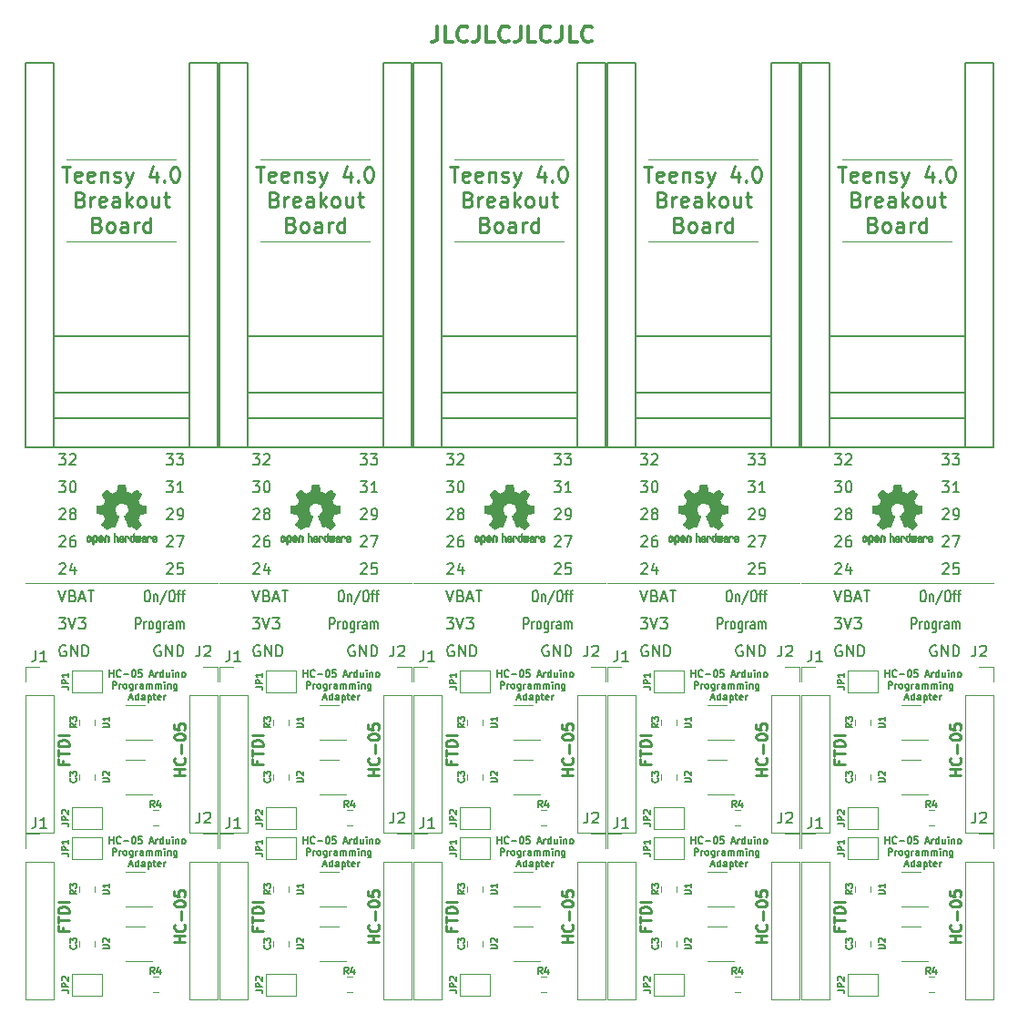
<source format=gto>
G04 #@! TF.GenerationSoftware,KiCad,Pcbnew,(5.1.5)-3*
G04 #@! TF.CreationDate,2019-12-30T21:30:00-08:00*
G04 #@! TF.ProjectId,teensy40-bb-hc05-adapter,7465656e-7379-4343-902d-62622d686330,A*
G04 #@! TF.SameCoordinates,Original*
G04 #@! TF.FileFunction,Legend,Top*
G04 #@! TF.FilePolarity,Positive*
%FSLAX46Y46*%
G04 Gerber Fmt 4.6, Leading zero omitted, Abs format (unit mm)*
G04 Created by KiCad (PCBNEW (5.1.5)-3) date 2019-12-30 21:30:00*
%MOMM*%
%LPD*%
G04 APERTURE LIST*
%ADD10C,0.300000*%
%ADD11C,0.127000*%
%ADD12C,0.254000*%
%ADD13C,0.203200*%
%ADD14C,0.190500*%
%ADD15C,0.120000*%
%ADD16C,0.010000*%
%ADD17C,0.150000*%
G04 APERTURE END LIST*
D10*
X138616928Y-46041571D02*
X138616928Y-47113000D01*
X138545500Y-47327285D01*
X138402642Y-47470142D01*
X138188357Y-47541571D01*
X138045500Y-47541571D01*
X140045500Y-47541571D02*
X139331214Y-47541571D01*
X139331214Y-46041571D01*
X141402642Y-47398714D02*
X141331214Y-47470142D01*
X141116928Y-47541571D01*
X140974071Y-47541571D01*
X140759785Y-47470142D01*
X140616928Y-47327285D01*
X140545500Y-47184428D01*
X140474071Y-46898714D01*
X140474071Y-46684428D01*
X140545500Y-46398714D01*
X140616928Y-46255857D01*
X140759785Y-46113000D01*
X140974071Y-46041571D01*
X141116928Y-46041571D01*
X141331214Y-46113000D01*
X141402642Y-46184428D01*
X142474071Y-46041571D02*
X142474071Y-47113000D01*
X142402642Y-47327285D01*
X142259785Y-47470142D01*
X142045500Y-47541571D01*
X141902642Y-47541571D01*
X143902642Y-47541571D02*
X143188357Y-47541571D01*
X143188357Y-46041571D01*
X145259785Y-47398714D02*
X145188357Y-47470142D01*
X144974071Y-47541571D01*
X144831214Y-47541571D01*
X144616928Y-47470142D01*
X144474071Y-47327285D01*
X144402642Y-47184428D01*
X144331214Y-46898714D01*
X144331214Y-46684428D01*
X144402642Y-46398714D01*
X144474071Y-46255857D01*
X144616928Y-46113000D01*
X144831214Y-46041571D01*
X144974071Y-46041571D01*
X145188357Y-46113000D01*
X145259785Y-46184428D01*
X146331214Y-46041571D02*
X146331214Y-47113000D01*
X146259785Y-47327285D01*
X146116928Y-47470142D01*
X145902642Y-47541571D01*
X145759785Y-47541571D01*
X147759785Y-47541571D02*
X147045500Y-47541571D01*
X147045500Y-46041571D01*
X149116928Y-47398714D02*
X149045500Y-47470142D01*
X148831214Y-47541571D01*
X148688357Y-47541571D01*
X148474071Y-47470142D01*
X148331214Y-47327285D01*
X148259785Y-47184428D01*
X148188357Y-46898714D01*
X148188357Y-46684428D01*
X148259785Y-46398714D01*
X148331214Y-46255857D01*
X148474071Y-46113000D01*
X148688357Y-46041571D01*
X148831214Y-46041571D01*
X149045500Y-46113000D01*
X149116928Y-46184428D01*
X150188357Y-46041571D02*
X150188357Y-47113000D01*
X150116928Y-47327285D01*
X149974071Y-47470142D01*
X149759785Y-47541571D01*
X149616928Y-47541571D01*
X151616928Y-47541571D02*
X150902642Y-47541571D01*
X150902642Y-46041571D01*
X152974071Y-47398714D02*
X152902642Y-47470142D01*
X152688357Y-47541571D01*
X152545500Y-47541571D01*
X152331214Y-47470142D01*
X152188357Y-47327285D01*
X152116928Y-47184428D01*
X152045500Y-46898714D01*
X152045500Y-46684428D01*
X152116928Y-46398714D01*
X152188357Y-46255857D01*
X152331214Y-46113000D01*
X152545500Y-46041571D01*
X152688357Y-46041571D01*
X152902642Y-46113000D01*
X152974071Y-46184428D01*
D11*
X180264880Y-106519261D02*
X180264880Y-105884261D01*
X180264880Y-106186642D02*
X180627738Y-106186642D01*
X180627738Y-106519261D02*
X180627738Y-105884261D01*
X181292976Y-106458785D02*
X181262738Y-106489023D01*
X181172023Y-106519261D01*
X181111547Y-106519261D01*
X181020833Y-106489023D01*
X180960357Y-106428547D01*
X180930119Y-106368071D01*
X180899880Y-106247119D01*
X180899880Y-106156404D01*
X180930119Y-106035452D01*
X180960357Y-105974976D01*
X181020833Y-105914500D01*
X181111547Y-105884261D01*
X181172023Y-105884261D01*
X181262738Y-105914500D01*
X181292976Y-105944738D01*
X181565119Y-106277357D02*
X182048928Y-106277357D01*
X182472261Y-105884261D02*
X182532738Y-105884261D01*
X182593214Y-105914500D01*
X182623452Y-105944738D01*
X182653690Y-106005214D01*
X182683928Y-106126166D01*
X182683928Y-106277357D01*
X182653690Y-106398309D01*
X182623452Y-106458785D01*
X182593214Y-106489023D01*
X182532738Y-106519261D01*
X182472261Y-106519261D01*
X182411785Y-106489023D01*
X182381547Y-106458785D01*
X182351309Y-106398309D01*
X182321071Y-106277357D01*
X182321071Y-106126166D01*
X182351309Y-106005214D01*
X182381547Y-105944738D01*
X182411785Y-105914500D01*
X182472261Y-105884261D01*
X183258452Y-105884261D02*
X182956071Y-105884261D01*
X182925833Y-106186642D01*
X182956071Y-106156404D01*
X183016547Y-106126166D01*
X183167738Y-106126166D01*
X183228214Y-106156404D01*
X183258452Y-106186642D01*
X183288690Y-106247119D01*
X183288690Y-106398309D01*
X183258452Y-106458785D01*
X183228214Y-106489023D01*
X183167738Y-106519261D01*
X183016547Y-106519261D01*
X182956071Y-106489023D01*
X182925833Y-106458785D01*
X184014404Y-106337833D02*
X184316785Y-106337833D01*
X183953928Y-106519261D02*
X184165595Y-105884261D01*
X184377261Y-106519261D01*
X184588928Y-106519261D02*
X184588928Y-106095928D01*
X184588928Y-106216880D02*
X184619166Y-106156404D01*
X184649404Y-106126166D01*
X184709880Y-106095928D01*
X184770357Y-106095928D01*
X185254166Y-106519261D02*
X185254166Y-105884261D01*
X185254166Y-106489023D02*
X185193690Y-106519261D01*
X185072738Y-106519261D01*
X185012261Y-106489023D01*
X184982023Y-106458785D01*
X184951785Y-106398309D01*
X184951785Y-106216880D01*
X184982023Y-106156404D01*
X185012261Y-106126166D01*
X185072738Y-106095928D01*
X185193690Y-106095928D01*
X185254166Y-106126166D01*
X185828690Y-106095928D02*
X185828690Y-106519261D01*
X185556547Y-106095928D02*
X185556547Y-106428547D01*
X185586785Y-106489023D01*
X185647261Y-106519261D01*
X185737976Y-106519261D01*
X185798452Y-106489023D01*
X185828690Y-106458785D01*
X186131071Y-106519261D02*
X186131071Y-106095928D01*
X186131071Y-105884261D02*
X186100833Y-105914500D01*
X186131071Y-105944738D01*
X186161309Y-105914500D01*
X186131071Y-105884261D01*
X186131071Y-105944738D01*
X186433452Y-106095928D02*
X186433452Y-106519261D01*
X186433452Y-106156404D02*
X186463690Y-106126166D01*
X186524166Y-106095928D01*
X186614880Y-106095928D01*
X186675357Y-106126166D01*
X186705595Y-106186642D01*
X186705595Y-106519261D01*
X187098690Y-106519261D02*
X187038214Y-106489023D01*
X187007976Y-106458785D01*
X186977738Y-106398309D01*
X186977738Y-106216880D01*
X187007976Y-106156404D01*
X187038214Y-106126166D01*
X187098690Y-106095928D01*
X187189404Y-106095928D01*
X187249880Y-106126166D01*
X187280119Y-106156404D01*
X187310357Y-106216880D01*
X187310357Y-106398309D01*
X187280119Y-106458785D01*
X187249880Y-106489023D01*
X187189404Y-106519261D01*
X187098690Y-106519261D01*
X180537023Y-107598761D02*
X180537023Y-106963761D01*
X180778928Y-106963761D01*
X180839404Y-106994000D01*
X180869642Y-107024238D01*
X180899880Y-107084714D01*
X180899880Y-107175428D01*
X180869642Y-107235904D01*
X180839404Y-107266142D01*
X180778928Y-107296380D01*
X180537023Y-107296380D01*
X181172023Y-107598761D02*
X181172023Y-107175428D01*
X181172023Y-107296380D02*
X181202261Y-107235904D01*
X181232500Y-107205666D01*
X181292976Y-107175428D01*
X181353452Y-107175428D01*
X181655833Y-107598761D02*
X181595357Y-107568523D01*
X181565119Y-107538285D01*
X181534880Y-107477809D01*
X181534880Y-107296380D01*
X181565119Y-107235904D01*
X181595357Y-107205666D01*
X181655833Y-107175428D01*
X181746547Y-107175428D01*
X181807023Y-107205666D01*
X181837261Y-107235904D01*
X181867500Y-107296380D01*
X181867500Y-107477809D01*
X181837261Y-107538285D01*
X181807023Y-107568523D01*
X181746547Y-107598761D01*
X181655833Y-107598761D01*
X182411785Y-107175428D02*
X182411785Y-107689476D01*
X182381547Y-107749952D01*
X182351309Y-107780190D01*
X182290833Y-107810428D01*
X182200119Y-107810428D01*
X182139642Y-107780190D01*
X182411785Y-107568523D02*
X182351309Y-107598761D01*
X182230357Y-107598761D01*
X182169880Y-107568523D01*
X182139642Y-107538285D01*
X182109404Y-107477809D01*
X182109404Y-107296380D01*
X182139642Y-107235904D01*
X182169880Y-107205666D01*
X182230357Y-107175428D01*
X182351309Y-107175428D01*
X182411785Y-107205666D01*
X182714166Y-107598761D02*
X182714166Y-107175428D01*
X182714166Y-107296380D02*
X182744404Y-107235904D01*
X182774642Y-107205666D01*
X182835119Y-107175428D01*
X182895595Y-107175428D01*
X183379404Y-107598761D02*
X183379404Y-107266142D01*
X183349166Y-107205666D01*
X183288690Y-107175428D01*
X183167738Y-107175428D01*
X183107261Y-107205666D01*
X183379404Y-107568523D02*
X183318928Y-107598761D01*
X183167738Y-107598761D01*
X183107261Y-107568523D01*
X183077023Y-107508047D01*
X183077023Y-107447571D01*
X183107261Y-107387095D01*
X183167738Y-107356857D01*
X183318928Y-107356857D01*
X183379404Y-107326619D01*
X183681785Y-107598761D02*
X183681785Y-107175428D01*
X183681785Y-107235904D02*
X183712023Y-107205666D01*
X183772500Y-107175428D01*
X183863214Y-107175428D01*
X183923690Y-107205666D01*
X183953928Y-107266142D01*
X183953928Y-107598761D01*
X183953928Y-107266142D02*
X183984166Y-107205666D01*
X184044642Y-107175428D01*
X184135357Y-107175428D01*
X184195833Y-107205666D01*
X184226071Y-107266142D01*
X184226071Y-107598761D01*
X184528452Y-107598761D02*
X184528452Y-107175428D01*
X184528452Y-107235904D02*
X184558690Y-107205666D01*
X184619166Y-107175428D01*
X184709880Y-107175428D01*
X184770357Y-107205666D01*
X184800595Y-107266142D01*
X184800595Y-107598761D01*
X184800595Y-107266142D02*
X184830833Y-107205666D01*
X184891309Y-107175428D01*
X184982023Y-107175428D01*
X185042500Y-107205666D01*
X185072738Y-107266142D01*
X185072738Y-107598761D01*
X185375119Y-107598761D02*
X185375119Y-107175428D01*
X185375119Y-106963761D02*
X185344880Y-106994000D01*
X185375119Y-107024238D01*
X185405357Y-106994000D01*
X185375119Y-106963761D01*
X185375119Y-107024238D01*
X185677500Y-107175428D02*
X185677500Y-107598761D01*
X185677500Y-107235904D02*
X185707738Y-107205666D01*
X185768214Y-107175428D01*
X185858928Y-107175428D01*
X185919404Y-107205666D01*
X185949642Y-107266142D01*
X185949642Y-107598761D01*
X186524166Y-107175428D02*
X186524166Y-107689476D01*
X186493928Y-107749952D01*
X186463690Y-107780190D01*
X186403214Y-107810428D01*
X186312500Y-107810428D01*
X186252023Y-107780190D01*
X186524166Y-107568523D02*
X186463690Y-107598761D01*
X186342738Y-107598761D01*
X186282261Y-107568523D01*
X186252023Y-107538285D01*
X186221785Y-107477809D01*
X186221785Y-107296380D01*
X186252023Y-107235904D01*
X186282261Y-107205666D01*
X186342738Y-107175428D01*
X186463690Y-107175428D01*
X186524166Y-107205666D01*
X182109404Y-108496833D02*
X182411785Y-108496833D01*
X182048928Y-108678261D02*
X182260595Y-108043261D01*
X182472261Y-108678261D01*
X182956071Y-108678261D02*
X182956071Y-108043261D01*
X182956071Y-108648023D02*
X182895595Y-108678261D01*
X182774642Y-108678261D01*
X182714166Y-108648023D01*
X182683928Y-108617785D01*
X182653690Y-108557309D01*
X182653690Y-108375880D01*
X182683928Y-108315404D01*
X182714166Y-108285166D01*
X182774642Y-108254928D01*
X182895595Y-108254928D01*
X182956071Y-108285166D01*
X183530595Y-108678261D02*
X183530595Y-108345642D01*
X183500357Y-108285166D01*
X183439880Y-108254928D01*
X183318928Y-108254928D01*
X183258452Y-108285166D01*
X183530595Y-108648023D02*
X183470119Y-108678261D01*
X183318928Y-108678261D01*
X183258452Y-108648023D01*
X183228214Y-108587547D01*
X183228214Y-108527071D01*
X183258452Y-108466595D01*
X183318928Y-108436357D01*
X183470119Y-108436357D01*
X183530595Y-108406119D01*
X183832976Y-108254928D02*
X183832976Y-108889928D01*
X183832976Y-108285166D02*
X183893452Y-108254928D01*
X184014404Y-108254928D01*
X184074880Y-108285166D01*
X184105119Y-108315404D01*
X184135357Y-108375880D01*
X184135357Y-108557309D01*
X184105119Y-108617785D01*
X184074880Y-108648023D01*
X184014404Y-108678261D01*
X183893452Y-108678261D01*
X183832976Y-108648023D01*
X184316785Y-108254928D02*
X184558690Y-108254928D01*
X184407500Y-108043261D02*
X184407500Y-108587547D01*
X184437738Y-108648023D01*
X184498214Y-108678261D01*
X184558690Y-108678261D01*
X185012261Y-108648023D02*
X184951785Y-108678261D01*
X184830833Y-108678261D01*
X184770357Y-108648023D01*
X184740119Y-108587547D01*
X184740119Y-108345642D01*
X184770357Y-108285166D01*
X184830833Y-108254928D01*
X184951785Y-108254928D01*
X185012261Y-108285166D01*
X185042500Y-108345642D01*
X185042500Y-108406119D01*
X184740119Y-108466595D01*
X185314642Y-108678261D02*
X185314642Y-108254928D01*
X185314642Y-108375880D02*
X185344880Y-108315404D01*
X185375119Y-108285166D01*
X185435595Y-108254928D01*
X185496071Y-108254928D01*
X162230880Y-106519261D02*
X162230880Y-105884261D01*
X162230880Y-106186642D02*
X162593738Y-106186642D01*
X162593738Y-106519261D02*
X162593738Y-105884261D01*
X163258976Y-106458785D02*
X163228738Y-106489023D01*
X163138023Y-106519261D01*
X163077547Y-106519261D01*
X162986833Y-106489023D01*
X162926357Y-106428547D01*
X162896119Y-106368071D01*
X162865880Y-106247119D01*
X162865880Y-106156404D01*
X162896119Y-106035452D01*
X162926357Y-105974976D01*
X162986833Y-105914500D01*
X163077547Y-105884261D01*
X163138023Y-105884261D01*
X163228738Y-105914500D01*
X163258976Y-105944738D01*
X163531119Y-106277357D02*
X164014928Y-106277357D01*
X164438261Y-105884261D02*
X164498738Y-105884261D01*
X164559214Y-105914500D01*
X164589452Y-105944738D01*
X164619690Y-106005214D01*
X164649928Y-106126166D01*
X164649928Y-106277357D01*
X164619690Y-106398309D01*
X164589452Y-106458785D01*
X164559214Y-106489023D01*
X164498738Y-106519261D01*
X164438261Y-106519261D01*
X164377785Y-106489023D01*
X164347547Y-106458785D01*
X164317309Y-106398309D01*
X164287071Y-106277357D01*
X164287071Y-106126166D01*
X164317309Y-106005214D01*
X164347547Y-105944738D01*
X164377785Y-105914500D01*
X164438261Y-105884261D01*
X165224452Y-105884261D02*
X164922071Y-105884261D01*
X164891833Y-106186642D01*
X164922071Y-106156404D01*
X164982547Y-106126166D01*
X165133738Y-106126166D01*
X165194214Y-106156404D01*
X165224452Y-106186642D01*
X165254690Y-106247119D01*
X165254690Y-106398309D01*
X165224452Y-106458785D01*
X165194214Y-106489023D01*
X165133738Y-106519261D01*
X164982547Y-106519261D01*
X164922071Y-106489023D01*
X164891833Y-106458785D01*
X165980404Y-106337833D02*
X166282785Y-106337833D01*
X165919928Y-106519261D02*
X166131595Y-105884261D01*
X166343261Y-106519261D01*
X166554928Y-106519261D02*
X166554928Y-106095928D01*
X166554928Y-106216880D02*
X166585166Y-106156404D01*
X166615404Y-106126166D01*
X166675880Y-106095928D01*
X166736357Y-106095928D01*
X167220166Y-106519261D02*
X167220166Y-105884261D01*
X167220166Y-106489023D02*
X167159690Y-106519261D01*
X167038738Y-106519261D01*
X166978261Y-106489023D01*
X166948023Y-106458785D01*
X166917785Y-106398309D01*
X166917785Y-106216880D01*
X166948023Y-106156404D01*
X166978261Y-106126166D01*
X167038738Y-106095928D01*
X167159690Y-106095928D01*
X167220166Y-106126166D01*
X167794690Y-106095928D02*
X167794690Y-106519261D01*
X167522547Y-106095928D02*
X167522547Y-106428547D01*
X167552785Y-106489023D01*
X167613261Y-106519261D01*
X167703976Y-106519261D01*
X167764452Y-106489023D01*
X167794690Y-106458785D01*
X168097071Y-106519261D02*
X168097071Y-106095928D01*
X168097071Y-105884261D02*
X168066833Y-105914500D01*
X168097071Y-105944738D01*
X168127309Y-105914500D01*
X168097071Y-105884261D01*
X168097071Y-105944738D01*
X168399452Y-106095928D02*
X168399452Y-106519261D01*
X168399452Y-106156404D02*
X168429690Y-106126166D01*
X168490166Y-106095928D01*
X168580880Y-106095928D01*
X168641357Y-106126166D01*
X168671595Y-106186642D01*
X168671595Y-106519261D01*
X169064690Y-106519261D02*
X169004214Y-106489023D01*
X168973976Y-106458785D01*
X168943738Y-106398309D01*
X168943738Y-106216880D01*
X168973976Y-106156404D01*
X169004214Y-106126166D01*
X169064690Y-106095928D01*
X169155404Y-106095928D01*
X169215880Y-106126166D01*
X169246119Y-106156404D01*
X169276357Y-106216880D01*
X169276357Y-106398309D01*
X169246119Y-106458785D01*
X169215880Y-106489023D01*
X169155404Y-106519261D01*
X169064690Y-106519261D01*
X162503023Y-107598761D02*
X162503023Y-106963761D01*
X162744928Y-106963761D01*
X162805404Y-106994000D01*
X162835642Y-107024238D01*
X162865880Y-107084714D01*
X162865880Y-107175428D01*
X162835642Y-107235904D01*
X162805404Y-107266142D01*
X162744928Y-107296380D01*
X162503023Y-107296380D01*
X163138023Y-107598761D02*
X163138023Y-107175428D01*
X163138023Y-107296380D02*
X163168261Y-107235904D01*
X163198500Y-107205666D01*
X163258976Y-107175428D01*
X163319452Y-107175428D01*
X163621833Y-107598761D02*
X163561357Y-107568523D01*
X163531119Y-107538285D01*
X163500880Y-107477809D01*
X163500880Y-107296380D01*
X163531119Y-107235904D01*
X163561357Y-107205666D01*
X163621833Y-107175428D01*
X163712547Y-107175428D01*
X163773023Y-107205666D01*
X163803261Y-107235904D01*
X163833500Y-107296380D01*
X163833500Y-107477809D01*
X163803261Y-107538285D01*
X163773023Y-107568523D01*
X163712547Y-107598761D01*
X163621833Y-107598761D01*
X164377785Y-107175428D02*
X164377785Y-107689476D01*
X164347547Y-107749952D01*
X164317309Y-107780190D01*
X164256833Y-107810428D01*
X164166119Y-107810428D01*
X164105642Y-107780190D01*
X164377785Y-107568523D02*
X164317309Y-107598761D01*
X164196357Y-107598761D01*
X164135880Y-107568523D01*
X164105642Y-107538285D01*
X164075404Y-107477809D01*
X164075404Y-107296380D01*
X164105642Y-107235904D01*
X164135880Y-107205666D01*
X164196357Y-107175428D01*
X164317309Y-107175428D01*
X164377785Y-107205666D01*
X164680166Y-107598761D02*
X164680166Y-107175428D01*
X164680166Y-107296380D02*
X164710404Y-107235904D01*
X164740642Y-107205666D01*
X164801119Y-107175428D01*
X164861595Y-107175428D01*
X165345404Y-107598761D02*
X165345404Y-107266142D01*
X165315166Y-107205666D01*
X165254690Y-107175428D01*
X165133738Y-107175428D01*
X165073261Y-107205666D01*
X165345404Y-107568523D02*
X165284928Y-107598761D01*
X165133738Y-107598761D01*
X165073261Y-107568523D01*
X165043023Y-107508047D01*
X165043023Y-107447571D01*
X165073261Y-107387095D01*
X165133738Y-107356857D01*
X165284928Y-107356857D01*
X165345404Y-107326619D01*
X165647785Y-107598761D02*
X165647785Y-107175428D01*
X165647785Y-107235904D02*
X165678023Y-107205666D01*
X165738500Y-107175428D01*
X165829214Y-107175428D01*
X165889690Y-107205666D01*
X165919928Y-107266142D01*
X165919928Y-107598761D01*
X165919928Y-107266142D02*
X165950166Y-107205666D01*
X166010642Y-107175428D01*
X166101357Y-107175428D01*
X166161833Y-107205666D01*
X166192071Y-107266142D01*
X166192071Y-107598761D01*
X166494452Y-107598761D02*
X166494452Y-107175428D01*
X166494452Y-107235904D02*
X166524690Y-107205666D01*
X166585166Y-107175428D01*
X166675880Y-107175428D01*
X166736357Y-107205666D01*
X166766595Y-107266142D01*
X166766595Y-107598761D01*
X166766595Y-107266142D02*
X166796833Y-107205666D01*
X166857309Y-107175428D01*
X166948023Y-107175428D01*
X167008500Y-107205666D01*
X167038738Y-107266142D01*
X167038738Y-107598761D01*
X167341119Y-107598761D02*
X167341119Y-107175428D01*
X167341119Y-106963761D02*
X167310880Y-106994000D01*
X167341119Y-107024238D01*
X167371357Y-106994000D01*
X167341119Y-106963761D01*
X167341119Y-107024238D01*
X167643500Y-107175428D02*
X167643500Y-107598761D01*
X167643500Y-107235904D02*
X167673738Y-107205666D01*
X167734214Y-107175428D01*
X167824928Y-107175428D01*
X167885404Y-107205666D01*
X167915642Y-107266142D01*
X167915642Y-107598761D01*
X168490166Y-107175428D02*
X168490166Y-107689476D01*
X168459928Y-107749952D01*
X168429690Y-107780190D01*
X168369214Y-107810428D01*
X168278500Y-107810428D01*
X168218023Y-107780190D01*
X168490166Y-107568523D02*
X168429690Y-107598761D01*
X168308738Y-107598761D01*
X168248261Y-107568523D01*
X168218023Y-107538285D01*
X168187785Y-107477809D01*
X168187785Y-107296380D01*
X168218023Y-107235904D01*
X168248261Y-107205666D01*
X168308738Y-107175428D01*
X168429690Y-107175428D01*
X168490166Y-107205666D01*
X164075404Y-108496833D02*
X164377785Y-108496833D01*
X164014928Y-108678261D02*
X164226595Y-108043261D01*
X164438261Y-108678261D01*
X164922071Y-108678261D02*
X164922071Y-108043261D01*
X164922071Y-108648023D02*
X164861595Y-108678261D01*
X164740642Y-108678261D01*
X164680166Y-108648023D01*
X164649928Y-108617785D01*
X164619690Y-108557309D01*
X164619690Y-108375880D01*
X164649928Y-108315404D01*
X164680166Y-108285166D01*
X164740642Y-108254928D01*
X164861595Y-108254928D01*
X164922071Y-108285166D01*
X165496595Y-108678261D02*
X165496595Y-108345642D01*
X165466357Y-108285166D01*
X165405880Y-108254928D01*
X165284928Y-108254928D01*
X165224452Y-108285166D01*
X165496595Y-108648023D02*
X165436119Y-108678261D01*
X165284928Y-108678261D01*
X165224452Y-108648023D01*
X165194214Y-108587547D01*
X165194214Y-108527071D01*
X165224452Y-108466595D01*
X165284928Y-108436357D01*
X165436119Y-108436357D01*
X165496595Y-108406119D01*
X165798976Y-108254928D02*
X165798976Y-108889928D01*
X165798976Y-108285166D02*
X165859452Y-108254928D01*
X165980404Y-108254928D01*
X166040880Y-108285166D01*
X166071119Y-108315404D01*
X166101357Y-108375880D01*
X166101357Y-108557309D01*
X166071119Y-108617785D01*
X166040880Y-108648023D01*
X165980404Y-108678261D01*
X165859452Y-108678261D01*
X165798976Y-108648023D01*
X166282785Y-108254928D02*
X166524690Y-108254928D01*
X166373500Y-108043261D02*
X166373500Y-108587547D01*
X166403738Y-108648023D01*
X166464214Y-108678261D01*
X166524690Y-108678261D01*
X166978261Y-108648023D02*
X166917785Y-108678261D01*
X166796833Y-108678261D01*
X166736357Y-108648023D01*
X166706119Y-108587547D01*
X166706119Y-108345642D01*
X166736357Y-108285166D01*
X166796833Y-108254928D01*
X166917785Y-108254928D01*
X166978261Y-108285166D01*
X167008500Y-108345642D01*
X167008500Y-108406119D01*
X166706119Y-108466595D01*
X167280642Y-108678261D02*
X167280642Y-108254928D01*
X167280642Y-108375880D02*
X167310880Y-108315404D01*
X167341119Y-108285166D01*
X167401595Y-108254928D01*
X167462071Y-108254928D01*
X144196880Y-106519261D02*
X144196880Y-105884261D01*
X144196880Y-106186642D02*
X144559738Y-106186642D01*
X144559738Y-106519261D02*
X144559738Y-105884261D01*
X145224976Y-106458785D02*
X145194738Y-106489023D01*
X145104023Y-106519261D01*
X145043547Y-106519261D01*
X144952833Y-106489023D01*
X144892357Y-106428547D01*
X144862119Y-106368071D01*
X144831880Y-106247119D01*
X144831880Y-106156404D01*
X144862119Y-106035452D01*
X144892357Y-105974976D01*
X144952833Y-105914500D01*
X145043547Y-105884261D01*
X145104023Y-105884261D01*
X145194738Y-105914500D01*
X145224976Y-105944738D01*
X145497119Y-106277357D02*
X145980928Y-106277357D01*
X146404261Y-105884261D02*
X146464738Y-105884261D01*
X146525214Y-105914500D01*
X146555452Y-105944738D01*
X146585690Y-106005214D01*
X146615928Y-106126166D01*
X146615928Y-106277357D01*
X146585690Y-106398309D01*
X146555452Y-106458785D01*
X146525214Y-106489023D01*
X146464738Y-106519261D01*
X146404261Y-106519261D01*
X146343785Y-106489023D01*
X146313547Y-106458785D01*
X146283309Y-106398309D01*
X146253071Y-106277357D01*
X146253071Y-106126166D01*
X146283309Y-106005214D01*
X146313547Y-105944738D01*
X146343785Y-105914500D01*
X146404261Y-105884261D01*
X147190452Y-105884261D02*
X146888071Y-105884261D01*
X146857833Y-106186642D01*
X146888071Y-106156404D01*
X146948547Y-106126166D01*
X147099738Y-106126166D01*
X147160214Y-106156404D01*
X147190452Y-106186642D01*
X147220690Y-106247119D01*
X147220690Y-106398309D01*
X147190452Y-106458785D01*
X147160214Y-106489023D01*
X147099738Y-106519261D01*
X146948547Y-106519261D01*
X146888071Y-106489023D01*
X146857833Y-106458785D01*
X147946404Y-106337833D02*
X148248785Y-106337833D01*
X147885928Y-106519261D02*
X148097595Y-105884261D01*
X148309261Y-106519261D01*
X148520928Y-106519261D02*
X148520928Y-106095928D01*
X148520928Y-106216880D02*
X148551166Y-106156404D01*
X148581404Y-106126166D01*
X148641880Y-106095928D01*
X148702357Y-106095928D01*
X149186166Y-106519261D02*
X149186166Y-105884261D01*
X149186166Y-106489023D02*
X149125690Y-106519261D01*
X149004738Y-106519261D01*
X148944261Y-106489023D01*
X148914023Y-106458785D01*
X148883785Y-106398309D01*
X148883785Y-106216880D01*
X148914023Y-106156404D01*
X148944261Y-106126166D01*
X149004738Y-106095928D01*
X149125690Y-106095928D01*
X149186166Y-106126166D01*
X149760690Y-106095928D02*
X149760690Y-106519261D01*
X149488547Y-106095928D02*
X149488547Y-106428547D01*
X149518785Y-106489023D01*
X149579261Y-106519261D01*
X149669976Y-106519261D01*
X149730452Y-106489023D01*
X149760690Y-106458785D01*
X150063071Y-106519261D02*
X150063071Y-106095928D01*
X150063071Y-105884261D02*
X150032833Y-105914500D01*
X150063071Y-105944738D01*
X150093309Y-105914500D01*
X150063071Y-105884261D01*
X150063071Y-105944738D01*
X150365452Y-106095928D02*
X150365452Y-106519261D01*
X150365452Y-106156404D02*
X150395690Y-106126166D01*
X150456166Y-106095928D01*
X150546880Y-106095928D01*
X150607357Y-106126166D01*
X150637595Y-106186642D01*
X150637595Y-106519261D01*
X151030690Y-106519261D02*
X150970214Y-106489023D01*
X150939976Y-106458785D01*
X150909738Y-106398309D01*
X150909738Y-106216880D01*
X150939976Y-106156404D01*
X150970214Y-106126166D01*
X151030690Y-106095928D01*
X151121404Y-106095928D01*
X151181880Y-106126166D01*
X151212119Y-106156404D01*
X151242357Y-106216880D01*
X151242357Y-106398309D01*
X151212119Y-106458785D01*
X151181880Y-106489023D01*
X151121404Y-106519261D01*
X151030690Y-106519261D01*
X144469023Y-107598761D02*
X144469023Y-106963761D01*
X144710928Y-106963761D01*
X144771404Y-106994000D01*
X144801642Y-107024238D01*
X144831880Y-107084714D01*
X144831880Y-107175428D01*
X144801642Y-107235904D01*
X144771404Y-107266142D01*
X144710928Y-107296380D01*
X144469023Y-107296380D01*
X145104023Y-107598761D02*
X145104023Y-107175428D01*
X145104023Y-107296380D02*
X145134261Y-107235904D01*
X145164500Y-107205666D01*
X145224976Y-107175428D01*
X145285452Y-107175428D01*
X145587833Y-107598761D02*
X145527357Y-107568523D01*
X145497119Y-107538285D01*
X145466880Y-107477809D01*
X145466880Y-107296380D01*
X145497119Y-107235904D01*
X145527357Y-107205666D01*
X145587833Y-107175428D01*
X145678547Y-107175428D01*
X145739023Y-107205666D01*
X145769261Y-107235904D01*
X145799500Y-107296380D01*
X145799500Y-107477809D01*
X145769261Y-107538285D01*
X145739023Y-107568523D01*
X145678547Y-107598761D01*
X145587833Y-107598761D01*
X146343785Y-107175428D02*
X146343785Y-107689476D01*
X146313547Y-107749952D01*
X146283309Y-107780190D01*
X146222833Y-107810428D01*
X146132119Y-107810428D01*
X146071642Y-107780190D01*
X146343785Y-107568523D02*
X146283309Y-107598761D01*
X146162357Y-107598761D01*
X146101880Y-107568523D01*
X146071642Y-107538285D01*
X146041404Y-107477809D01*
X146041404Y-107296380D01*
X146071642Y-107235904D01*
X146101880Y-107205666D01*
X146162357Y-107175428D01*
X146283309Y-107175428D01*
X146343785Y-107205666D01*
X146646166Y-107598761D02*
X146646166Y-107175428D01*
X146646166Y-107296380D02*
X146676404Y-107235904D01*
X146706642Y-107205666D01*
X146767119Y-107175428D01*
X146827595Y-107175428D01*
X147311404Y-107598761D02*
X147311404Y-107266142D01*
X147281166Y-107205666D01*
X147220690Y-107175428D01*
X147099738Y-107175428D01*
X147039261Y-107205666D01*
X147311404Y-107568523D02*
X147250928Y-107598761D01*
X147099738Y-107598761D01*
X147039261Y-107568523D01*
X147009023Y-107508047D01*
X147009023Y-107447571D01*
X147039261Y-107387095D01*
X147099738Y-107356857D01*
X147250928Y-107356857D01*
X147311404Y-107326619D01*
X147613785Y-107598761D02*
X147613785Y-107175428D01*
X147613785Y-107235904D02*
X147644023Y-107205666D01*
X147704500Y-107175428D01*
X147795214Y-107175428D01*
X147855690Y-107205666D01*
X147885928Y-107266142D01*
X147885928Y-107598761D01*
X147885928Y-107266142D02*
X147916166Y-107205666D01*
X147976642Y-107175428D01*
X148067357Y-107175428D01*
X148127833Y-107205666D01*
X148158071Y-107266142D01*
X148158071Y-107598761D01*
X148460452Y-107598761D02*
X148460452Y-107175428D01*
X148460452Y-107235904D02*
X148490690Y-107205666D01*
X148551166Y-107175428D01*
X148641880Y-107175428D01*
X148702357Y-107205666D01*
X148732595Y-107266142D01*
X148732595Y-107598761D01*
X148732595Y-107266142D02*
X148762833Y-107205666D01*
X148823309Y-107175428D01*
X148914023Y-107175428D01*
X148974500Y-107205666D01*
X149004738Y-107266142D01*
X149004738Y-107598761D01*
X149307119Y-107598761D02*
X149307119Y-107175428D01*
X149307119Y-106963761D02*
X149276880Y-106994000D01*
X149307119Y-107024238D01*
X149337357Y-106994000D01*
X149307119Y-106963761D01*
X149307119Y-107024238D01*
X149609500Y-107175428D02*
X149609500Y-107598761D01*
X149609500Y-107235904D02*
X149639738Y-107205666D01*
X149700214Y-107175428D01*
X149790928Y-107175428D01*
X149851404Y-107205666D01*
X149881642Y-107266142D01*
X149881642Y-107598761D01*
X150456166Y-107175428D02*
X150456166Y-107689476D01*
X150425928Y-107749952D01*
X150395690Y-107780190D01*
X150335214Y-107810428D01*
X150244500Y-107810428D01*
X150184023Y-107780190D01*
X150456166Y-107568523D02*
X150395690Y-107598761D01*
X150274738Y-107598761D01*
X150214261Y-107568523D01*
X150184023Y-107538285D01*
X150153785Y-107477809D01*
X150153785Y-107296380D01*
X150184023Y-107235904D01*
X150214261Y-107205666D01*
X150274738Y-107175428D01*
X150395690Y-107175428D01*
X150456166Y-107205666D01*
X146041404Y-108496833D02*
X146343785Y-108496833D01*
X145980928Y-108678261D02*
X146192595Y-108043261D01*
X146404261Y-108678261D01*
X146888071Y-108678261D02*
X146888071Y-108043261D01*
X146888071Y-108648023D02*
X146827595Y-108678261D01*
X146706642Y-108678261D01*
X146646166Y-108648023D01*
X146615928Y-108617785D01*
X146585690Y-108557309D01*
X146585690Y-108375880D01*
X146615928Y-108315404D01*
X146646166Y-108285166D01*
X146706642Y-108254928D01*
X146827595Y-108254928D01*
X146888071Y-108285166D01*
X147462595Y-108678261D02*
X147462595Y-108345642D01*
X147432357Y-108285166D01*
X147371880Y-108254928D01*
X147250928Y-108254928D01*
X147190452Y-108285166D01*
X147462595Y-108648023D02*
X147402119Y-108678261D01*
X147250928Y-108678261D01*
X147190452Y-108648023D01*
X147160214Y-108587547D01*
X147160214Y-108527071D01*
X147190452Y-108466595D01*
X147250928Y-108436357D01*
X147402119Y-108436357D01*
X147462595Y-108406119D01*
X147764976Y-108254928D02*
X147764976Y-108889928D01*
X147764976Y-108285166D02*
X147825452Y-108254928D01*
X147946404Y-108254928D01*
X148006880Y-108285166D01*
X148037119Y-108315404D01*
X148067357Y-108375880D01*
X148067357Y-108557309D01*
X148037119Y-108617785D01*
X148006880Y-108648023D01*
X147946404Y-108678261D01*
X147825452Y-108678261D01*
X147764976Y-108648023D01*
X148248785Y-108254928D02*
X148490690Y-108254928D01*
X148339500Y-108043261D02*
X148339500Y-108587547D01*
X148369738Y-108648023D01*
X148430214Y-108678261D01*
X148490690Y-108678261D01*
X148944261Y-108648023D02*
X148883785Y-108678261D01*
X148762833Y-108678261D01*
X148702357Y-108648023D01*
X148672119Y-108587547D01*
X148672119Y-108345642D01*
X148702357Y-108285166D01*
X148762833Y-108254928D01*
X148883785Y-108254928D01*
X148944261Y-108285166D01*
X148974500Y-108345642D01*
X148974500Y-108406119D01*
X148672119Y-108466595D01*
X149246642Y-108678261D02*
X149246642Y-108254928D01*
X149246642Y-108375880D02*
X149276880Y-108315404D01*
X149307119Y-108285166D01*
X149367595Y-108254928D01*
X149428071Y-108254928D01*
X126162880Y-106519261D02*
X126162880Y-105884261D01*
X126162880Y-106186642D02*
X126525738Y-106186642D01*
X126525738Y-106519261D02*
X126525738Y-105884261D01*
X127190976Y-106458785D02*
X127160738Y-106489023D01*
X127070023Y-106519261D01*
X127009547Y-106519261D01*
X126918833Y-106489023D01*
X126858357Y-106428547D01*
X126828119Y-106368071D01*
X126797880Y-106247119D01*
X126797880Y-106156404D01*
X126828119Y-106035452D01*
X126858357Y-105974976D01*
X126918833Y-105914500D01*
X127009547Y-105884261D01*
X127070023Y-105884261D01*
X127160738Y-105914500D01*
X127190976Y-105944738D01*
X127463119Y-106277357D02*
X127946928Y-106277357D01*
X128370261Y-105884261D02*
X128430738Y-105884261D01*
X128491214Y-105914500D01*
X128521452Y-105944738D01*
X128551690Y-106005214D01*
X128581928Y-106126166D01*
X128581928Y-106277357D01*
X128551690Y-106398309D01*
X128521452Y-106458785D01*
X128491214Y-106489023D01*
X128430738Y-106519261D01*
X128370261Y-106519261D01*
X128309785Y-106489023D01*
X128279547Y-106458785D01*
X128249309Y-106398309D01*
X128219071Y-106277357D01*
X128219071Y-106126166D01*
X128249309Y-106005214D01*
X128279547Y-105944738D01*
X128309785Y-105914500D01*
X128370261Y-105884261D01*
X129156452Y-105884261D02*
X128854071Y-105884261D01*
X128823833Y-106186642D01*
X128854071Y-106156404D01*
X128914547Y-106126166D01*
X129065738Y-106126166D01*
X129126214Y-106156404D01*
X129156452Y-106186642D01*
X129186690Y-106247119D01*
X129186690Y-106398309D01*
X129156452Y-106458785D01*
X129126214Y-106489023D01*
X129065738Y-106519261D01*
X128914547Y-106519261D01*
X128854071Y-106489023D01*
X128823833Y-106458785D01*
X129912404Y-106337833D02*
X130214785Y-106337833D01*
X129851928Y-106519261D02*
X130063595Y-105884261D01*
X130275261Y-106519261D01*
X130486928Y-106519261D02*
X130486928Y-106095928D01*
X130486928Y-106216880D02*
X130517166Y-106156404D01*
X130547404Y-106126166D01*
X130607880Y-106095928D01*
X130668357Y-106095928D01*
X131152166Y-106519261D02*
X131152166Y-105884261D01*
X131152166Y-106489023D02*
X131091690Y-106519261D01*
X130970738Y-106519261D01*
X130910261Y-106489023D01*
X130880023Y-106458785D01*
X130849785Y-106398309D01*
X130849785Y-106216880D01*
X130880023Y-106156404D01*
X130910261Y-106126166D01*
X130970738Y-106095928D01*
X131091690Y-106095928D01*
X131152166Y-106126166D01*
X131726690Y-106095928D02*
X131726690Y-106519261D01*
X131454547Y-106095928D02*
X131454547Y-106428547D01*
X131484785Y-106489023D01*
X131545261Y-106519261D01*
X131635976Y-106519261D01*
X131696452Y-106489023D01*
X131726690Y-106458785D01*
X132029071Y-106519261D02*
X132029071Y-106095928D01*
X132029071Y-105884261D02*
X131998833Y-105914500D01*
X132029071Y-105944738D01*
X132059309Y-105914500D01*
X132029071Y-105884261D01*
X132029071Y-105944738D01*
X132331452Y-106095928D02*
X132331452Y-106519261D01*
X132331452Y-106156404D02*
X132361690Y-106126166D01*
X132422166Y-106095928D01*
X132512880Y-106095928D01*
X132573357Y-106126166D01*
X132603595Y-106186642D01*
X132603595Y-106519261D01*
X132996690Y-106519261D02*
X132936214Y-106489023D01*
X132905976Y-106458785D01*
X132875738Y-106398309D01*
X132875738Y-106216880D01*
X132905976Y-106156404D01*
X132936214Y-106126166D01*
X132996690Y-106095928D01*
X133087404Y-106095928D01*
X133147880Y-106126166D01*
X133178119Y-106156404D01*
X133208357Y-106216880D01*
X133208357Y-106398309D01*
X133178119Y-106458785D01*
X133147880Y-106489023D01*
X133087404Y-106519261D01*
X132996690Y-106519261D01*
X126435023Y-107598761D02*
X126435023Y-106963761D01*
X126676928Y-106963761D01*
X126737404Y-106994000D01*
X126767642Y-107024238D01*
X126797880Y-107084714D01*
X126797880Y-107175428D01*
X126767642Y-107235904D01*
X126737404Y-107266142D01*
X126676928Y-107296380D01*
X126435023Y-107296380D01*
X127070023Y-107598761D02*
X127070023Y-107175428D01*
X127070023Y-107296380D02*
X127100261Y-107235904D01*
X127130500Y-107205666D01*
X127190976Y-107175428D01*
X127251452Y-107175428D01*
X127553833Y-107598761D02*
X127493357Y-107568523D01*
X127463119Y-107538285D01*
X127432880Y-107477809D01*
X127432880Y-107296380D01*
X127463119Y-107235904D01*
X127493357Y-107205666D01*
X127553833Y-107175428D01*
X127644547Y-107175428D01*
X127705023Y-107205666D01*
X127735261Y-107235904D01*
X127765500Y-107296380D01*
X127765500Y-107477809D01*
X127735261Y-107538285D01*
X127705023Y-107568523D01*
X127644547Y-107598761D01*
X127553833Y-107598761D01*
X128309785Y-107175428D02*
X128309785Y-107689476D01*
X128279547Y-107749952D01*
X128249309Y-107780190D01*
X128188833Y-107810428D01*
X128098119Y-107810428D01*
X128037642Y-107780190D01*
X128309785Y-107568523D02*
X128249309Y-107598761D01*
X128128357Y-107598761D01*
X128067880Y-107568523D01*
X128037642Y-107538285D01*
X128007404Y-107477809D01*
X128007404Y-107296380D01*
X128037642Y-107235904D01*
X128067880Y-107205666D01*
X128128357Y-107175428D01*
X128249309Y-107175428D01*
X128309785Y-107205666D01*
X128612166Y-107598761D02*
X128612166Y-107175428D01*
X128612166Y-107296380D02*
X128642404Y-107235904D01*
X128672642Y-107205666D01*
X128733119Y-107175428D01*
X128793595Y-107175428D01*
X129277404Y-107598761D02*
X129277404Y-107266142D01*
X129247166Y-107205666D01*
X129186690Y-107175428D01*
X129065738Y-107175428D01*
X129005261Y-107205666D01*
X129277404Y-107568523D02*
X129216928Y-107598761D01*
X129065738Y-107598761D01*
X129005261Y-107568523D01*
X128975023Y-107508047D01*
X128975023Y-107447571D01*
X129005261Y-107387095D01*
X129065738Y-107356857D01*
X129216928Y-107356857D01*
X129277404Y-107326619D01*
X129579785Y-107598761D02*
X129579785Y-107175428D01*
X129579785Y-107235904D02*
X129610023Y-107205666D01*
X129670500Y-107175428D01*
X129761214Y-107175428D01*
X129821690Y-107205666D01*
X129851928Y-107266142D01*
X129851928Y-107598761D01*
X129851928Y-107266142D02*
X129882166Y-107205666D01*
X129942642Y-107175428D01*
X130033357Y-107175428D01*
X130093833Y-107205666D01*
X130124071Y-107266142D01*
X130124071Y-107598761D01*
X130426452Y-107598761D02*
X130426452Y-107175428D01*
X130426452Y-107235904D02*
X130456690Y-107205666D01*
X130517166Y-107175428D01*
X130607880Y-107175428D01*
X130668357Y-107205666D01*
X130698595Y-107266142D01*
X130698595Y-107598761D01*
X130698595Y-107266142D02*
X130728833Y-107205666D01*
X130789309Y-107175428D01*
X130880023Y-107175428D01*
X130940500Y-107205666D01*
X130970738Y-107266142D01*
X130970738Y-107598761D01*
X131273119Y-107598761D02*
X131273119Y-107175428D01*
X131273119Y-106963761D02*
X131242880Y-106994000D01*
X131273119Y-107024238D01*
X131303357Y-106994000D01*
X131273119Y-106963761D01*
X131273119Y-107024238D01*
X131575500Y-107175428D02*
X131575500Y-107598761D01*
X131575500Y-107235904D02*
X131605738Y-107205666D01*
X131666214Y-107175428D01*
X131756928Y-107175428D01*
X131817404Y-107205666D01*
X131847642Y-107266142D01*
X131847642Y-107598761D01*
X132422166Y-107175428D02*
X132422166Y-107689476D01*
X132391928Y-107749952D01*
X132361690Y-107780190D01*
X132301214Y-107810428D01*
X132210500Y-107810428D01*
X132150023Y-107780190D01*
X132422166Y-107568523D02*
X132361690Y-107598761D01*
X132240738Y-107598761D01*
X132180261Y-107568523D01*
X132150023Y-107538285D01*
X132119785Y-107477809D01*
X132119785Y-107296380D01*
X132150023Y-107235904D01*
X132180261Y-107205666D01*
X132240738Y-107175428D01*
X132361690Y-107175428D01*
X132422166Y-107205666D01*
X128007404Y-108496833D02*
X128309785Y-108496833D01*
X127946928Y-108678261D02*
X128158595Y-108043261D01*
X128370261Y-108678261D01*
X128854071Y-108678261D02*
X128854071Y-108043261D01*
X128854071Y-108648023D02*
X128793595Y-108678261D01*
X128672642Y-108678261D01*
X128612166Y-108648023D01*
X128581928Y-108617785D01*
X128551690Y-108557309D01*
X128551690Y-108375880D01*
X128581928Y-108315404D01*
X128612166Y-108285166D01*
X128672642Y-108254928D01*
X128793595Y-108254928D01*
X128854071Y-108285166D01*
X129428595Y-108678261D02*
X129428595Y-108345642D01*
X129398357Y-108285166D01*
X129337880Y-108254928D01*
X129216928Y-108254928D01*
X129156452Y-108285166D01*
X129428595Y-108648023D02*
X129368119Y-108678261D01*
X129216928Y-108678261D01*
X129156452Y-108648023D01*
X129126214Y-108587547D01*
X129126214Y-108527071D01*
X129156452Y-108466595D01*
X129216928Y-108436357D01*
X129368119Y-108436357D01*
X129428595Y-108406119D01*
X129730976Y-108254928D02*
X129730976Y-108889928D01*
X129730976Y-108285166D02*
X129791452Y-108254928D01*
X129912404Y-108254928D01*
X129972880Y-108285166D01*
X130003119Y-108315404D01*
X130033357Y-108375880D01*
X130033357Y-108557309D01*
X130003119Y-108617785D01*
X129972880Y-108648023D01*
X129912404Y-108678261D01*
X129791452Y-108678261D01*
X129730976Y-108648023D01*
X130214785Y-108254928D02*
X130456690Y-108254928D01*
X130305500Y-108043261D02*
X130305500Y-108587547D01*
X130335738Y-108648023D01*
X130396214Y-108678261D01*
X130456690Y-108678261D01*
X130910261Y-108648023D02*
X130849785Y-108678261D01*
X130728833Y-108678261D01*
X130668357Y-108648023D01*
X130638119Y-108587547D01*
X130638119Y-108345642D01*
X130668357Y-108285166D01*
X130728833Y-108254928D01*
X130849785Y-108254928D01*
X130910261Y-108285166D01*
X130940500Y-108345642D01*
X130940500Y-108406119D01*
X130638119Y-108466595D01*
X131212642Y-108678261D02*
X131212642Y-108254928D01*
X131212642Y-108375880D02*
X131242880Y-108315404D01*
X131273119Y-108285166D01*
X131333595Y-108254928D01*
X131394071Y-108254928D01*
D12*
X187280119Y-131172857D02*
X186264119Y-131172857D01*
X186747928Y-131172857D02*
X186747928Y-130592285D01*
X187280119Y-130592285D02*
X186264119Y-130592285D01*
X187183357Y-129527904D02*
X187231738Y-129576285D01*
X187280119Y-129721428D01*
X187280119Y-129818190D01*
X187231738Y-129963333D01*
X187134976Y-130060095D01*
X187038214Y-130108476D01*
X186844690Y-130156857D01*
X186699547Y-130156857D01*
X186506023Y-130108476D01*
X186409261Y-130060095D01*
X186312500Y-129963333D01*
X186264119Y-129818190D01*
X186264119Y-129721428D01*
X186312500Y-129576285D01*
X186360880Y-129527904D01*
X186893071Y-129092476D02*
X186893071Y-128318380D01*
X186264119Y-127641047D02*
X186264119Y-127544285D01*
X186312500Y-127447523D01*
X186360880Y-127399142D01*
X186457642Y-127350761D01*
X186651166Y-127302380D01*
X186893071Y-127302380D01*
X187086595Y-127350761D01*
X187183357Y-127399142D01*
X187231738Y-127447523D01*
X187280119Y-127544285D01*
X187280119Y-127641047D01*
X187231738Y-127737809D01*
X187183357Y-127786190D01*
X187086595Y-127834571D01*
X186893071Y-127882952D01*
X186651166Y-127882952D01*
X186457642Y-127834571D01*
X186360880Y-127786190D01*
X186312500Y-127737809D01*
X186264119Y-127641047D01*
X186264119Y-126383142D02*
X186264119Y-126866952D01*
X186747928Y-126915333D01*
X186699547Y-126866952D01*
X186651166Y-126770190D01*
X186651166Y-126528285D01*
X186699547Y-126431523D01*
X186747928Y-126383142D01*
X186844690Y-126334761D01*
X187086595Y-126334761D01*
X187183357Y-126383142D01*
X187231738Y-126431523D01*
X187280119Y-126528285D01*
X187280119Y-126770190D01*
X187231738Y-126866952D01*
X187183357Y-126915333D01*
X169246119Y-131172857D02*
X168230119Y-131172857D01*
X168713928Y-131172857D02*
X168713928Y-130592285D01*
X169246119Y-130592285D02*
X168230119Y-130592285D01*
X169149357Y-129527904D02*
X169197738Y-129576285D01*
X169246119Y-129721428D01*
X169246119Y-129818190D01*
X169197738Y-129963333D01*
X169100976Y-130060095D01*
X169004214Y-130108476D01*
X168810690Y-130156857D01*
X168665547Y-130156857D01*
X168472023Y-130108476D01*
X168375261Y-130060095D01*
X168278500Y-129963333D01*
X168230119Y-129818190D01*
X168230119Y-129721428D01*
X168278500Y-129576285D01*
X168326880Y-129527904D01*
X168859071Y-129092476D02*
X168859071Y-128318380D01*
X168230119Y-127641047D02*
X168230119Y-127544285D01*
X168278500Y-127447523D01*
X168326880Y-127399142D01*
X168423642Y-127350761D01*
X168617166Y-127302380D01*
X168859071Y-127302380D01*
X169052595Y-127350761D01*
X169149357Y-127399142D01*
X169197738Y-127447523D01*
X169246119Y-127544285D01*
X169246119Y-127641047D01*
X169197738Y-127737809D01*
X169149357Y-127786190D01*
X169052595Y-127834571D01*
X168859071Y-127882952D01*
X168617166Y-127882952D01*
X168423642Y-127834571D01*
X168326880Y-127786190D01*
X168278500Y-127737809D01*
X168230119Y-127641047D01*
X168230119Y-126383142D02*
X168230119Y-126866952D01*
X168713928Y-126915333D01*
X168665547Y-126866952D01*
X168617166Y-126770190D01*
X168617166Y-126528285D01*
X168665547Y-126431523D01*
X168713928Y-126383142D01*
X168810690Y-126334761D01*
X169052595Y-126334761D01*
X169149357Y-126383142D01*
X169197738Y-126431523D01*
X169246119Y-126528285D01*
X169246119Y-126770190D01*
X169197738Y-126866952D01*
X169149357Y-126915333D01*
X151212119Y-131172857D02*
X150196119Y-131172857D01*
X150679928Y-131172857D02*
X150679928Y-130592285D01*
X151212119Y-130592285D02*
X150196119Y-130592285D01*
X151115357Y-129527904D02*
X151163738Y-129576285D01*
X151212119Y-129721428D01*
X151212119Y-129818190D01*
X151163738Y-129963333D01*
X151066976Y-130060095D01*
X150970214Y-130108476D01*
X150776690Y-130156857D01*
X150631547Y-130156857D01*
X150438023Y-130108476D01*
X150341261Y-130060095D01*
X150244500Y-129963333D01*
X150196119Y-129818190D01*
X150196119Y-129721428D01*
X150244500Y-129576285D01*
X150292880Y-129527904D01*
X150825071Y-129092476D02*
X150825071Y-128318380D01*
X150196119Y-127641047D02*
X150196119Y-127544285D01*
X150244500Y-127447523D01*
X150292880Y-127399142D01*
X150389642Y-127350761D01*
X150583166Y-127302380D01*
X150825071Y-127302380D01*
X151018595Y-127350761D01*
X151115357Y-127399142D01*
X151163738Y-127447523D01*
X151212119Y-127544285D01*
X151212119Y-127641047D01*
X151163738Y-127737809D01*
X151115357Y-127786190D01*
X151018595Y-127834571D01*
X150825071Y-127882952D01*
X150583166Y-127882952D01*
X150389642Y-127834571D01*
X150292880Y-127786190D01*
X150244500Y-127737809D01*
X150196119Y-127641047D01*
X150196119Y-126383142D02*
X150196119Y-126866952D01*
X150679928Y-126915333D01*
X150631547Y-126866952D01*
X150583166Y-126770190D01*
X150583166Y-126528285D01*
X150631547Y-126431523D01*
X150679928Y-126383142D01*
X150776690Y-126334761D01*
X151018595Y-126334761D01*
X151115357Y-126383142D01*
X151163738Y-126431523D01*
X151212119Y-126528285D01*
X151212119Y-126770190D01*
X151163738Y-126866952D01*
X151115357Y-126915333D01*
X133178119Y-131172857D02*
X132162119Y-131172857D01*
X132645928Y-131172857D02*
X132645928Y-130592285D01*
X133178119Y-130592285D02*
X132162119Y-130592285D01*
X133081357Y-129527904D02*
X133129738Y-129576285D01*
X133178119Y-129721428D01*
X133178119Y-129818190D01*
X133129738Y-129963333D01*
X133032976Y-130060095D01*
X132936214Y-130108476D01*
X132742690Y-130156857D01*
X132597547Y-130156857D01*
X132404023Y-130108476D01*
X132307261Y-130060095D01*
X132210500Y-129963333D01*
X132162119Y-129818190D01*
X132162119Y-129721428D01*
X132210500Y-129576285D01*
X132258880Y-129527904D01*
X132791071Y-129092476D02*
X132791071Y-128318380D01*
X132162119Y-127641047D02*
X132162119Y-127544285D01*
X132210500Y-127447523D01*
X132258880Y-127399142D01*
X132355642Y-127350761D01*
X132549166Y-127302380D01*
X132791071Y-127302380D01*
X132984595Y-127350761D01*
X133081357Y-127399142D01*
X133129738Y-127447523D01*
X133178119Y-127544285D01*
X133178119Y-127641047D01*
X133129738Y-127737809D01*
X133081357Y-127786190D01*
X132984595Y-127834571D01*
X132791071Y-127882952D01*
X132549166Y-127882952D01*
X132355642Y-127834571D01*
X132258880Y-127786190D01*
X132210500Y-127737809D01*
X132162119Y-127641047D01*
X132162119Y-126383142D02*
X132162119Y-126866952D01*
X132645928Y-126915333D01*
X132597547Y-126866952D01*
X132549166Y-126770190D01*
X132549166Y-126528285D01*
X132597547Y-126431523D01*
X132645928Y-126383142D01*
X132742690Y-126334761D01*
X132984595Y-126334761D01*
X133081357Y-126383142D01*
X133129738Y-126431523D01*
X133178119Y-126528285D01*
X133178119Y-126770190D01*
X133129738Y-126866952D01*
X133081357Y-126915333D01*
D11*
X180264880Y-122013261D02*
X180264880Y-121378261D01*
X180264880Y-121680642D02*
X180627738Y-121680642D01*
X180627738Y-122013261D02*
X180627738Y-121378261D01*
X181292976Y-121952785D02*
X181262738Y-121983023D01*
X181172023Y-122013261D01*
X181111547Y-122013261D01*
X181020833Y-121983023D01*
X180960357Y-121922547D01*
X180930119Y-121862071D01*
X180899880Y-121741119D01*
X180899880Y-121650404D01*
X180930119Y-121529452D01*
X180960357Y-121468976D01*
X181020833Y-121408500D01*
X181111547Y-121378261D01*
X181172023Y-121378261D01*
X181262738Y-121408500D01*
X181292976Y-121438738D01*
X181565119Y-121771357D02*
X182048928Y-121771357D01*
X182472261Y-121378261D02*
X182532738Y-121378261D01*
X182593214Y-121408500D01*
X182623452Y-121438738D01*
X182653690Y-121499214D01*
X182683928Y-121620166D01*
X182683928Y-121771357D01*
X182653690Y-121892309D01*
X182623452Y-121952785D01*
X182593214Y-121983023D01*
X182532738Y-122013261D01*
X182472261Y-122013261D01*
X182411785Y-121983023D01*
X182381547Y-121952785D01*
X182351309Y-121892309D01*
X182321071Y-121771357D01*
X182321071Y-121620166D01*
X182351309Y-121499214D01*
X182381547Y-121438738D01*
X182411785Y-121408500D01*
X182472261Y-121378261D01*
X183258452Y-121378261D02*
X182956071Y-121378261D01*
X182925833Y-121680642D01*
X182956071Y-121650404D01*
X183016547Y-121620166D01*
X183167738Y-121620166D01*
X183228214Y-121650404D01*
X183258452Y-121680642D01*
X183288690Y-121741119D01*
X183288690Y-121892309D01*
X183258452Y-121952785D01*
X183228214Y-121983023D01*
X183167738Y-122013261D01*
X183016547Y-122013261D01*
X182956071Y-121983023D01*
X182925833Y-121952785D01*
X184014404Y-121831833D02*
X184316785Y-121831833D01*
X183953928Y-122013261D02*
X184165595Y-121378261D01*
X184377261Y-122013261D01*
X184588928Y-122013261D02*
X184588928Y-121589928D01*
X184588928Y-121710880D02*
X184619166Y-121650404D01*
X184649404Y-121620166D01*
X184709880Y-121589928D01*
X184770357Y-121589928D01*
X185254166Y-122013261D02*
X185254166Y-121378261D01*
X185254166Y-121983023D02*
X185193690Y-122013261D01*
X185072738Y-122013261D01*
X185012261Y-121983023D01*
X184982023Y-121952785D01*
X184951785Y-121892309D01*
X184951785Y-121710880D01*
X184982023Y-121650404D01*
X185012261Y-121620166D01*
X185072738Y-121589928D01*
X185193690Y-121589928D01*
X185254166Y-121620166D01*
X185828690Y-121589928D02*
X185828690Y-122013261D01*
X185556547Y-121589928D02*
X185556547Y-121922547D01*
X185586785Y-121983023D01*
X185647261Y-122013261D01*
X185737976Y-122013261D01*
X185798452Y-121983023D01*
X185828690Y-121952785D01*
X186131071Y-122013261D02*
X186131071Y-121589928D01*
X186131071Y-121378261D02*
X186100833Y-121408500D01*
X186131071Y-121438738D01*
X186161309Y-121408500D01*
X186131071Y-121378261D01*
X186131071Y-121438738D01*
X186433452Y-121589928D02*
X186433452Y-122013261D01*
X186433452Y-121650404D02*
X186463690Y-121620166D01*
X186524166Y-121589928D01*
X186614880Y-121589928D01*
X186675357Y-121620166D01*
X186705595Y-121680642D01*
X186705595Y-122013261D01*
X187098690Y-122013261D02*
X187038214Y-121983023D01*
X187007976Y-121952785D01*
X186977738Y-121892309D01*
X186977738Y-121710880D01*
X187007976Y-121650404D01*
X187038214Y-121620166D01*
X187098690Y-121589928D01*
X187189404Y-121589928D01*
X187249880Y-121620166D01*
X187280119Y-121650404D01*
X187310357Y-121710880D01*
X187310357Y-121892309D01*
X187280119Y-121952785D01*
X187249880Y-121983023D01*
X187189404Y-122013261D01*
X187098690Y-122013261D01*
X180537023Y-123092761D02*
X180537023Y-122457761D01*
X180778928Y-122457761D01*
X180839404Y-122488000D01*
X180869642Y-122518238D01*
X180899880Y-122578714D01*
X180899880Y-122669428D01*
X180869642Y-122729904D01*
X180839404Y-122760142D01*
X180778928Y-122790380D01*
X180537023Y-122790380D01*
X181172023Y-123092761D02*
X181172023Y-122669428D01*
X181172023Y-122790380D02*
X181202261Y-122729904D01*
X181232500Y-122699666D01*
X181292976Y-122669428D01*
X181353452Y-122669428D01*
X181655833Y-123092761D02*
X181595357Y-123062523D01*
X181565119Y-123032285D01*
X181534880Y-122971809D01*
X181534880Y-122790380D01*
X181565119Y-122729904D01*
X181595357Y-122699666D01*
X181655833Y-122669428D01*
X181746547Y-122669428D01*
X181807023Y-122699666D01*
X181837261Y-122729904D01*
X181867500Y-122790380D01*
X181867500Y-122971809D01*
X181837261Y-123032285D01*
X181807023Y-123062523D01*
X181746547Y-123092761D01*
X181655833Y-123092761D01*
X182411785Y-122669428D02*
X182411785Y-123183476D01*
X182381547Y-123243952D01*
X182351309Y-123274190D01*
X182290833Y-123304428D01*
X182200119Y-123304428D01*
X182139642Y-123274190D01*
X182411785Y-123062523D02*
X182351309Y-123092761D01*
X182230357Y-123092761D01*
X182169880Y-123062523D01*
X182139642Y-123032285D01*
X182109404Y-122971809D01*
X182109404Y-122790380D01*
X182139642Y-122729904D01*
X182169880Y-122699666D01*
X182230357Y-122669428D01*
X182351309Y-122669428D01*
X182411785Y-122699666D01*
X182714166Y-123092761D02*
X182714166Y-122669428D01*
X182714166Y-122790380D02*
X182744404Y-122729904D01*
X182774642Y-122699666D01*
X182835119Y-122669428D01*
X182895595Y-122669428D01*
X183379404Y-123092761D02*
X183379404Y-122760142D01*
X183349166Y-122699666D01*
X183288690Y-122669428D01*
X183167738Y-122669428D01*
X183107261Y-122699666D01*
X183379404Y-123062523D02*
X183318928Y-123092761D01*
X183167738Y-123092761D01*
X183107261Y-123062523D01*
X183077023Y-123002047D01*
X183077023Y-122941571D01*
X183107261Y-122881095D01*
X183167738Y-122850857D01*
X183318928Y-122850857D01*
X183379404Y-122820619D01*
X183681785Y-123092761D02*
X183681785Y-122669428D01*
X183681785Y-122729904D02*
X183712023Y-122699666D01*
X183772500Y-122669428D01*
X183863214Y-122669428D01*
X183923690Y-122699666D01*
X183953928Y-122760142D01*
X183953928Y-123092761D01*
X183953928Y-122760142D02*
X183984166Y-122699666D01*
X184044642Y-122669428D01*
X184135357Y-122669428D01*
X184195833Y-122699666D01*
X184226071Y-122760142D01*
X184226071Y-123092761D01*
X184528452Y-123092761D02*
X184528452Y-122669428D01*
X184528452Y-122729904D02*
X184558690Y-122699666D01*
X184619166Y-122669428D01*
X184709880Y-122669428D01*
X184770357Y-122699666D01*
X184800595Y-122760142D01*
X184800595Y-123092761D01*
X184800595Y-122760142D02*
X184830833Y-122699666D01*
X184891309Y-122669428D01*
X184982023Y-122669428D01*
X185042500Y-122699666D01*
X185072738Y-122760142D01*
X185072738Y-123092761D01*
X185375119Y-123092761D02*
X185375119Y-122669428D01*
X185375119Y-122457761D02*
X185344880Y-122488000D01*
X185375119Y-122518238D01*
X185405357Y-122488000D01*
X185375119Y-122457761D01*
X185375119Y-122518238D01*
X185677500Y-122669428D02*
X185677500Y-123092761D01*
X185677500Y-122729904D02*
X185707738Y-122699666D01*
X185768214Y-122669428D01*
X185858928Y-122669428D01*
X185919404Y-122699666D01*
X185949642Y-122760142D01*
X185949642Y-123092761D01*
X186524166Y-122669428D02*
X186524166Y-123183476D01*
X186493928Y-123243952D01*
X186463690Y-123274190D01*
X186403214Y-123304428D01*
X186312500Y-123304428D01*
X186252023Y-123274190D01*
X186524166Y-123062523D02*
X186463690Y-123092761D01*
X186342738Y-123092761D01*
X186282261Y-123062523D01*
X186252023Y-123032285D01*
X186221785Y-122971809D01*
X186221785Y-122790380D01*
X186252023Y-122729904D01*
X186282261Y-122699666D01*
X186342738Y-122669428D01*
X186463690Y-122669428D01*
X186524166Y-122699666D01*
X182109404Y-123990833D02*
X182411785Y-123990833D01*
X182048928Y-124172261D02*
X182260595Y-123537261D01*
X182472261Y-124172261D01*
X182956071Y-124172261D02*
X182956071Y-123537261D01*
X182956071Y-124142023D02*
X182895595Y-124172261D01*
X182774642Y-124172261D01*
X182714166Y-124142023D01*
X182683928Y-124111785D01*
X182653690Y-124051309D01*
X182653690Y-123869880D01*
X182683928Y-123809404D01*
X182714166Y-123779166D01*
X182774642Y-123748928D01*
X182895595Y-123748928D01*
X182956071Y-123779166D01*
X183530595Y-124172261D02*
X183530595Y-123839642D01*
X183500357Y-123779166D01*
X183439880Y-123748928D01*
X183318928Y-123748928D01*
X183258452Y-123779166D01*
X183530595Y-124142023D02*
X183470119Y-124172261D01*
X183318928Y-124172261D01*
X183258452Y-124142023D01*
X183228214Y-124081547D01*
X183228214Y-124021071D01*
X183258452Y-123960595D01*
X183318928Y-123930357D01*
X183470119Y-123930357D01*
X183530595Y-123900119D01*
X183832976Y-123748928D02*
X183832976Y-124383928D01*
X183832976Y-123779166D02*
X183893452Y-123748928D01*
X184014404Y-123748928D01*
X184074880Y-123779166D01*
X184105119Y-123809404D01*
X184135357Y-123869880D01*
X184135357Y-124051309D01*
X184105119Y-124111785D01*
X184074880Y-124142023D01*
X184014404Y-124172261D01*
X183893452Y-124172261D01*
X183832976Y-124142023D01*
X184316785Y-123748928D02*
X184558690Y-123748928D01*
X184407500Y-123537261D02*
X184407500Y-124081547D01*
X184437738Y-124142023D01*
X184498214Y-124172261D01*
X184558690Y-124172261D01*
X185012261Y-124142023D02*
X184951785Y-124172261D01*
X184830833Y-124172261D01*
X184770357Y-124142023D01*
X184740119Y-124081547D01*
X184740119Y-123839642D01*
X184770357Y-123779166D01*
X184830833Y-123748928D01*
X184951785Y-123748928D01*
X185012261Y-123779166D01*
X185042500Y-123839642D01*
X185042500Y-123900119D01*
X184740119Y-123960595D01*
X185314642Y-124172261D02*
X185314642Y-123748928D01*
X185314642Y-123869880D02*
X185344880Y-123809404D01*
X185375119Y-123779166D01*
X185435595Y-123748928D01*
X185496071Y-123748928D01*
X162230880Y-122013261D02*
X162230880Y-121378261D01*
X162230880Y-121680642D02*
X162593738Y-121680642D01*
X162593738Y-122013261D02*
X162593738Y-121378261D01*
X163258976Y-121952785D02*
X163228738Y-121983023D01*
X163138023Y-122013261D01*
X163077547Y-122013261D01*
X162986833Y-121983023D01*
X162926357Y-121922547D01*
X162896119Y-121862071D01*
X162865880Y-121741119D01*
X162865880Y-121650404D01*
X162896119Y-121529452D01*
X162926357Y-121468976D01*
X162986833Y-121408500D01*
X163077547Y-121378261D01*
X163138023Y-121378261D01*
X163228738Y-121408500D01*
X163258976Y-121438738D01*
X163531119Y-121771357D02*
X164014928Y-121771357D01*
X164438261Y-121378261D02*
X164498738Y-121378261D01*
X164559214Y-121408500D01*
X164589452Y-121438738D01*
X164619690Y-121499214D01*
X164649928Y-121620166D01*
X164649928Y-121771357D01*
X164619690Y-121892309D01*
X164589452Y-121952785D01*
X164559214Y-121983023D01*
X164498738Y-122013261D01*
X164438261Y-122013261D01*
X164377785Y-121983023D01*
X164347547Y-121952785D01*
X164317309Y-121892309D01*
X164287071Y-121771357D01*
X164287071Y-121620166D01*
X164317309Y-121499214D01*
X164347547Y-121438738D01*
X164377785Y-121408500D01*
X164438261Y-121378261D01*
X165224452Y-121378261D02*
X164922071Y-121378261D01*
X164891833Y-121680642D01*
X164922071Y-121650404D01*
X164982547Y-121620166D01*
X165133738Y-121620166D01*
X165194214Y-121650404D01*
X165224452Y-121680642D01*
X165254690Y-121741119D01*
X165254690Y-121892309D01*
X165224452Y-121952785D01*
X165194214Y-121983023D01*
X165133738Y-122013261D01*
X164982547Y-122013261D01*
X164922071Y-121983023D01*
X164891833Y-121952785D01*
X165980404Y-121831833D02*
X166282785Y-121831833D01*
X165919928Y-122013261D02*
X166131595Y-121378261D01*
X166343261Y-122013261D01*
X166554928Y-122013261D02*
X166554928Y-121589928D01*
X166554928Y-121710880D02*
X166585166Y-121650404D01*
X166615404Y-121620166D01*
X166675880Y-121589928D01*
X166736357Y-121589928D01*
X167220166Y-122013261D02*
X167220166Y-121378261D01*
X167220166Y-121983023D02*
X167159690Y-122013261D01*
X167038738Y-122013261D01*
X166978261Y-121983023D01*
X166948023Y-121952785D01*
X166917785Y-121892309D01*
X166917785Y-121710880D01*
X166948023Y-121650404D01*
X166978261Y-121620166D01*
X167038738Y-121589928D01*
X167159690Y-121589928D01*
X167220166Y-121620166D01*
X167794690Y-121589928D02*
X167794690Y-122013261D01*
X167522547Y-121589928D02*
X167522547Y-121922547D01*
X167552785Y-121983023D01*
X167613261Y-122013261D01*
X167703976Y-122013261D01*
X167764452Y-121983023D01*
X167794690Y-121952785D01*
X168097071Y-122013261D02*
X168097071Y-121589928D01*
X168097071Y-121378261D02*
X168066833Y-121408500D01*
X168097071Y-121438738D01*
X168127309Y-121408500D01*
X168097071Y-121378261D01*
X168097071Y-121438738D01*
X168399452Y-121589928D02*
X168399452Y-122013261D01*
X168399452Y-121650404D02*
X168429690Y-121620166D01*
X168490166Y-121589928D01*
X168580880Y-121589928D01*
X168641357Y-121620166D01*
X168671595Y-121680642D01*
X168671595Y-122013261D01*
X169064690Y-122013261D02*
X169004214Y-121983023D01*
X168973976Y-121952785D01*
X168943738Y-121892309D01*
X168943738Y-121710880D01*
X168973976Y-121650404D01*
X169004214Y-121620166D01*
X169064690Y-121589928D01*
X169155404Y-121589928D01*
X169215880Y-121620166D01*
X169246119Y-121650404D01*
X169276357Y-121710880D01*
X169276357Y-121892309D01*
X169246119Y-121952785D01*
X169215880Y-121983023D01*
X169155404Y-122013261D01*
X169064690Y-122013261D01*
X162503023Y-123092761D02*
X162503023Y-122457761D01*
X162744928Y-122457761D01*
X162805404Y-122488000D01*
X162835642Y-122518238D01*
X162865880Y-122578714D01*
X162865880Y-122669428D01*
X162835642Y-122729904D01*
X162805404Y-122760142D01*
X162744928Y-122790380D01*
X162503023Y-122790380D01*
X163138023Y-123092761D02*
X163138023Y-122669428D01*
X163138023Y-122790380D02*
X163168261Y-122729904D01*
X163198500Y-122699666D01*
X163258976Y-122669428D01*
X163319452Y-122669428D01*
X163621833Y-123092761D02*
X163561357Y-123062523D01*
X163531119Y-123032285D01*
X163500880Y-122971809D01*
X163500880Y-122790380D01*
X163531119Y-122729904D01*
X163561357Y-122699666D01*
X163621833Y-122669428D01*
X163712547Y-122669428D01*
X163773023Y-122699666D01*
X163803261Y-122729904D01*
X163833500Y-122790380D01*
X163833500Y-122971809D01*
X163803261Y-123032285D01*
X163773023Y-123062523D01*
X163712547Y-123092761D01*
X163621833Y-123092761D01*
X164377785Y-122669428D02*
X164377785Y-123183476D01*
X164347547Y-123243952D01*
X164317309Y-123274190D01*
X164256833Y-123304428D01*
X164166119Y-123304428D01*
X164105642Y-123274190D01*
X164377785Y-123062523D02*
X164317309Y-123092761D01*
X164196357Y-123092761D01*
X164135880Y-123062523D01*
X164105642Y-123032285D01*
X164075404Y-122971809D01*
X164075404Y-122790380D01*
X164105642Y-122729904D01*
X164135880Y-122699666D01*
X164196357Y-122669428D01*
X164317309Y-122669428D01*
X164377785Y-122699666D01*
X164680166Y-123092761D02*
X164680166Y-122669428D01*
X164680166Y-122790380D02*
X164710404Y-122729904D01*
X164740642Y-122699666D01*
X164801119Y-122669428D01*
X164861595Y-122669428D01*
X165345404Y-123092761D02*
X165345404Y-122760142D01*
X165315166Y-122699666D01*
X165254690Y-122669428D01*
X165133738Y-122669428D01*
X165073261Y-122699666D01*
X165345404Y-123062523D02*
X165284928Y-123092761D01*
X165133738Y-123092761D01*
X165073261Y-123062523D01*
X165043023Y-123002047D01*
X165043023Y-122941571D01*
X165073261Y-122881095D01*
X165133738Y-122850857D01*
X165284928Y-122850857D01*
X165345404Y-122820619D01*
X165647785Y-123092761D02*
X165647785Y-122669428D01*
X165647785Y-122729904D02*
X165678023Y-122699666D01*
X165738500Y-122669428D01*
X165829214Y-122669428D01*
X165889690Y-122699666D01*
X165919928Y-122760142D01*
X165919928Y-123092761D01*
X165919928Y-122760142D02*
X165950166Y-122699666D01*
X166010642Y-122669428D01*
X166101357Y-122669428D01*
X166161833Y-122699666D01*
X166192071Y-122760142D01*
X166192071Y-123092761D01*
X166494452Y-123092761D02*
X166494452Y-122669428D01*
X166494452Y-122729904D02*
X166524690Y-122699666D01*
X166585166Y-122669428D01*
X166675880Y-122669428D01*
X166736357Y-122699666D01*
X166766595Y-122760142D01*
X166766595Y-123092761D01*
X166766595Y-122760142D02*
X166796833Y-122699666D01*
X166857309Y-122669428D01*
X166948023Y-122669428D01*
X167008500Y-122699666D01*
X167038738Y-122760142D01*
X167038738Y-123092761D01*
X167341119Y-123092761D02*
X167341119Y-122669428D01*
X167341119Y-122457761D02*
X167310880Y-122488000D01*
X167341119Y-122518238D01*
X167371357Y-122488000D01*
X167341119Y-122457761D01*
X167341119Y-122518238D01*
X167643500Y-122669428D02*
X167643500Y-123092761D01*
X167643500Y-122729904D02*
X167673738Y-122699666D01*
X167734214Y-122669428D01*
X167824928Y-122669428D01*
X167885404Y-122699666D01*
X167915642Y-122760142D01*
X167915642Y-123092761D01*
X168490166Y-122669428D02*
X168490166Y-123183476D01*
X168459928Y-123243952D01*
X168429690Y-123274190D01*
X168369214Y-123304428D01*
X168278500Y-123304428D01*
X168218023Y-123274190D01*
X168490166Y-123062523D02*
X168429690Y-123092761D01*
X168308738Y-123092761D01*
X168248261Y-123062523D01*
X168218023Y-123032285D01*
X168187785Y-122971809D01*
X168187785Y-122790380D01*
X168218023Y-122729904D01*
X168248261Y-122699666D01*
X168308738Y-122669428D01*
X168429690Y-122669428D01*
X168490166Y-122699666D01*
X164075404Y-123990833D02*
X164377785Y-123990833D01*
X164014928Y-124172261D02*
X164226595Y-123537261D01*
X164438261Y-124172261D01*
X164922071Y-124172261D02*
X164922071Y-123537261D01*
X164922071Y-124142023D02*
X164861595Y-124172261D01*
X164740642Y-124172261D01*
X164680166Y-124142023D01*
X164649928Y-124111785D01*
X164619690Y-124051309D01*
X164619690Y-123869880D01*
X164649928Y-123809404D01*
X164680166Y-123779166D01*
X164740642Y-123748928D01*
X164861595Y-123748928D01*
X164922071Y-123779166D01*
X165496595Y-124172261D02*
X165496595Y-123839642D01*
X165466357Y-123779166D01*
X165405880Y-123748928D01*
X165284928Y-123748928D01*
X165224452Y-123779166D01*
X165496595Y-124142023D02*
X165436119Y-124172261D01*
X165284928Y-124172261D01*
X165224452Y-124142023D01*
X165194214Y-124081547D01*
X165194214Y-124021071D01*
X165224452Y-123960595D01*
X165284928Y-123930357D01*
X165436119Y-123930357D01*
X165496595Y-123900119D01*
X165798976Y-123748928D02*
X165798976Y-124383928D01*
X165798976Y-123779166D02*
X165859452Y-123748928D01*
X165980404Y-123748928D01*
X166040880Y-123779166D01*
X166071119Y-123809404D01*
X166101357Y-123869880D01*
X166101357Y-124051309D01*
X166071119Y-124111785D01*
X166040880Y-124142023D01*
X165980404Y-124172261D01*
X165859452Y-124172261D01*
X165798976Y-124142023D01*
X166282785Y-123748928D02*
X166524690Y-123748928D01*
X166373500Y-123537261D02*
X166373500Y-124081547D01*
X166403738Y-124142023D01*
X166464214Y-124172261D01*
X166524690Y-124172261D01*
X166978261Y-124142023D02*
X166917785Y-124172261D01*
X166796833Y-124172261D01*
X166736357Y-124142023D01*
X166706119Y-124081547D01*
X166706119Y-123839642D01*
X166736357Y-123779166D01*
X166796833Y-123748928D01*
X166917785Y-123748928D01*
X166978261Y-123779166D01*
X167008500Y-123839642D01*
X167008500Y-123900119D01*
X166706119Y-123960595D01*
X167280642Y-124172261D02*
X167280642Y-123748928D01*
X167280642Y-123869880D02*
X167310880Y-123809404D01*
X167341119Y-123779166D01*
X167401595Y-123748928D01*
X167462071Y-123748928D01*
X144196880Y-122013261D02*
X144196880Y-121378261D01*
X144196880Y-121680642D02*
X144559738Y-121680642D01*
X144559738Y-122013261D02*
X144559738Y-121378261D01*
X145224976Y-121952785D02*
X145194738Y-121983023D01*
X145104023Y-122013261D01*
X145043547Y-122013261D01*
X144952833Y-121983023D01*
X144892357Y-121922547D01*
X144862119Y-121862071D01*
X144831880Y-121741119D01*
X144831880Y-121650404D01*
X144862119Y-121529452D01*
X144892357Y-121468976D01*
X144952833Y-121408500D01*
X145043547Y-121378261D01*
X145104023Y-121378261D01*
X145194738Y-121408500D01*
X145224976Y-121438738D01*
X145497119Y-121771357D02*
X145980928Y-121771357D01*
X146404261Y-121378261D02*
X146464738Y-121378261D01*
X146525214Y-121408500D01*
X146555452Y-121438738D01*
X146585690Y-121499214D01*
X146615928Y-121620166D01*
X146615928Y-121771357D01*
X146585690Y-121892309D01*
X146555452Y-121952785D01*
X146525214Y-121983023D01*
X146464738Y-122013261D01*
X146404261Y-122013261D01*
X146343785Y-121983023D01*
X146313547Y-121952785D01*
X146283309Y-121892309D01*
X146253071Y-121771357D01*
X146253071Y-121620166D01*
X146283309Y-121499214D01*
X146313547Y-121438738D01*
X146343785Y-121408500D01*
X146404261Y-121378261D01*
X147190452Y-121378261D02*
X146888071Y-121378261D01*
X146857833Y-121680642D01*
X146888071Y-121650404D01*
X146948547Y-121620166D01*
X147099738Y-121620166D01*
X147160214Y-121650404D01*
X147190452Y-121680642D01*
X147220690Y-121741119D01*
X147220690Y-121892309D01*
X147190452Y-121952785D01*
X147160214Y-121983023D01*
X147099738Y-122013261D01*
X146948547Y-122013261D01*
X146888071Y-121983023D01*
X146857833Y-121952785D01*
X147946404Y-121831833D02*
X148248785Y-121831833D01*
X147885928Y-122013261D02*
X148097595Y-121378261D01*
X148309261Y-122013261D01*
X148520928Y-122013261D02*
X148520928Y-121589928D01*
X148520928Y-121710880D02*
X148551166Y-121650404D01*
X148581404Y-121620166D01*
X148641880Y-121589928D01*
X148702357Y-121589928D01*
X149186166Y-122013261D02*
X149186166Y-121378261D01*
X149186166Y-121983023D02*
X149125690Y-122013261D01*
X149004738Y-122013261D01*
X148944261Y-121983023D01*
X148914023Y-121952785D01*
X148883785Y-121892309D01*
X148883785Y-121710880D01*
X148914023Y-121650404D01*
X148944261Y-121620166D01*
X149004738Y-121589928D01*
X149125690Y-121589928D01*
X149186166Y-121620166D01*
X149760690Y-121589928D02*
X149760690Y-122013261D01*
X149488547Y-121589928D02*
X149488547Y-121922547D01*
X149518785Y-121983023D01*
X149579261Y-122013261D01*
X149669976Y-122013261D01*
X149730452Y-121983023D01*
X149760690Y-121952785D01*
X150063071Y-122013261D02*
X150063071Y-121589928D01*
X150063071Y-121378261D02*
X150032833Y-121408500D01*
X150063071Y-121438738D01*
X150093309Y-121408500D01*
X150063071Y-121378261D01*
X150063071Y-121438738D01*
X150365452Y-121589928D02*
X150365452Y-122013261D01*
X150365452Y-121650404D02*
X150395690Y-121620166D01*
X150456166Y-121589928D01*
X150546880Y-121589928D01*
X150607357Y-121620166D01*
X150637595Y-121680642D01*
X150637595Y-122013261D01*
X151030690Y-122013261D02*
X150970214Y-121983023D01*
X150939976Y-121952785D01*
X150909738Y-121892309D01*
X150909738Y-121710880D01*
X150939976Y-121650404D01*
X150970214Y-121620166D01*
X151030690Y-121589928D01*
X151121404Y-121589928D01*
X151181880Y-121620166D01*
X151212119Y-121650404D01*
X151242357Y-121710880D01*
X151242357Y-121892309D01*
X151212119Y-121952785D01*
X151181880Y-121983023D01*
X151121404Y-122013261D01*
X151030690Y-122013261D01*
X144469023Y-123092761D02*
X144469023Y-122457761D01*
X144710928Y-122457761D01*
X144771404Y-122488000D01*
X144801642Y-122518238D01*
X144831880Y-122578714D01*
X144831880Y-122669428D01*
X144801642Y-122729904D01*
X144771404Y-122760142D01*
X144710928Y-122790380D01*
X144469023Y-122790380D01*
X145104023Y-123092761D02*
X145104023Y-122669428D01*
X145104023Y-122790380D02*
X145134261Y-122729904D01*
X145164500Y-122699666D01*
X145224976Y-122669428D01*
X145285452Y-122669428D01*
X145587833Y-123092761D02*
X145527357Y-123062523D01*
X145497119Y-123032285D01*
X145466880Y-122971809D01*
X145466880Y-122790380D01*
X145497119Y-122729904D01*
X145527357Y-122699666D01*
X145587833Y-122669428D01*
X145678547Y-122669428D01*
X145739023Y-122699666D01*
X145769261Y-122729904D01*
X145799500Y-122790380D01*
X145799500Y-122971809D01*
X145769261Y-123032285D01*
X145739023Y-123062523D01*
X145678547Y-123092761D01*
X145587833Y-123092761D01*
X146343785Y-122669428D02*
X146343785Y-123183476D01*
X146313547Y-123243952D01*
X146283309Y-123274190D01*
X146222833Y-123304428D01*
X146132119Y-123304428D01*
X146071642Y-123274190D01*
X146343785Y-123062523D02*
X146283309Y-123092761D01*
X146162357Y-123092761D01*
X146101880Y-123062523D01*
X146071642Y-123032285D01*
X146041404Y-122971809D01*
X146041404Y-122790380D01*
X146071642Y-122729904D01*
X146101880Y-122699666D01*
X146162357Y-122669428D01*
X146283309Y-122669428D01*
X146343785Y-122699666D01*
X146646166Y-123092761D02*
X146646166Y-122669428D01*
X146646166Y-122790380D02*
X146676404Y-122729904D01*
X146706642Y-122699666D01*
X146767119Y-122669428D01*
X146827595Y-122669428D01*
X147311404Y-123092761D02*
X147311404Y-122760142D01*
X147281166Y-122699666D01*
X147220690Y-122669428D01*
X147099738Y-122669428D01*
X147039261Y-122699666D01*
X147311404Y-123062523D02*
X147250928Y-123092761D01*
X147099738Y-123092761D01*
X147039261Y-123062523D01*
X147009023Y-123002047D01*
X147009023Y-122941571D01*
X147039261Y-122881095D01*
X147099738Y-122850857D01*
X147250928Y-122850857D01*
X147311404Y-122820619D01*
X147613785Y-123092761D02*
X147613785Y-122669428D01*
X147613785Y-122729904D02*
X147644023Y-122699666D01*
X147704500Y-122669428D01*
X147795214Y-122669428D01*
X147855690Y-122699666D01*
X147885928Y-122760142D01*
X147885928Y-123092761D01*
X147885928Y-122760142D02*
X147916166Y-122699666D01*
X147976642Y-122669428D01*
X148067357Y-122669428D01*
X148127833Y-122699666D01*
X148158071Y-122760142D01*
X148158071Y-123092761D01*
X148460452Y-123092761D02*
X148460452Y-122669428D01*
X148460452Y-122729904D02*
X148490690Y-122699666D01*
X148551166Y-122669428D01*
X148641880Y-122669428D01*
X148702357Y-122699666D01*
X148732595Y-122760142D01*
X148732595Y-123092761D01*
X148732595Y-122760142D02*
X148762833Y-122699666D01*
X148823309Y-122669428D01*
X148914023Y-122669428D01*
X148974500Y-122699666D01*
X149004738Y-122760142D01*
X149004738Y-123092761D01*
X149307119Y-123092761D02*
X149307119Y-122669428D01*
X149307119Y-122457761D02*
X149276880Y-122488000D01*
X149307119Y-122518238D01*
X149337357Y-122488000D01*
X149307119Y-122457761D01*
X149307119Y-122518238D01*
X149609500Y-122669428D02*
X149609500Y-123092761D01*
X149609500Y-122729904D02*
X149639738Y-122699666D01*
X149700214Y-122669428D01*
X149790928Y-122669428D01*
X149851404Y-122699666D01*
X149881642Y-122760142D01*
X149881642Y-123092761D01*
X150456166Y-122669428D02*
X150456166Y-123183476D01*
X150425928Y-123243952D01*
X150395690Y-123274190D01*
X150335214Y-123304428D01*
X150244500Y-123304428D01*
X150184023Y-123274190D01*
X150456166Y-123062523D02*
X150395690Y-123092761D01*
X150274738Y-123092761D01*
X150214261Y-123062523D01*
X150184023Y-123032285D01*
X150153785Y-122971809D01*
X150153785Y-122790380D01*
X150184023Y-122729904D01*
X150214261Y-122699666D01*
X150274738Y-122669428D01*
X150395690Y-122669428D01*
X150456166Y-122699666D01*
X146041404Y-123990833D02*
X146343785Y-123990833D01*
X145980928Y-124172261D02*
X146192595Y-123537261D01*
X146404261Y-124172261D01*
X146888071Y-124172261D02*
X146888071Y-123537261D01*
X146888071Y-124142023D02*
X146827595Y-124172261D01*
X146706642Y-124172261D01*
X146646166Y-124142023D01*
X146615928Y-124111785D01*
X146585690Y-124051309D01*
X146585690Y-123869880D01*
X146615928Y-123809404D01*
X146646166Y-123779166D01*
X146706642Y-123748928D01*
X146827595Y-123748928D01*
X146888071Y-123779166D01*
X147462595Y-124172261D02*
X147462595Y-123839642D01*
X147432357Y-123779166D01*
X147371880Y-123748928D01*
X147250928Y-123748928D01*
X147190452Y-123779166D01*
X147462595Y-124142023D02*
X147402119Y-124172261D01*
X147250928Y-124172261D01*
X147190452Y-124142023D01*
X147160214Y-124081547D01*
X147160214Y-124021071D01*
X147190452Y-123960595D01*
X147250928Y-123930357D01*
X147402119Y-123930357D01*
X147462595Y-123900119D01*
X147764976Y-123748928D02*
X147764976Y-124383928D01*
X147764976Y-123779166D02*
X147825452Y-123748928D01*
X147946404Y-123748928D01*
X148006880Y-123779166D01*
X148037119Y-123809404D01*
X148067357Y-123869880D01*
X148067357Y-124051309D01*
X148037119Y-124111785D01*
X148006880Y-124142023D01*
X147946404Y-124172261D01*
X147825452Y-124172261D01*
X147764976Y-124142023D01*
X148248785Y-123748928D02*
X148490690Y-123748928D01*
X148339500Y-123537261D02*
X148339500Y-124081547D01*
X148369738Y-124142023D01*
X148430214Y-124172261D01*
X148490690Y-124172261D01*
X148944261Y-124142023D02*
X148883785Y-124172261D01*
X148762833Y-124172261D01*
X148702357Y-124142023D01*
X148672119Y-124081547D01*
X148672119Y-123839642D01*
X148702357Y-123779166D01*
X148762833Y-123748928D01*
X148883785Y-123748928D01*
X148944261Y-123779166D01*
X148974500Y-123839642D01*
X148974500Y-123900119D01*
X148672119Y-123960595D01*
X149246642Y-124172261D02*
X149246642Y-123748928D01*
X149246642Y-123869880D02*
X149276880Y-123809404D01*
X149307119Y-123779166D01*
X149367595Y-123748928D01*
X149428071Y-123748928D01*
X126162880Y-122013261D02*
X126162880Y-121378261D01*
X126162880Y-121680642D02*
X126525738Y-121680642D01*
X126525738Y-122013261D02*
X126525738Y-121378261D01*
X127190976Y-121952785D02*
X127160738Y-121983023D01*
X127070023Y-122013261D01*
X127009547Y-122013261D01*
X126918833Y-121983023D01*
X126858357Y-121922547D01*
X126828119Y-121862071D01*
X126797880Y-121741119D01*
X126797880Y-121650404D01*
X126828119Y-121529452D01*
X126858357Y-121468976D01*
X126918833Y-121408500D01*
X127009547Y-121378261D01*
X127070023Y-121378261D01*
X127160738Y-121408500D01*
X127190976Y-121438738D01*
X127463119Y-121771357D02*
X127946928Y-121771357D01*
X128370261Y-121378261D02*
X128430738Y-121378261D01*
X128491214Y-121408500D01*
X128521452Y-121438738D01*
X128551690Y-121499214D01*
X128581928Y-121620166D01*
X128581928Y-121771357D01*
X128551690Y-121892309D01*
X128521452Y-121952785D01*
X128491214Y-121983023D01*
X128430738Y-122013261D01*
X128370261Y-122013261D01*
X128309785Y-121983023D01*
X128279547Y-121952785D01*
X128249309Y-121892309D01*
X128219071Y-121771357D01*
X128219071Y-121620166D01*
X128249309Y-121499214D01*
X128279547Y-121438738D01*
X128309785Y-121408500D01*
X128370261Y-121378261D01*
X129156452Y-121378261D02*
X128854071Y-121378261D01*
X128823833Y-121680642D01*
X128854071Y-121650404D01*
X128914547Y-121620166D01*
X129065738Y-121620166D01*
X129126214Y-121650404D01*
X129156452Y-121680642D01*
X129186690Y-121741119D01*
X129186690Y-121892309D01*
X129156452Y-121952785D01*
X129126214Y-121983023D01*
X129065738Y-122013261D01*
X128914547Y-122013261D01*
X128854071Y-121983023D01*
X128823833Y-121952785D01*
X129912404Y-121831833D02*
X130214785Y-121831833D01*
X129851928Y-122013261D02*
X130063595Y-121378261D01*
X130275261Y-122013261D01*
X130486928Y-122013261D02*
X130486928Y-121589928D01*
X130486928Y-121710880D02*
X130517166Y-121650404D01*
X130547404Y-121620166D01*
X130607880Y-121589928D01*
X130668357Y-121589928D01*
X131152166Y-122013261D02*
X131152166Y-121378261D01*
X131152166Y-121983023D02*
X131091690Y-122013261D01*
X130970738Y-122013261D01*
X130910261Y-121983023D01*
X130880023Y-121952785D01*
X130849785Y-121892309D01*
X130849785Y-121710880D01*
X130880023Y-121650404D01*
X130910261Y-121620166D01*
X130970738Y-121589928D01*
X131091690Y-121589928D01*
X131152166Y-121620166D01*
X131726690Y-121589928D02*
X131726690Y-122013261D01*
X131454547Y-121589928D02*
X131454547Y-121922547D01*
X131484785Y-121983023D01*
X131545261Y-122013261D01*
X131635976Y-122013261D01*
X131696452Y-121983023D01*
X131726690Y-121952785D01*
X132029071Y-122013261D02*
X132029071Y-121589928D01*
X132029071Y-121378261D02*
X131998833Y-121408500D01*
X132029071Y-121438738D01*
X132059309Y-121408500D01*
X132029071Y-121378261D01*
X132029071Y-121438738D01*
X132331452Y-121589928D02*
X132331452Y-122013261D01*
X132331452Y-121650404D02*
X132361690Y-121620166D01*
X132422166Y-121589928D01*
X132512880Y-121589928D01*
X132573357Y-121620166D01*
X132603595Y-121680642D01*
X132603595Y-122013261D01*
X132996690Y-122013261D02*
X132936214Y-121983023D01*
X132905976Y-121952785D01*
X132875738Y-121892309D01*
X132875738Y-121710880D01*
X132905976Y-121650404D01*
X132936214Y-121620166D01*
X132996690Y-121589928D01*
X133087404Y-121589928D01*
X133147880Y-121620166D01*
X133178119Y-121650404D01*
X133208357Y-121710880D01*
X133208357Y-121892309D01*
X133178119Y-121952785D01*
X133147880Y-121983023D01*
X133087404Y-122013261D01*
X132996690Y-122013261D01*
X126435023Y-123092761D02*
X126435023Y-122457761D01*
X126676928Y-122457761D01*
X126737404Y-122488000D01*
X126767642Y-122518238D01*
X126797880Y-122578714D01*
X126797880Y-122669428D01*
X126767642Y-122729904D01*
X126737404Y-122760142D01*
X126676928Y-122790380D01*
X126435023Y-122790380D01*
X127070023Y-123092761D02*
X127070023Y-122669428D01*
X127070023Y-122790380D02*
X127100261Y-122729904D01*
X127130500Y-122699666D01*
X127190976Y-122669428D01*
X127251452Y-122669428D01*
X127553833Y-123092761D02*
X127493357Y-123062523D01*
X127463119Y-123032285D01*
X127432880Y-122971809D01*
X127432880Y-122790380D01*
X127463119Y-122729904D01*
X127493357Y-122699666D01*
X127553833Y-122669428D01*
X127644547Y-122669428D01*
X127705023Y-122699666D01*
X127735261Y-122729904D01*
X127765500Y-122790380D01*
X127765500Y-122971809D01*
X127735261Y-123032285D01*
X127705023Y-123062523D01*
X127644547Y-123092761D01*
X127553833Y-123092761D01*
X128309785Y-122669428D02*
X128309785Y-123183476D01*
X128279547Y-123243952D01*
X128249309Y-123274190D01*
X128188833Y-123304428D01*
X128098119Y-123304428D01*
X128037642Y-123274190D01*
X128309785Y-123062523D02*
X128249309Y-123092761D01*
X128128357Y-123092761D01*
X128067880Y-123062523D01*
X128037642Y-123032285D01*
X128007404Y-122971809D01*
X128007404Y-122790380D01*
X128037642Y-122729904D01*
X128067880Y-122699666D01*
X128128357Y-122669428D01*
X128249309Y-122669428D01*
X128309785Y-122699666D01*
X128612166Y-123092761D02*
X128612166Y-122669428D01*
X128612166Y-122790380D02*
X128642404Y-122729904D01*
X128672642Y-122699666D01*
X128733119Y-122669428D01*
X128793595Y-122669428D01*
X129277404Y-123092761D02*
X129277404Y-122760142D01*
X129247166Y-122699666D01*
X129186690Y-122669428D01*
X129065738Y-122669428D01*
X129005261Y-122699666D01*
X129277404Y-123062523D02*
X129216928Y-123092761D01*
X129065738Y-123092761D01*
X129005261Y-123062523D01*
X128975023Y-123002047D01*
X128975023Y-122941571D01*
X129005261Y-122881095D01*
X129065738Y-122850857D01*
X129216928Y-122850857D01*
X129277404Y-122820619D01*
X129579785Y-123092761D02*
X129579785Y-122669428D01*
X129579785Y-122729904D02*
X129610023Y-122699666D01*
X129670500Y-122669428D01*
X129761214Y-122669428D01*
X129821690Y-122699666D01*
X129851928Y-122760142D01*
X129851928Y-123092761D01*
X129851928Y-122760142D02*
X129882166Y-122699666D01*
X129942642Y-122669428D01*
X130033357Y-122669428D01*
X130093833Y-122699666D01*
X130124071Y-122760142D01*
X130124071Y-123092761D01*
X130426452Y-123092761D02*
X130426452Y-122669428D01*
X130426452Y-122729904D02*
X130456690Y-122699666D01*
X130517166Y-122669428D01*
X130607880Y-122669428D01*
X130668357Y-122699666D01*
X130698595Y-122760142D01*
X130698595Y-123092761D01*
X130698595Y-122760142D02*
X130728833Y-122699666D01*
X130789309Y-122669428D01*
X130880023Y-122669428D01*
X130940500Y-122699666D01*
X130970738Y-122760142D01*
X130970738Y-123092761D01*
X131273119Y-123092761D02*
X131273119Y-122669428D01*
X131273119Y-122457761D02*
X131242880Y-122488000D01*
X131273119Y-122518238D01*
X131303357Y-122488000D01*
X131273119Y-122457761D01*
X131273119Y-122518238D01*
X131575500Y-122669428D02*
X131575500Y-123092761D01*
X131575500Y-122729904D02*
X131605738Y-122699666D01*
X131666214Y-122669428D01*
X131756928Y-122669428D01*
X131817404Y-122699666D01*
X131847642Y-122760142D01*
X131847642Y-123092761D01*
X132422166Y-122669428D02*
X132422166Y-123183476D01*
X132391928Y-123243952D01*
X132361690Y-123274190D01*
X132301214Y-123304428D01*
X132210500Y-123304428D01*
X132150023Y-123274190D01*
X132422166Y-123062523D02*
X132361690Y-123092761D01*
X132240738Y-123092761D01*
X132180261Y-123062523D01*
X132150023Y-123032285D01*
X132119785Y-122971809D01*
X132119785Y-122790380D01*
X132150023Y-122729904D01*
X132180261Y-122699666D01*
X132240738Y-122669428D01*
X132361690Y-122669428D01*
X132422166Y-122699666D01*
X128007404Y-123990833D02*
X128309785Y-123990833D01*
X127946928Y-124172261D02*
X128158595Y-123537261D01*
X128370261Y-124172261D01*
X128854071Y-124172261D02*
X128854071Y-123537261D01*
X128854071Y-124142023D02*
X128793595Y-124172261D01*
X128672642Y-124172261D01*
X128612166Y-124142023D01*
X128581928Y-124111785D01*
X128551690Y-124051309D01*
X128551690Y-123869880D01*
X128581928Y-123809404D01*
X128612166Y-123779166D01*
X128672642Y-123748928D01*
X128793595Y-123748928D01*
X128854071Y-123779166D01*
X129428595Y-124172261D02*
X129428595Y-123839642D01*
X129398357Y-123779166D01*
X129337880Y-123748928D01*
X129216928Y-123748928D01*
X129156452Y-123779166D01*
X129428595Y-124142023D02*
X129368119Y-124172261D01*
X129216928Y-124172261D01*
X129156452Y-124142023D01*
X129126214Y-124081547D01*
X129126214Y-124021071D01*
X129156452Y-123960595D01*
X129216928Y-123930357D01*
X129368119Y-123930357D01*
X129428595Y-123900119D01*
X129730976Y-123748928D02*
X129730976Y-124383928D01*
X129730976Y-123779166D02*
X129791452Y-123748928D01*
X129912404Y-123748928D01*
X129972880Y-123779166D01*
X130003119Y-123809404D01*
X130033357Y-123869880D01*
X130033357Y-124051309D01*
X130003119Y-124111785D01*
X129972880Y-124142023D01*
X129912404Y-124172261D01*
X129791452Y-124172261D01*
X129730976Y-124142023D01*
X130214785Y-123748928D02*
X130456690Y-123748928D01*
X130305500Y-123537261D02*
X130305500Y-124081547D01*
X130335738Y-124142023D01*
X130396214Y-124172261D01*
X130456690Y-124172261D01*
X130910261Y-124142023D02*
X130849785Y-124172261D01*
X130728833Y-124172261D01*
X130668357Y-124142023D01*
X130638119Y-124081547D01*
X130638119Y-123839642D01*
X130668357Y-123779166D01*
X130728833Y-123748928D01*
X130849785Y-123748928D01*
X130910261Y-123779166D01*
X130940500Y-123839642D01*
X130940500Y-123900119D01*
X130638119Y-123960595D01*
X131212642Y-124172261D02*
X131212642Y-123748928D01*
X131212642Y-123869880D02*
X131242880Y-123809404D01*
X131273119Y-123779166D01*
X131333595Y-123748928D01*
X131394071Y-123748928D01*
D12*
X175952928Y-129769809D02*
X175952928Y-130108476D01*
X176485119Y-130108476D02*
X175469119Y-130108476D01*
X175469119Y-129624666D01*
X175469119Y-129382761D02*
X175469119Y-128802190D01*
X176485119Y-129092476D02*
X175469119Y-129092476D01*
X176485119Y-128463523D02*
X175469119Y-128463523D01*
X175469119Y-128221619D01*
X175517500Y-128076476D01*
X175614261Y-127979714D01*
X175711023Y-127931333D01*
X175904547Y-127882952D01*
X176049690Y-127882952D01*
X176243214Y-127931333D01*
X176339976Y-127979714D01*
X176436738Y-128076476D01*
X176485119Y-128221619D01*
X176485119Y-128463523D01*
X176485119Y-127447523D02*
X175469119Y-127447523D01*
X157918928Y-129769809D02*
X157918928Y-130108476D01*
X158451119Y-130108476D02*
X157435119Y-130108476D01*
X157435119Y-129624666D01*
X157435119Y-129382761D02*
X157435119Y-128802190D01*
X158451119Y-129092476D02*
X157435119Y-129092476D01*
X158451119Y-128463523D02*
X157435119Y-128463523D01*
X157435119Y-128221619D01*
X157483500Y-128076476D01*
X157580261Y-127979714D01*
X157677023Y-127931333D01*
X157870547Y-127882952D01*
X158015690Y-127882952D01*
X158209214Y-127931333D01*
X158305976Y-127979714D01*
X158402738Y-128076476D01*
X158451119Y-128221619D01*
X158451119Y-128463523D01*
X158451119Y-127447523D02*
X157435119Y-127447523D01*
X139884928Y-129769809D02*
X139884928Y-130108476D01*
X140417119Y-130108476D02*
X139401119Y-130108476D01*
X139401119Y-129624666D01*
X139401119Y-129382761D02*
X139401119Y-128802190D01*
X140417119Y-129092476D02*
X139401119Y-129092476D01*
X140417119Y-128463523D02*
X139401119Y-128463523D01*
X139401119Y-128221619D01*
X139449500Y-128076476D01*
X139546261Y-127979714D01*
X139643023Y-127931333D01*
X139836547Y-127882952D01*
X139981690Y-127882952D01*
X140175214Y-127931333D01*
X140271976Y-127979714D01*
X140368738Y-128076476D01*
X140417119Y-128221619D01*
X140417119Y-128463523D01*
X140417119Y-127447523D02*
X139401119Y-127447523D01*
X121850928Y-129769809D02*
X121850928Y-130108476D01*
X122383119Y-130108476D02*
X121367119Y-130108476D01*
X121367119Y-129624666D01*
X121367119Y-129382761D02*
X121367119Y-128802190D01*
X122383119Y-129092476D02*
X121367119Y-129092476D01*
X122383119Y-128463523D02*
X121367119Y-128463523D01*
X121367119Y-128221619D01*
X121415500Y-128076476D01*
X121512261Y-127979714D01*
X121609023Y-127931333D01*
X121802547Y-127882952D01*
X121947690Y-127882952D01*
X122141214Y-127931333D01*
X122237976Y-127979714D01*
X122334738Y-128076476D01*
X122383119Y-128221619D01*
X122383119Y-128463523D01*
X122383119Y-127447523D02*
X121367119Y-127447523D01*
X175952928Y-114275809D02*
X175952928Y-114614476D01*
X176485119Y-114614476D02*
X175469119Y-114614476D01*
X175469119Y-114130666D01*
X175469119Y-113888761D02*
X175469119Y-113308190D01*
X176485119Y-113598476D02*
X175469119Y-113598476D01*
X176485119Y-112969523D02*
X175469119Y-112969523D01*
X175469119Y-112727619D01*
X175517500Y-112582476D01*
X175614261Y-112485714D01*
X175711023Y-112437333D01*
X175904547Y-112388952D01*
X176049690Y-112388952D01*
X176243214Y-112437333D01*
X176339976Y-112485714D01*
X176436738Y-112582476D01*
X176485119Y-112727619D01*
X176485119Y-112969523D01*
X176485119Y-111953523D02*
X175469119Y-111953523D01*
X157918928Y-114275809D02*
X157918928Y-114614476D01*
X158451119Y-114614476D02*
X157435119Y-114614476D01*
X157435119Y-114130666D01*
X157435119Y-113888761D02*
X157435119Y-113308190D01*
X158451119Y-113598476D02*
X157435119Y-113598476D01*
X158451119Y-112969523D02*
X157435119Y-112969523D01*
X157435119Y-112727619D01*
X157483500Y-112582476D01*
X157580261Y-112485714D01*
X157677023Y-112437333D01*
X157870547Y-112388952D01*
X158015690Y-112388952D01*
X158209214Y-112437333D01*
X158305976Y-112485714D01*
X158402738Y-112582476D01*
X158451119Y-112727619D01*
X158451119Y-112969523D01*
X158451119Y-111953523D02*
X157435119Y-111953523D01*
X139884928Y-114275809D02*
X139884928Y-114614476D01*
X140417119Y-114614476D02*
X139401119Y-114614476D01*
X139401119Y-114130666D01*
X139401119Y-113888761D02*
X139401119Y-113308190D01*
X140417119Y-113598476D02*
X139401119Y-113598476D01*
X140417119Y-112969523D02*
X139401119Y-112969523D01*
X139401119Y-112727619D01*
X139449500Y-112582476D01*
X139546261Y-112485714D01*
X139643023Y-112437333D01*
X139836547Y-112388952D01*
X139981690Y-112388952D01*
X140175214Y-112437333D01*
X140271976Y-112485714D01*
X140368738Y-112582476D01*
X140417119Y-112727619D01*
X140417119Y-112969523D01*
X140417119Y-111953523D02*
X139401119Y-111953523D01*
X121850928Y-114275809D02*
X121850928Y-114614476D01*
X122383119Y-114614476D02*
X121367119Y-114614476D01*
X121367119Y-114130666D01*
X121367119Y-113888761D02*
X121367119Y-113308190D01*
X122383119Y-113598476D02*
X121367119Y-113598476D01*
X122383119Y-112969523D02*
X121367119Y-112969523D01*
X121367119Y-112727619D01*
X121415500Y-112582476D01*
X121512261Y-112485714D01*
X121609023Y-112437333D01*
X121802547Y-112388952D01*
X121947690Y-112388952D01*
X122141214Y-112437333D01*
X122237976Y-112485714D01*
X122334738Y-112582476D01*
X122383119Y-112727619D01*
X122383119Y-112969523D01*
X122383119Y-111953523D02*
X121367119Y-111953523D01*
X187280119Y-115678857D02*
X186264119Y-115678857D01*
X186747928Y-115678857D02*
X186747928Y-115098285D01*
X187280119Y-115098285D02*
X186264119Y-115098285D01*
X187183357Y-114033904D02*
X187231738Y-114082285D01*
X187280119Y-114227428D01*
X187280119Y-114324190D01*
X187231738Y-114469333D01*
X187134976Y-114566095D01*
X187038214Y-114614476D01*
X186844690Y-114662857D01*
X186699547Y-114662857D01*
X186506023Y-114614476D01*
X186409261Y-114566095D01*
X186312500Y-114469333D01*
X186264119Y-114324190D01*
X186264119Y-114227428D01*
X186312500Y-114082285D01*
X186360880Y-114033904D01*
X186893071Y-113598476D02*
X186893071Y-112824380D01*
X186264119Y-112147047D02*
X186264119Y-112050285D01*
X186312500Y-111953523D01*
X186360880Y-111905142D01*
X186457642Y-111856761D01*
X186651166Y-111808380D01*
X186893071Y-111808380D01*
X187086595Y-111856761D01*
X187183357Y-111905142D01*
X187231738Y-111953523D01*
X187280119Y-112050285D01*
X187280119Y-112147047D01*
X187231738Y-112243809D01*
X187183357Y-112292190D01*
X187086595Y-112340571D01*
X186893071Y-112388952D01*
X186651166Y-112388952D01*
X186457642Y-112340571D01*
X186360880Y-112292190D01*
X186312500Y-112243809D01*
X186264119Y-112147047D01*
X186264119Y-110889142D02*
X186264119Y-111372952D01*
X186747928Y-111421333D01*
X186699547Y-111372952D01*
X186651166Y-111276190D01*
X186651166Y-111034285D01*
X186699547Y-110937523D01*
X186747928Y-110889142D01*
X186844690Y-110840761D01*
X187086595Y-110840761D01*
X187183357Y-110889142D01*
X187231738Y-110937523D01*
X187280119Y-111034285D01*
X187280119Y-111276190D01*
X187231738Y-111372952D01*
X187183357Y-111421333D01*
X169246119Y-115678857D02*
X168230119Y-115678857D01*
X168713928Y-115678857D02*
X168713928Y-115098285D01*
X169246119Y-115098285D02*
X168230119Y-115098285D01*
X169149357Y-114033904D02*
X169197738Y-114082285D01*
X169246119Y-114227428D01*
X169246119Y-114324190D01*
X169197738Y-114469333D01*
X169100976Y-114566095D01*
X169004214Y-114614476D01*
X168810690Y-114662857D01*
X168665547Y-114662857D01*
X168472023Y-114614476D01*
X168375261Y-114566095D01*
X168278500Y-114469333D01*
X168230119Y-114324190D01*
X168230119Y-114227428D01*
X168278500Y-114082285D01*
X168326880Y-114033904D01*
X168859071Y-113598476D02*
X168859071Y-112824380D01*
X168230119Y-112147047D02*
X168230119Y-112050285D01*
X168278500Y-111953523D01*
X168326880Y-111905142D01*
X168423642Y-111856761D01*
X168617166Y-111808380D01*
X168859071Y-111808380D01*
X169052595Y-111856761D01*
X169149357Y-111905142D01*
X169197738Y-111953523D01*
X169246119Y-112050285D01*
X169246119Y-112147047D01*
X169197738Y-112243809D01*
X169149357Y-112292190D01*
X169052595Y-112340571D01*
X168859071Y-112388952D01*
X168617166Y-112388952D01*
X168423642Y-112340571D01*
X168326880Y-112292190D01*
X168278500Y-112243809D01*
X168230119Y-112147047D01*
X168230119Y-110889142D02*
X168230119Y-111372952D01*
X168713928Y-111421333D01*
X168665547Y-111372952D01*
X168617166Y-111276190D01*
X168617166Y-111034285D01*
X168665547Y-110937523D01*
X168713928Y-110889142D01*
X168810690Y-110840761D01*
X169052595Y-110840761D01*
X169149357Y-110889142D01*
X169197738Y-110937523D01*
X169246119Y-111034285D01*
X169246119Y-111276190D01*
X169197738Y-111372952D01*
X169149357Y-111421333D01*
X151212119Y-115678857D02*
X150196119Y-115678857D01*
X150679928Y-115678857D02*
X150679928Y-115098285D01*
X151212119Y-115098285D02*
X150196119Y-115098285D01*
X151115357Y-114033904D02*
X151163738Y-114082285D01*
X151212119Y-114227428D01*
X151212119Y-114324190D01*
X151163738Y-114469333D01*
X151066976Y-114566095D01*
X150970214Y-114614476D01*
X150776690Y-114662857D01*
X150631547Y-114662857D01*
X150438023Y-114614476D01*
X150341261Y-114566095D01*
X150244500Y-114469333D01*
X150196119Y-114324190D01*
X150196119Y-114227428D01*
X150244500Y-114082285D01*
X150292880Y-114033904D01*
X150825071Y-113598476D02*
X150825071Y-112824380D01*
X150196119Y-112147047D02*
X150196119Y-112050285D01*
X150244500Y-111953523D01*
X150292880Y-111905142D01*
X150389642Y-111856761D01*
X150583166Y-111808380D01*
X150825071Y-111808380D01*
X151018595Y-111856761D01*
X151115357Y-111905142D01*
X151163738Y-111953523D01*
X151212119Y-112050285D01*
X151212119Y-112147047D01*
X151163738Y-112243809D01*
X151115357Y-112292190D01*
X151018595Y-112340571D01*
X150825071Y-112388952D01*
X150583166Y-112388952D01*
X150389642Y-112340571D01*
X150292880Y-112292190D01*
X150244500Y-112243809D01*
X150196119Y-112147047D01*
X150196119Y-110889142D02*
X150196119Y-111372952D01*
X150679928Y-111421333D01*
X150631547Y-111372952D01*
X150583166Y-111276190D01*
X150583166Y-111034285D01*
X150631547Y-110937523D01*
X150679928Y-110889142D01*
X150776690Y-110840761D01*
X151018595Y-110840761D01*
X151115357Y-110889142D01*
X151163738Y-110937523D01*
X151212119Y-111034285D01*
X151212119Y-111276190D01*
X151163738Y-111372952D01*
X151115357Y-111421333D01*
X133178119Y-115678857D02*
X132162119Y-115678857D01*
X132645928Y-115678857D02*
X132645928Y-115098285D01*
X133178119Y-115098285D02*
X132162119Y-115098285D01*
X133081357Y-114033904D02*
X133129738Y-114082285D01*
X133178119Y-114227428D01*
X133178119Y-114324190D01*
X133129738Y-114469333D01*
X133032976Y-114566095D01*
X132936214Y-114614476D01*
X132742690Y-114662857D01*
X132597547Y-114662857D01*
X132404023Y-114614476D01*
X132307261Y-114566095D01*
X132210500Y-114469333D01*
X132162119Y-114324190D01*
X132162119Y-114227428D01*
X132210500Y-114082285D01*
X132258880Y-114033904D01*
X132791071Y-113598476D02*
X132791071Y-112824380D01*
X132162119Y-112147047D02*
X132162119Y-112050285D01*
X132210500Y-111953523D01*
X132258880Y-111905142D01*
X132355642Y-111856761D01*
X132549166Y-111808380D01*
X132791071Y-111808380D01*
X132984595Y-111856761D01*
X133081357Y-111905142D01*
X133129738Y-111953523D01*
X133178119Y-112050285D01*
X133178119Y-112147047D01*
X133129738Y-112243809D01*
X133081357Y-112292190D01*
X132984595Y-112340571D01*
X132791071Y-112388952D01*
X132549166Y-112388952D01*
X132355642Y-112340571D01*
X132258880Y-112292190D01*
X132210500Y-112243809D01*
X132162119Y-112147047D01*
X132162119Y-110889142D02*
X132162119Y-111372952D01*
X132645928Y-111421333D01*
X132597547Y-111372952D01*
X132549166Y-111276190D01*
X132549166Y-111034285D01*
X132597547Y-110937523D01*
X132645928Y-110889142D01*
X132742690Y-110840761D01*
X132984595Y-110840761D01*
X133081357Y-110889142D01*
X133129738Y-110937523D01*
X133178119Y-111034285D01*
X133178119Y-111276190D01*
X133129738Y-111372952D01*
X133081357Y-111421333D01*
D13*
X175537222Y-101043619D02*
X176166175Y-101043619D01*
X175827508Y-101430666D01*
X175972651Y-101430666D01*
X176069413Y-101479047D01*
X176117794Y-101527428D01*
X176166175Y-101624190D01*
X176166175Y-101866095D01*
X176117794Y-101962857D01*
X176069413Y-102011238D01*
X175972651Y-102059619D01*
X175682365Y-102059619D01*
X175585603Y-102011238D01*
X175537222Y-101962857D01*
X176456460Y-101043619D02*
X176795127Y-102059619D01*
X177133794Y-101043619D01*
X177375699Y-101043619D02*
X178004651Y-101043619D01*
X177665984Y-101430666D01*
X177811127Y-101430666D01*
X177907889Y-101479047D01*
X177956270Y-101527428D01*
X178004651Y-101624190D01*
X178004651Y-101866095D01*
X177956270Y-101962857D01*
X177907889Y-102011238D01*
X177811127Y-102059619D01*
X177520841Y-102059619D01*
X177424080Y-102011238D01*
X177375699Y-101962857D01*
X157503222Y-101043619D02*
X158132175Y-101043619D01*
X157793508Y-101430666D01*
X157938651Y-101430666D01*
X158035413Y-101479047D01*
X158083794Y-101527428D01*
X158132175Y-101624190D01*
X158132175Y-101866095D01*
X158083794Y-101962857D01*
X158035413Y-102011238D01*
X157938651Y-102059619D01*
X157648365Y-102059619D01*
X157551603Y-102011238D01*
X157503222Y-101962857D01*
X158422460Y-101043619D02*
X158761127Y-102059619D01*
X159099794Y-101043619D01*
X159341699Y-101043619D02*
X159970651Y-101043619D01*
X159631984Y-101430666D01*
X159777127Y-101430666D01*
X159873889Y-101479047D01*
X159922270Y-101527428D01*
X159970651Y-101624190D01*
X159970651Y-101866095D01*
X159922270Y-101962857D01*
X159873889Y-102011238D01*
X159777127Y-102059619D01*
X159486841Y-102059619D01*
X159390080Y-102011238D01*
X159341699Y-101962857D01*
X139469222Y-101043619D02*
X140098175Y-101043619D01*
X139759508Y-101430666D01*
X139904651Y-101430666D01*
X140001413Y-101479047D01*
X140049794Y-101527428D01*
X140098175Y-101624190D01*
X140098175Y-101866095D01*
X140049794Y-101962857D01*
X140001413Y-102011238D01*
X139904651Y-102059619D01*
X139614365Y-102059619D01*
X139517603Y-102011238D01*
X139469222Y-101962857D01*
X140388460Y-101043619D02*
X140727127Y-102059619D01*
X141065794Y-101043619D01*
X141307699Y-101043619D02*
X141936651Y-101043619D01*
X141597984Y-101430666D01*
X141743127Y-101430666D01*
X141839889Y-101479047D01*
X141888270Y-101527428D01*
X141936651Y-101624190D01*
X141936651Y-101866095D01*
X141888270Y-101962857D01*
X141839889Y-102011238D01*
X141743127Y-102059619D01*
X141452841Y-102059619D01*
X141356080Y-102011238D01*
X141307699Y-101962857D01*
X121435222Y-101043619D02*
X122064175Y-101043619D01*
X121725508Y-101430666D01*
X121870651Y-101430666D01*
X121967413Y-101479047D01*
X122015794Y-101527428D01*
X122064175Y-101624190D01*
X122064175Y-101866095D01*
X122015794Y-101962857D01*
X121967413Y-102011238D01*
X121870651Y-102059619D01*
X121580365Y-102059619D01*
X121483603Y-102011238D01*
X121435222Y-101962857D01*
X122354460Y-101043619D02*
X122693127Y-102059619D01*
X123031794Y-101043619D01*
X123273699Y-101043619D02*
X123902651Y-101043619D01*
X123563984Y-101430666D01*
X123709127Y-101430666D01*
X123805889Y-101479047D01*
X123854270Y-101527428D01*
X123902651Y-101624190D01*
X123902651Y-101866095D01*
X123854270Y-101962857D01*
X123805889Y-102011238D01*
X123709127Y-102059619D01*
X123418841Y-102059619D01*
X123322080Y-102011238D01*
X123273699Y-101962857D01*
X175488841Y-98503619D02*
X175827508Y-99519619D01*
X176166175Y-98503619D01*
X176843508Y-98987428D02*
X176988651Y-99035809D01*
X177037032Y-99084190D01*
X177085413Y-99180952D01*
X177085413Y-99326095D01*
X177037032Y-99422857D01*
X176988651Y-99471238D01*
X176891889Y-99519619D01*
X176504841Y-99519619D01*
X176504841Y-98503619D01*
X176843508Y-98503619D01*
X176940270Y-98552000D01*
X176988651Y-98600380D01*
X177037032Y-98697142D01*
X177037032Y-98793904D01*
X176988651Y-98890666D01*
X176940270Y-98939047D01*
X176843508Y-98987428D01*
X176504841Y-98987428D01*
X177472460Y-99229333D02*
X177956270Y-99229333D01*
X177375699Y-99519619D02*
X177714365Y-98503619D01*
X178053032Y-99519619D01*
X178246556Y-98503619D02*
X178827127Y-98503619D01*
X178536841Y-99519619D02*
X178536841Y-98503619D01*
X157454841Y-98503619D02*
X157793508Y-99519619D01*
X158132175Y-98503619D01*
X158809508Y-98987428D02*
X158954651Y-99035809D01*
X159003032Y-99084190D01*
X159051413Y-99180952D01*
X159051413Y-99326095D01*
X159003032Y-99422857D01*
X158954651Y-99471238D01*
X158857889Y-99519619D01*
X158470841Y-99519619D01*
X158470841Y-98503619D01*
X158809508Y-98503619D01*
X158906270Y-98552000D01*
X158954651Y-98600380D01*
X159003032Y-98697142D01*
X159003032Y-98793904D01*
X158954651Y-98890666D01*
X158906270Y-98939047D01*
X158809508Y-98987428D01*
X158470841Y-98987428D01*
X159438460Y-99229333D02*
X159922270Y-99229333D01*
X159341699Y-99519619D02*
X159680365Y-98503619D01*
X160019032Y-99519619D01*
X160212556Y-98503619D02*
X160793127Y-98503619D01*
X160502841Y-99519619D02*
X160502841Y-98503619D01*
X139420841Y-98503619D02*
X139759508Y-99519619D01*
X140098175Y-98503619D01*
X140775508Y-98987428D02*
X140920651Y-99035809D01*
X140969032Y-99084190D01*
X141017413Y-99180952D01*
X141017413Y-99326095D01*
X140969032Y-99422857D01*
X140920651Y-99471238D01*
X140823889Y-99519619D01*
X140436841Y-99519619D01*
X140436841Y-98503619D01*
X140775508Y-98503619D01*
X140872270Y-98552000D01*
X140920651Y-98600380D01*
X140969032Y-98697142D01*
X140969032Y-98793904D01*
X140920651Y-98890666D01*
X140872270Y-98939047D01*
X140775508Y-98987428D01*
X140436841Y-98987428D01*
X141404460Y-99229333D02*
X141888270Y-99229333D01*
X141307699Y-99519619D02*
X141646365Y-98503619D01*
X141985032Y-99519619D01*
X142178556Y-98503619D02*
X142759127Y-98503619D01*
X142468841Y-99519619D02*
X142468841Y-98503619D01*
X121386841Y-98503619D02*
X121725508Y-99519619D01*
X122064175Y-98503619D01*
X122741508Y-98987428D02*
X122886651Y-99035809D01*
X122935032Y-99084190D01*
X122983413Y-99180952D01*
X122983413Y-99326095D01*
X122935032Y-99422857D01*
X122886651Y-99471238D01*
X122789889Y-99519619D01*
X122402841Y-99519619D01*
X122402841Y-98503619D01*
X122741508Y-98503619D01*
X122838270Y-98552000D01*
X122886651Y-98600380D01*
X122935032Y-98697142D01*
X122935032Y-98793904D01*
X122886651Y-98890666D01*
X122838270Y-98939047D01*
X122741508Y-98987428D01*
X122402841Y-98987428D01*
X123370460Y-99229333D02*
X123854270Y-99229333D01*
X123273699Y-99519619D02*
X123612365Y-98503619D01*
X123951032Y-99519619D01*
X124144556Y-98503619D02*
X124725127Y-98503619D01*
X124434841Y-99519619D02*
X124434841Y-98503619D01*
D14*
X183699603Y-98503619D02*
X183844746Y-98503619D01*
X183917317Y-98552000D01*
X183989889Y-98648761D01*
X184026175Y-98842285D01*
X184026175Y-99180952D01*
X183989889Y-99374476D01*
X183917317Y-99471238D01*
X183844746Y-99519619D01*
X183699603Y-99519619D01*
X183627032Y-99471238D01*
X183554460Y-99374476D01*
X183518175Y-99180952D01*
X183518175Y-98842285D01*
X183554460Y-98648761D01*
X183627032Y-98552000D01*
X183699603Y-98503619D01*
X184352746Y-98842285D02*
X184352746Y-99519619D01*
X184352746Y-98939047D02*
X184389032Y-98890666D01*
X184461603Y-98842285D01*
X184570460Y-98842285D01*
X184643032Y-98890666D01*
X184679317Y-98987428D01*
X184679317Y-99519619D01*
X185586460Y-98455238D02*
X184933317Y-99761523D01*
X185985603Y-98503619D02*
X186130746Y-98503619D01*
X186203317Y-98552000D01*
X186275889Y-98648761D01*
X186312175Y-98842285D01*
X186312175Y-99180952D01*
X186275889Y-99374476D01*
X186203317Y-99471238D01*
X186130746Y-99519619D01*
X185985603Y-99519619D01*
X185913032Y-99471238D01*
X185840460Y-99374476D01*
X185804175Y-99180952D01*
X185804175Y-98842285D01*
X185840460Y-98648761D01*
X185913032Y-98552000D01*
X185985603Y-98503619D01*
X186529889Y-98842285D02*
X186820175Y-98842285D01*
X186638746Y-99519619D02*
X186638746Y-98648761D01*
X186675032Y-98552000D01*
X186747603Y-98503619D01*
X186820175Y-98503619D01*
X186965317Y-98842285D02*
X187255603Y-98842285D01*
X187074175Y-99519619D02*
X187074175Y-98648761D01*
X187110460Y-98552000D01*
X187183032Y-98503619D01*
X187255603Y-98503619D01*
X165665603Y-98503619D02*
X165810746Y-98503619D01*
X165883317Y-98552000D01*
X165955889Y-98648761D01*
X165992175Y-98842285D01*
X165992175Y-99180952D01*
X165955889Y-99374476D01*
X165883317Y-99471238D01*
X165810746Y-99519619D01*
X165665603Y-99519619D01*
X165593032Y-99471238D01*
X165520460Y-99374476D01*
X165484175Y-99180952D01*
X165484175Y-98842285D01*
X165520460Y-98648761D01*
X165593032Y-98552000D01*
X165665603Y-98503619D01*
X166318746Y-98842285D02*
X166318746Y-99519619D01*
X166318746Y-98939047D02*
X166355032Y-98890666D01*
X166427603Y-98842285D01*
X166536460Y-98842285D01*
X166609032Y-98890666D01*
X166645317Y-98987428D01*
X166645317Y-99519619D01*
X167552460Y-98455238D02*
X166899317Y-99761523D01*
X167951603Y-98503619D02*
X168096746Y-98503619D01*
X168169317Y-98552000D01*
X168241889Y-98648761D01*
X168278175Y-98842285D01*
X168278175Y-99180952D01*
X168241889Y-99374476D01*
X168169317Y-99471238D01*
X168096746Y-99519619D01*
X167951603Y-99519619D01*
X167879032Y-99471238D01*
X167806460Y-99374476D01*
X167770175Y-99180952D01*
X167770175Y-98842285D01*
X167806460Y-98648761D01*
X167879032Y-98552000D01*
X167951603Y-98503619D01*
X168495889Y-98842285D02*
X168786175Y-98842285D01*
X168604746Y-99519619D02*
X168604746Y-98648761D01*
X168641032Y-98552000D01*
X168713603Y-98503619D01*
X168786175Y-98503619D01*
X168931317Y-98842285D02*
X169221603Y-98842285D01*
X169040175Y-99519619D02*
X169040175Y-98648761D01*
X169076460Y-98552000D01*
X169149032Y-98503619D01*
X169221603Y-98503619D01*
X147631603Y-98503619D02*
X147776746Y-98503619D01*
X147849317Y-98552000D01*
X147921889Y-98648761D01*
X147958175Y-98842285D01*
X147958175Y-99180952D01*
X147921889Y-99374476D01*
X147849317Y-99471238D01*
X147776746Y-99519619D01*
X147631603Y-99519619D01*
X147559032Y-99471238D01*
X147486460Y-99374476D01*
X147450175Y-99180952D01*
X147450175Y-98842285D01*
X147486460Y-98648761D01*
X147559032Y-98552000D01*
X147631603Y-98503619D01*
X148284746Y-98842285D02*
X148284746Y-99519619D01*
X148284746Y-98939047D02*
X148321032Y-98890666D01*
X148393603Y-98842285D01*
X148502460Y-98842285D01*
X148575032Y-98890666D01*
X148611317Y-98987428D01*
X148611317Y-99519619D01*
X149518460Y-98455238D02*
X148865317Y-99761523D01*
X149917603Y-98503619D02*
X150062746Y-98503619D01*
X150135317Y-98552000D01*
X150207889Y-98648761D01*
X150244175Y-98842285D01*
X150244175Y-99180952D01*
X150207889Y-99374476D01*
X150135317Y-99471238D01*
X150062746Y-99519619D01*
X149917603Y-99519619D01*
X149845032Y-99471238D01*
X149772460Y-99374476D01*
X149736175Y-99180952D01*
X149736175Y-98842285D01*
X149772460Y-98648761D01*
X149845032Y-98552000D01*
X149917603Y-98503619D01*
X150461889Y-98842285D02*
X150752175Y-98842285D01*
X150570746Y-99519619D02*
X150570746Y-98648761D01*
X150607032Y-98552000D01*
X150679603Y-98503619D01*
X150752175Y-98503619D01*
X150897317Y-98842285D02*
X151187603Y-98842285D01*
X151006175Y-99519619D02*
X151006175Y-98648761D01*
X151042460Y-98552000D01*
X151115032Y-98503619D01*
X151187603Y-98503619D01*
X129597603Y-98503619D02*
X129742746Y-98503619D01*
X129815317Y-98552000D01*
X129887889Y-98648761D01*
X129924175Y-98842285D01*
X129924175Y-99180952D01*
X129887889Y-99374476D01*
X129815317Y-99471238D01*
X129742746Y-99519619D01*
X129597603Y-99519619D01*
X129525032Y-99471238D01*
X129452460Y-99374476D01*
X129416175Y-99180952D01*
X129416175Y-98842285D01*
X129452460Y-98648761D01*
X129525032Y-98552000D01*
X129597603Y-98503619D01*
X130250746Y-98842285D02*
X130250746Y-99519619D01*
X130250746Y-98939047D02*
X130287032Y-98890666D01*
X130359603Y-98842285D01*
X130468460Y-98842285D01*
X130541032Y-98890666D01*
X130577317Y-98987428D01*
X130577317Y-99519619D01*
X131484460Y-98455238D02*
X130831317Y-99761523D01*
X131883603Y-98503619D02*
X132028746Y-98503619D01*
X132101317Y-98552000D01*
X132173889Y-98648761D01*
X132210175Y-98842285D01*
X132210175Y-99180952D01*
X132173889Y-99374476D01*
X132101317Y-99471238D01*
X132028746Y-99519619D01*
X131883603Y-99519619D01*
X131811032Y-99471238D01*
X131738460Y-99374476D01*
X131702175Y-99180952D01*
X131702175Y-98842285D01*
X131738460Y-98648761D01*
X131811032Y-98552000D01*
X131883603Y-98503619D01*
X132427889Y-98842285D02*
X132718175Y-98842285D01*
X132536746Y-99519619D02*
X132536746Y-98648761D01*
X132573032Y-98552000D01*
X132645603Y-98503619D01*
X132718175Y-98503619D01*
X132863317Y-98842285D02*
X133153603Y-98842285D01*
X132972175Y-99519619D02*
X132972175Y-98648761D01*
X133008460Y-98552000D01*
X133081032Y-98503619D01*
X133153603Y-98503619D01*
D13*
X175585603Y-96060380D02*
X175633984Y-96012000D01*
X175730746Y-95963619D01*
X175972651Y-95963619D01*
X176069413Y-96012000D01*
X176117794Y-96060380D01*
X176166175Y-96157142D01*
X176166175Y-96253904D01*
X176117794Y-96399047D01*
X175537222Y-96979619D01*
X176166175Y-96979619D01*
X177037032Y-96302285D02*
X177037032Y-96979619D01*
X176795127Y-95915238D02*
X176553222Y-96640952D01*
X177182175Y-96640952D01*
X157551603Y-96060380D02*
X157599984Y-96012000D01*
X157696746Y-95963619D01*
X157938651Y-95963619D01*
X158035413Y-96012000D01*
X158083794Y-96060380D01*
X158132175Y-96157142D01*
X158132175Y-96253904D01*
X158083794Y-96399047D01*
X157503222Y-96979619D01*
X158132175Y-96979619D01*
X159003032Y-96302285D02*
X159003032Y-96979619D01*
X158761127Y-95915238D02*
X158519222Y-96640952D01*
X159148175Y-96640952D01*
X139517603Y-96060380D02*
X139565984Y-96012000D01*
X139662746Y-95963619D01*
X139904651Y-95963619D01*
X140001413Y-96012000D01*
X140049794Y-96060380D01*
X140098175Y-96157142D01*
X140098175Y-96253904D01*
X140049794Y-96399047D01*
X139469222Y-96979619D01*
X140098175Y-96979619D01*
X140969032Y-96302285D02*
X140969032Y-96979619D01*
X140727127Y-95915238D02*
X140485222Y-96640952D01*
X141114175Y-96640952D01*
X121483603Y-96060380D02*
X121531984Y-96012000D01*
X121628746Y-95963619D01*
X121870651Y-95963619D01*
X121967413Y-96012000D01*
X122015794Y-96060380D01*
X122064175Y-96157142D01*
X122064175Y-96253904D01*
X122015794Y-96399047D01*
X121435222Y-96979619D01*
X122064175Y-96979619D01*
X122935032Y-96302285D02*
X122935032Y-96979619D01*
X122693127Y-95915238D02*
X122451222Y-96640952D01*
X123080175Y-96640952D01*
X175585603Y-93520380D02*
X175633984Y-93472000D01*
X175730746Y-93423619D01*
X175972651Y-93423619D01*
X176069413Y-93472000D01*
X176117794Y-93520380D01*
X176166175Y-93617142D01*
X176166175Y-93713904D01*
X176117794Y-93859047D01*
X175537222Y-94439619D01*
X176166175Y-94439619D01*
X177037032Y-93423619D02*
X176843508Y-93423619D01*
X176746746Y-93472000D01*
X176698365Y-93520380D01*
X176601603Y-93665523D01*
X176553222Y-93859047D01*
X176553222Y-94246095D01*
X176601603Y-94342857D01*
X176649984Y-94391238D01*
X176746746Y-94439619D01*
X176940270Y-94439619D01*
X177037032Y-94391238D01*
X177085413Y-94342857D01*
X177133794Y-94246095D01*
X177133794Y-94004190D01*
X177085413Y-93907428D01*
X177037032Y-93859047D01*
X176940270Y-93810666D01*
X176746746Y-93810666D01*
X176649984Y-93859047D01*
X176601603Y-93907428D01*
X176553222Y-94004190D01*
X157551603Y-93520380D02*
X157599984Y-93472000D01*
X157696746Y-93423619D01*
X157938651Y-93423619D01*
X158035413Y-93472000D01*
X158083794Y-93520380D01*
X158132175Y-93617142D01*
X158132175Y-93713904D01*
X158083794Y-93859047D01*
X157503222Y-94439619D01*
X158132175Y-94439619D01*
X159003032Y-93423619D02*
X158809508Y-93423619D01*
X158712746Y-93472000D01*
X158664365Y-93520380D01*
X158567603Y-93665523D01*
X158519222Y-93859047D01*
X158519222Y-94246095D01*
X158567603Y-94342857D01*
X158615984Y-94391238D01*
X158712746Y-94439619D01*
X158906270Y-94439619D01*
X159003032Y-94391238D01*
X159051413Y-94342857D01*
X159099794Y-94246095D01*
X159099794Y-94004190D01*
X159051413Y-93907428D01*
X159003032Y-93859047D01*
X158906270Y-93810666D01*
X158712746Y-93810666D01*
X158615984Y-93859047D01*
X158567603Y-93907428D01*
X158519222Y-94004190D01*
X139517603Y-93520380D02*
X139565984Y-93472000D01*
X139662746Y-93423619D01*
X139904651Y-93423619D01*
X140001413Y-93472000D01*
X140049794Y-93520380D01*
X140098175Y-93617142D01*
X140098175Y-93713904D01*
X140049794Y-93859047D01*
X139469222Y-94439619D01*
X140098175Y-94439619D01*
X140969032Y-93423619D02*
X140775508Y-93423619D01*
X140678746Y-93472000D01*
X140630365Y-93520380D01*
X140533603Y-93665523D01*
X140485222Y-93859047D01*
X140485222Y-94246095D01*
X140533603Y-94342857D01*
X140581984Y-94391238D01*
X140678746Y-94439619D01*
X140872270Y-94439619D01*
X140969032Y-94391238D01*
X141017413Y-94342857D01*
X141065794Y-94246095D01*
X141065794Y-94004190D01*
X141017413Y-93907428D01*
X140969032Y-93859047D01*
X140872270Y-93810666D01*
X140678746Y-93810666D01*
X140581984Y-93859047D01*
X140533603Y-93907428D01*
X140485222Y-94004190D01*
X121483603Y-93520380D02*
X121531984Y-93472000D01*
X121628746Y-93423619D01*
X121870651Y-93423619D01*
X121967413Y-93472000D01*
X122015794Y-93520380D01*
X122064175Y-93617142D01*
X122064175Y-93713904D01*
X122015794Y-93859047D01*
X121435222Y-94439619D01*
X122064175Y-94439619D01*
X122935032Y-93423619D02*
X122741508Y-93423619D01*
X122644746Y-93472000D01*
X122596365Y-93520380D01*
X122499603Y-93665523D01*
X122451222Y-93859047D01*
X122451222Y-94246095D01*
X122499603Y-94342857D01*
X122547984Y-94391238D01*
X122644746Y-94439619D01*
X122838270Y-94439619D01*
X122935032Y-94391238D01*
X122983413Y-94342857D01*
X123031794Y-94246095D01*
X123031794Y-94004190D01*
X122983413Y-93907428D01*
X122935032Y-93859047D01*
X122838270Y-93810666D01*
X122644746Y-93810666D01*
X122547984Y-93859047D01*
X122499603Y-93907428D01*
X122451222Y-94004190D01*
X184997634Y-103632000D02*
X184900872Y-103583619D01*
X184755729Y-103583619D01*
X184610586Y-103632000D01*
X184513824Y-103728761D01*
X184465443Y-103825523D01*
X184417062Y-104019047D01*
X184417062Y-104164190D01*
X184465443Y-104357714D01*
X184513824Y-104454476D01*
X184610586Y-104551238D01*
X184755729Y-104599619D01*
X184852491Y-104599619D01*
X184997634Y-104551238D01*
X185046015Y-104502857D01*
X185046015Y-104164190D01*
X184852491Y-104164190D01*
X185481443Y-104599619D02*
X185481443Y-103583619D01*
X186062015Y-104599619D01*
X186062015Y-103583619D01*
X186545824Y-104599619D02*
X186545824Y-103583619D01*
X186787729Y-103583619D01*
X186932872Y-103632000D01*
X187029634Y-103728761D01*
X187078015Y-103825523D01*
X187126396Y-104019047D01*
X187126396Y-104164190D01*
X187078015Y-104357714D01*
X187029634Y-104454476D01*
X186932872Y-104551238D01*
X186787729Y-104599619D01*
X186545824Y-104599619D01*
X166963634Y-103632000D02*
X166866872Y-103583619D01*
X166721729Y-103583619D01*
X166576586Y-103632000D01*
X166479824Y-103728761D01*
X166431443Y-103825523D01*
X166383062Y-104019047D01*
X166383062Y-104164190D01*
X166431443Y-104357714D01*
X166479824Y-104454476D01*
X166576586Y-104551238D01*
X166721729Y-104599619D01*
X166818491Y-104599619D01*
X166963634Y-104551238D01*
X167012015Y-104502857D01*
X167012015Y-104164190D01*
X166818491Y-104164190D01*
X167447443Y-104599619D02*
X167447443Y-103583619D01*
X168028015Y-104599619D01*
X168028015Y-103583619D01*
X168511824Y-104599619D02*
X168511824Y-103583619D01*
X168753729Y-103583619D01*
X168898872Y-103632000D01*
X168995634Y-103728761D01*
X169044015Y-103825523D01*
X169092396Y-104019047D01*
X169092396Y-104164190D01*
X169044015Y-104357714D01*
X168995634Y-104454476D01*
X168898872Y-104551238D01*
X168753729Y-104599619D01*
X168511824Y-104599619D01*
X148929634Y-103632000D02*
X148832872Y-103583619D01*
X148687729Y-103583619D01*
X148542586Y-103632000D01*
X148445824Y-103728761D01*
X148397443Y-103825523D01*
X148349062Y-104019047D01*
X148349062Y-104164190D01*
X148397443Y-104357714D01*
X148445824Y-104454476D01*
X148542586Y-104551238D01*
X148687729Y-104599619D01*
X148784491Y-104599619D01*
X148929634Y-104551238D01*
X148978015Y-104502857D01*
X148978015Y-104164190D01*
X148784491Y-104164190D01*
X149413443Y-104599619D02*
X149413443Y-103583619D01*
X149994015Y-104599619D01*
X149994015Y-103583619D01*
X150477824Y-104599619D02*
X150477824Y-103583619D01*
X150719729Y-103583619D01*
X150864872Y-103632000D01*
X150961634Y-103728761D01*
X151010015Y-103825523D01*
X151058396Y-104019047D01*
X151058396Y-104164190D01*
X151010015Y-104357714D01*
X150961634Y-104454476D01*
X150864872Y-104551238D01*
X150719729Y-104599619D01*
X150477824Y-104599619D01*
X130895634Y-103632000D02*
X130798872Y-103583619D01*
X130653729Y-103583619D01*
X130508586Y-103632000D01*
X130411824Y-103728761D01*
X130363443Y-103825523D01*
X130315062Y-104019047D01*
X130315062Y-104164190D01*
X130363443Y-104357714D01*
X130411824Y-104454476D01*
X130508586Y-104551238D01*
X130653729Y-104599619D01*
X130750491Y-104599619D01*
X130895634Y-104551238D01*
X130944015Y-104502857D01*
X130944015Y-104164190D01*
X130750491Y-104164190D01*
X131379443Y-104599619D02*
X131379443Y-103583619D01*
X131960015Y-104599619D01*
X131960015Y-103583619D01*
X132443824Y-104599619D02*
X132443824Y-103583619D01*
X132685729Y-103583619D01*
X132830872Y-103632000D01*
X132927634Y-103728761D01*
X132976015Y-103825523D01*
X133024396Y-104019047D01*
X133024396Y-104164190D01*
X132976015Y-104357714D01*
X132927634Y-104454476D01*
X132830872Y-104551238D01*
X132685729Y-104599619D01*
X132443824Y-104599619D01*
D14*
X182719889Y-102059619D02*
X182719889Y-101043619D01*
X183010175Y-101043619D01*
X183082746Y-101092000D01*
X183119032Y-101140380D01*
X183155317Y-101237142D01*
X183155317Y-101382285D01*
X183119032Y-101479047D01*
X183082746Y-101527428D01*
X183010175Y-101575809D01*
X182719889Y-101575809D01*
X183481889Y-102059619D02*
X183481889Y-101382285D01*
X183481889Y-101575809D02*
X183518175Y-101479047D01*
X183554460Y-101430666D01*
X183627032Y-101382285D01*
X183699603Y-101382285D01*
X184062460Y-102059619D02*
X183989889Y-102011238D01*
X183953603Y-101962857D01*
X183917317Y-101866095D01*
X183917317Y-101575809D01*
X183953603Y-101479047D01*
X183989889Y-101430666D01*
X184062460Y-101382285D01*
X184171317Y-101382285D01*
X184243889Y-101430666D01*
X184280175Y-101479047D01*
X184316460Y-101575809D01*
X184316460Y-101866095D01*
X184280175Y-101962857D01*
X184243889Y-102011238D01*
X184171317Y-102059619D01*
X184062460Y-102059619D01*
X184969603Y-101382285D02*
X184969603Y-102204761D01*
X184933317Y-102301523D01*
X184897032Y-102349904D01*
X184824460Y-102398285D01*
X184715603Y-102398285D01*
X184643032Y-102349904D01*
X184969603Y-102011238D02*
X184897032Y-102059619D01*
X184751889Y-102059619D01*
X184679317Y-102011238D01*
X184643032Y-101962857D01*
X184606746Y-101866095D01*
X184606746Y-101575809D01*
X184643032Y-101479047D01*
X184679317Y-101430666D01*
X184751889Y-101382285D01*
X184897032Y-101382285D01*
X184969603Y-101430666D01*
X185332460Y-102059619D02*
X185332460Y-101382285D01*
X185332460Y-101575809D02*
X185368746Y-101479047D01*
X185405032Y-101430666D01*
X185477603Y-101382285D01*
X185550175Y-101382285D01*
X186130746Y-102059619D02*
X186130746Y-101527428D01*
X186094460Y-101430666D01*
X186021889Y-101382285D01*
X185876746Y-101382285D01*
X185804175Y-101430666D01*
X186130746Y-102011238D02*
X186058175Y-102059619D01*
X185876746Y-102059619D01*
X185804175Y-102011238D01*
X185767889Y-101914476D01*
X185767889Y-101817714D01*
X185804175Y-101720952D01*
X185876746Y-101672571D01*
X186058175Y-101672571D01*
X186130746Y-101624190D01*
X186493603Y-102059619D02*
X186493603Y-101382285D01*
X186493603Y-101479047D02*
X186529889Y-101430666D01*
X186602460Y-101382285D01*
X186711317Y-101382285D01*
X186783889Y-101430666D01*
X186820175Y-101527428D01*
X186820175Y-102059619D01*
X186820175Y-101527428D02*
X186856460Y-101430666D01*
X186929032Y-101382285D01*
X187037889Y-101382285D01*
X187110460Y-101430666D01*
X187146746Y-101527428D01*
X187146746Y-102059619D01*
X164685889Y-102059619D02*
X164685889Y-101043619D01*
X164976175Y-101043619D01*
X165048746Y-101092000D01*
X165085032Y-101140380D01*
X165121317Y-101237142D01*
X165121317Y-101382285D01*
X165085032Y-101479047D01*
X165048746Y-101527428D01*
X164976175Y-101575809D01*
X164685889Y-101575809D01*
X165447889Y-102059619D02*
X165447889Y-101382285D01*
X165447889Y-101575809D02*
X165484175Y-101479047D01*
X165520460Y-101430666D01*
X165593032Y-101382285D01*
X165665603Y-101382285D01*
X166028460Y-102059619D02*
X165955889Y-102011238D01*
X165919603Y-101962857D01*
X165883317Y-101866095D01*
X165883317Y-101575809D01*
X165919603Y-101479047D01*
X165955889Y-101430666D01*
X166028460Y-101382285D01*
X166137317Y-101382285D01*
X166209889Y-101430666D01*
X166246175Y-101479047D01*
X166282460Y-101575809D01*
X166282460Y-101866095D01*
X166246175Y-101962857D01*
X166209889Y-102011238D01*
X166137317Y-102059619D01*
X166028460Y-102059619D01*
X166935603Y-101382285D02*
X166935603Y-102204761D01*
X166899317Y-102301523D01*
X166863032Y-102349904D01*
X166790460Y-102398285D01*
X166681603Y-102398285D01*
X166609032Y-102349904D01*
X166935603Y-102011238D02*
X166863032Y-102059619D01*
X166717889Y-102059619D01*
X166645317Y-102011238D01*
X166609032Y-101962857D01*
X166572746Y-101866095D01*
X166572746Y-101575809D01*
X166609032Y-101479047D01*
X166645317Y-101430666D01*
X166717889Y-101382285D01*
X166863032Y-101382285D01*
X166935603Y-101430666D01*
X167298460Y-102059619D02*
X167298460Y-101382285D01*
X167298460Y-101575809D02*
X167334746Y-101479047D01*
X167371032Y-101430666D01*
X167443603Y-101382285D01*
X167516175Y-101382285D01*
X168096746Y-102059619D02*
X168096746Y-101527428D01*
X168060460Y-101430666D01*
X167987889Y-101382285D01*
X167842746Y-101382285D01*
X167770175Y-101430666D01*
X168096746Y-102011238D02*
X168024175Y-102059619D01*
X167842746Y-102059619D01*
X167770175Y-102011238D01*
X167733889Y-101914476D01*
X167733889Y-101817714D01*
X167770175Y-101720952D01*
X167842746Y-101672571D01*
X168024175Y-101672571D01*
X168096746Y-101624190D01*
X168459603Y-102059619D02*
X168459603Y-101382285D01*
X168459603Y-101479047D02*
X168495889Y-101430666D01*
X168568460Y-101382285D01*
X168677317Y-101382285D01*
X168749889Y-101430666D01*
X168786175Y-101527428D01*
X168786175Y-102059619D01*
X168786175Y-101527428D02*
X168822460Y-101430666D01*
X168895032Y-101382285D01*
X169003889Y-101382285D01*
X169076460Y-101430666D01*
X169112746Y-101527428D01*
X169112746Y-102059619D01*
X146651889Y-102059619D02*
X146651889Y-101043619D01*
X146942175Y-101043619D01*
X147014746Y-101092000D01*
X147051032Y-101140380D01*
X147087317Y-101237142D01*
X147087317Y-101382285D01*
X147051032Y-101479047D01*
X147014746Y-101527428D01*
X146942175Y-101575809D01*
X146651889Y-101575809D01*
X147413889Y-102059619D02*
X147413889Y-101382285D01*
X147413889Y-101575809D02*
X147450175Y-101479047D01*
X147486460Y-101430666D01*
X147559032Y-101382285D01*
X147631603Y-101382285D01*
X147994460Y-102059619D02*
X147921889Y-102011238D01*
X147885603Y-101962857D01*
X147849317Y-101866095D01*
X147849317Y-101575809D01*
X147885603Y-101479047D01*
X147921889Y-101430666D01*
X147994460Y-101382285D01*
X148103317Y-101382285D01*
X148175889Y-101430666D01*
X148212175Y-101479047D01*
X148248460Y-101575809D01*
X148248460Y-101866095D01*
X148212175Y-101962857D01*
X148175889Y-102011238D01*
X148103317Y-102059619D01*
X147994460Y-102059619D01*
X148901603Y-101382285D02*
X148901603Y-102204761D01*
X148865317Y-102301523D01*
X148829032Y-102349904D01*
X148756460Y-102398285D01*
X148647603Y-102398285D01*
X148575032Y-102349904D01*
X148901603Y-102011238D02*
X148829032Y-102059619D01*
X148683889Y-102059619D01*
X148611317Y-102011238D01*
X148575032Y-101962857D01*
X148538746Y-101866095D01*
X148538746Y-101575809D01*
X148575032Y-101479047D01*
X148611317Y-101430666D01*
X148683889Y-101382285D01*
X148829032Y-101382285D01*
X148901603Y-101430666D01*
X149264460Y-102059619D02*
X149264460Y-101382285D01*
X149264460Y-101575809D02*
X149300746Y-101479047D01*
X149337032Y-101430666D01*
X149409603Y-101382285D01*
X149482175Y-101382285D01*
X150062746Y-102059619D02*
X150062746Y-101527428D01*
X150026460Y-101430666D01*
X149953889Y-101382285D01*
X149808746Y-101382285D01*
X149736175Y-101430666D01*
X150062746Y-102011238D02*
X149990175Y-102059619D01*
X149808746Y-102059619D01*
X149736175Y-102011238D01*
X149699889Y-101914476D01*
X149699889Y-101817714D01*
X149736175Y-101720952D01*
X149808746Y-101672571D01*
X149990175Y-101672571D01*
X150062746Y-101624190D01*
X150425603Y-102059619D02*
X150425603Y-101382285D01*
X150425603Y-101479047D02*
X150461889Y-101430666D01*
X150534460Y-101382285D01*
X150643317Y-101382285D01*
X150715889Y-101430666D01*
X150752175Y-101527428D01*
X150752175Y-102059619D01*
X150752175Y-101527428D02*
X150788460Y-101430666D01*
X150861032Y-101382285D01*
X150969889Y-101382285D01*
X151042460Y-101430666D01*
X151078746Y-101527428D01*
X151078746Y-102059619D01*
X128617889Y-102059619D02*
X128617889Y-101043619D01*
X128908175Y-101043619D01*
X128980746Y-101092000D01*
X129017032Y-101140380D01*
X129053317Y-101237142D01*
X129053317Y-101382285D01*
X129017032Y-101479047D01*
X128980746Y-101527428D01*
X128908175Y-101575809D01*
X128617889Y-101575809D01*
X129379889Y-102059619D02*
X129379889Y-101382285D01*
X129379889Y-101575809D02*
X129416175Y-101479047D01*
X129452460Y-101430666D01*
X129525032Y-101382285D01*
X129597603Y-101382285D01*
X129960460Y-102059619D02*
X129887889Y-102011238D01*
X129851603Y-101962857D01*
X129815317Y-101866095D01*
X129815317Y-101575809D01*
X129851603Y-101479047D01*
X129887889Y-101430666D01*
X129960460Y-101382285D01*
X130069317Y-101382285D01*
X130141889Y-101430666D01*
X130178175Y-101479047D01*
X130214460Y-101575809D01*
X130214460Y-101866095D01*
X130178175Y-101962857D01*
X130141889Y-102011238D01*
X130069317Y-102059619D01*
X129960460Y-102059619D01*
X130867603Y-101382285D02*
X130867603Y-102204761D01*
X130831317Y-102301523D01*
X130795032Y-102349904D01*
X130722460Y-102398285D01*
X130613603Y-102398285D01*
X130541032Y-102349904D01*
X130867603Y-102011238D02*
X130795032Y-102059619D01*
X130649889Y-102059619D01*
X130577317Y-102011238D01*
X130541032Y-101962857D01*
X130504746Y-101866095D01*
X130504746Y-101575809D01*
X130541032Y-101479047D01*
X130577317Y-101430666D01*
X130649889Y-101382285D01*
X130795032Y-101382285D01*
X130867603Y-101430666D01*
X131230460Y-102059619D02*
X131230460Y-101382285D01*
X131230460Y-101575809D02*
X131266746Y-101479047D01*
X131303032Y-101430666D01*
X131375603Y-101382285D01*
X131448175Y-101382285D01*
X132028746Y-102059619D02*
X132028746Y-101527428D01*
X131992460Y-101430666D01*
X131919889Y-101382285D01*
X131774746Y-101382285D01*
X131702175Y-101430666D01*
X132028746Y-102011238D02*
X131956175Y-102059619D01*
X131774746Y-102059619D01*
X131702175Y-102011238D01*
X131665889Y-101914476D01*
X131665889Y-101817714D01*
X131702175Y-101720952D01*
X131774746Y-101672571D01*
X131956175Y-101672571D01*
X132028746Y-101624190D01*
X132391603Y-102059619D02*
X132391603Y-101382285D01*
X132391603Y-101479047D02*
X132427889Y-101430666D01*
X132500460Y-101382285D01*
X132609317Y-101382285D01*
X132681889Y-101430666D01*
X132718175Y-101527428D01*
X132718175Y-102059619D01*
X132718175Y-101527428D02*
X132754460Y-101430666D01*
X132827032Y-101382285D01*
X132935889Y-101382285D01*
X133008460Y-101430666D01*
X133044746Y-101527428D01*
X133044746Y-102059619D01*
D13*
X176166175Y-103632000D02*
X176069413Y-103583619D01*
X175924270Y-103583619D01*
X175779127Y-103632000D01*
X175682365Y-103728761D01*
X175633984Y-103825523D01*
X175585603Y-104019047D01*
X175585603Y-104164190D01*
X175633984Y-104357714D01*
X175682365Y-104454476D01*
X175779127Y-104551238D01*
X175924270Y-104599619D01*
X176021032Y-104599619D01*
X176166175Y-104551238D01*
X176214556Y-104502857D01*
X176214556Y-104164190D01*
X176021032Y-104164190D01*
X176649984Y-104599619D02*
X176649984Y-103583619D01*
X177230556Y-104599619D01*
X177230556Y-103583619D01*
X177714365Y-104599619D02*
X177714365Y-103583619D01*
X177956270Y-103583619D01*
X178101413Y-103632000D01*
X178198175Y-103728761D01*
X178246556Y-103825523D01*
X178294937Y-104019047D01*
X178294937Y-104164190D01*
X178246556Y-104357714D01*
X178198175Y-104454476D01*
X178101413Y-104551238D01*
X177956270Y-104599619D01*
X177714365Y-104599619D01*
X158132175Y-103632000D02*
X158035413Y-103583619D01*
X157890270Y-103583619D01*
X157745127Y-103632000D01*
X157648365Y-103728761D01*
X157599984Y-103825523D01*
X157551603Y-104019047D01*
X157551603Y-104164190D01*
X157599984Y-104357714D01*
X157648365Y-104454476D01*
X157745127Y-104551238D01*
X157890270Y-104599619D01*
X157987032Y-104599619D01*
X158132175Y-104551238D01*
X158180556Y-104502857D01*
X158180556Y-104164190D01*
X157987032Y-104164190D01*
X158615984Y-104599619D02*
X158615984Y-103583619D01*
X159196556Y-104599619D01*
X159196556Y-103583619D01*
X159680365Y-104599619D02*
X159680365Y-103583619D01*
X159922270Y-103583619D01*
X160067413Y-103632000D01*
X160164175Y-103728761D01*
X160212556Y-103825523D01*
X160260937Y-104019047D01*
X160260937Y-104164190D01*
X160212556Y-104357714D01*
X160164175Y-104454476D01*
X160067413Y-104551238D01*
X159922270Y-104599619D01*
X159680365Y-104599619D01*
X140098175Y-103632000D02*
X140001413Y-103583619D01*
X139856270Y-103583619D01*
X139711127Y-103632000D01*
X139614365Y-103728761D01*
X139565984Y-103825523D01*
X139517603Y-104019047D01*
X139517603Y-104164190D01*
X139565984Y-104357714D01*
X139614365Y-104454476D01*
X139711127Y-104551238D01*
X139856270Y-104599619D01*
X139953032Y-104599619D01*
X140098175Y-104551238D01*
X140146556Y-104502857D01*
X140146556Y-104164190D01*
X139953032Y-104164190D01*
X140581984Y-104599619D02*
X140581984Y-103583619D01*
X141162556Y-104599619D01*
X141162556Y-103583619D01*
X141646365Y-104599619D02*
X141646365Y-103583619D01*
X141888270Y-103583619D01*
X142033413Y-103632000D01*
X142130175Y-103728761D01*
X142178556Y-103825523D01*
X142226937Y-104019047D01*
X142226937Y-104164190D01*
X142178556Y-104357714D01*
X142130175Y-104454476D01*
X142033413Y-104551238D01*
X141888270Y-104599619D01*
X141646365Y-104599619D01*
X122064175Y-103632000D02*
X121967413Y-103583619D01*
X121822270Y-103583619D01*
X121677127Y-103632000D01*
X121580365Y-103728761D01*
X121531984Y-103825523D01*
X121483603Y-104019047D01*
X121483603Y-104164190D01*
X121531984Y-104357714D01*
X121580365Y-104454476D01*
X121677127Y-104551238D01*
X121822270Y-104599619D01*
X121919032Y-104599619D01*
X122064175Y-104551238D01*
X122112556Y-104502857D01*
X122112556Y-104164190D01*
X121919032Y-104164190D01*
X122547984Y-104599619D02*
X122547984Y-103583619D01*
X123128556Y-104599619D01*
X123128556Y-103583619D01*
X123612365Y-104599619D02*
X123612365Y-103583619D01*
X123854270Y-103583619D01*
X123999413Y-103632000D01*
X124096175Y-103728761D01*
X124144556Y-103825523D01*
X124192937Y-104019047D01*
X124192937Y-104164190D01*
X124144556Y-104357714D01*
X124096175Y-104454476D01*
X123999413Y-104551238D01*
X123854270Y-104599619D01*
X123612365Y-104599619D01*
X185529824Y-85803619D02*
X186158777Y-85803619D01*
X185820110Y-86190666D01*
X185965253Y-86190666D01*
X186062015Y-86239047D01*
X186110396Y-86287428D01*
X186158777Y-86384190D01*
X186158777Y-86626095D01*
X186110396Y-86722857D01*
X186062015Y-86771238D01*
X185965253Y-86819619D01*
X185674967Y-86819619D01*
X185578205Y-86771238D01*
X185529824Y-86722857D01*
X186497443Y-85803619D02*
X187126396Y-85803619D01*
X186787729Y-86190666D01*
X186932872Y-86190666D01*
X187029634Y-86239047D01*
X187078015Y-86287428D01*
X187126396Y-86384190D01*
X187126396Y-86626095D01*
X187078015Y-86722857D01*
X187029634Y-86771238D01*
X186932872Y-86819619D01*
X186642586Y-86819619D01*
X186545824Y-86771238D01*
X186497443Y-86722857D01*
X167495824Y-85803619D02*
X168124777Y-85803619D01*
X167786110Y-86190666D01*
X167931253Y-86190666D01*
X168028015Y-86239047D01*
X168076396Y-86287428D01*
X168124777Y-86384190D01*
X168124777Y-86626095D01*
X168076396Y-86722857D01*
X168028015Y-86771238D01*
X167931253Y-86819619D01*
X167640967Y-86819619D01*
X167544205Y-86771238D01*
X167495824Y-86722857D01*
X168463443Y-85803619D02*
X169092396Y-85803619D01*
X168753729Y-86190666D01*
X168898872Y-86190666D01*
X168995634Y-86239047D01*
X169044015Y-86287428D01*
X169092396Y-86384190D01*
X169092396Y-86626095D01*
X169044015Y-86722857D01*
X168995634Y-86771238D01*
X168898872Y-86819619D01*
X168608586Y-86819619D01*
X168511824Y-86771238D01*
X168463443Y-86722857D01*
X149461824Y-85803619D02*
X150090777Y-85803619D01*
X149752110Y-86190666D01*
X149897253Y-86190666D01*
X149994015Y-86239047D01*
X150042396Y-86287428D01*
X150090777Y-86384190D01*
X150090777Y-86626095D01*
X150042396Y-86722857D01*
X149994015Y-86771238D01*
X149897253Y-86819619D01*
X149606967Y-86819619D01*
X149510205Y-86771238D01*
X149461824Y-86722857D01*
X150429443Y-85803619D02*
X151058396Y-85803619D01*
X150719729Y-86190666D01*
X150864872Y-86190666D01*
X150961634Y-86239047D01*
X151010015Y-86287428D01*
X151058396Y-86384190D01*
X151058396Y-86626095D01*
X151010015Y-86722857D01*
X150961634Y-86771238D01*
X150864872Y-86819619D01*
X150574586Y-86819619D01*
X150477824Y-86771238D01*
X150429443Y-86722857D01*
X131427824Y-85803619D02*
X132056777Y-85803619D01*
X131718110Y-86190666D01*
X131863253Y-86190666D01*
X131960015Y-86239047D01*
X132008396Y-86287428D01*
X132056777Y-86384190D01*
X132056777Y-86626095D01*
X132008396Y-86722857D01*
X131960015Y-86771238D01*
X131863253Y-86819619D01*
X131572967Y-86819619D01*
X131476205Y-86771238D01*
X131427824Y-86722857D01*
X132395443Y-85803619D02*
X133024396Y-85803619D01*
X132685729Y-86190666D01*
X132830872Y-86190666D01*
X132927634Y-86239047D01*
X132976015Y-86287428D01*
X133024396Y-86384190D01*
X133024396Y-86626095D01*
X132976015Y-86722857D01*
X132927634Y-86771238D01*
X132830872Y-86819619D01*
X132540586Y-86819619D01*
X132443824Y-86771238D01*
X132395443Y-86722857D01*
D12*
X175834523Y-59115476D02*
X176632809Y-59115476D01*
X176233666Y-60512476D02*
X176233666Y-59115476D01*
X177630666Y-60445952D02*
X177497619Y-60512476D01*
X177231523Y-60512476D01*
X177098476Y-60445952D01*
X177031952Y-60312904D01*
X177031952Y-59780714D01*
X177098476Y-59647666D01*
X177231523Y-59581142D01*
X177497619Y-59581142D01*
X177630666Y-59647666D01*
X177697190Y-59780714D01*
X177697190Y-59913761D01*
X177031952Y-60046809D01*
X178828095Y-60445952D02*
X178695047Y-60512476D01*
X178428952Y-60512476D01*
X178295904Y-60445952D01*
X178229380Y-60312904D01*
X178229380Y-59780714D01*
X178295904Y-59647666D01*
X178428952Y-59581142D01*
X178695047Y-59581142D01*
X178828095Y-59647666D01*
X178894619Y-59780714D01*
X178894619Y-59913761D01*
X178229380Y-60046809D01*
X179493333Y-59581142D02*
X179493333Y-60512476D01*
X179493333Y-59714190D02*
X179559857Y-59647666D01*
X179692904Y-59581142D01*
X179892476Y-59581142D01*
X180025523Y-59647666D01*
X180092047Y-59780714D01*
X180092047Y-60512476D01*
X180690761Y-60445952D02*
X180823809Y-60512476D01*
X181089904Y-60512476D01*
X181222952Y-60445952D01*
X181289476Y-60312904D01*
X181289476Y-60246380D01*
X181222952Y-60113333D01*
X181089904Y-60046809D01*
X180890333Y-60046809D01*
X180757285Y-59980285D01*
X180690761Y-59847238D01*
X180690761Y-59780714D01*
X180757285Y-59647666D01*
X180890333Y-59581142D01*
X181089904Y-59581142D01*
X181222952Y-59647666D01*
X181755142Y-59581142D02*
X182087761Y-60512476D01*
X182420380Y-59581142D02*
X182087761Y-60512476D01*
X181954714Y-60845095D01*
X181888190Y-60911619D01*
X181755142Y-60978142D01*
X184615666Y-59581142D02*
X184615666Y-60512476D01*
X184283047Y-59048952D02*
X183950428Y-60046809D01*
X184815238Y-60046809D01*
X185347428Y-60379428D02*
X185413952Y-60445952D01*
X185347428Y-60512476D01*
X185280904Y-60445952D01*
X185347428Y-60379428D01*
X185347428Y-60512476D01*
X186278761Y-59115476D02*
X186411809Y-59115476D01*
X186544857Y-59182000D01*
X186611380Y-59248523D01*
X186677904Y-59381571D01*
X186744428Y-59647666D01*
X186744428Y-59980285D01*
X186677904Y-60246380D01*
X186611380Y-60379428D01*
X186544857Y-60445952D01*
X186411809Y-60512476D01*
X186278761Y-60512476D01*
X186145714Y-60445952D01*
X186079190Y-60379428D01*
X186012666Y-60246380D01*
X185946142Y-59980285D01*
X185946142Y-59647666D01*
X186012666Y-59381571D01*
X186079190Y-59248523D01*
X186145714Y-59182000D01*
X186278761Y-59115476D01*
X177564142Y-62130214D02*
X177763714Y-62196738D01*
X177830238Y-62263261D01*
X177896761Y-62396309D01*
X177896761Y-62595880D01*
X177830238Y-62728928D01*
X177763714Y-62795452D01*
X177630666Y-62861976D01*
X177098476Y-62861976D01*
X177098476Y-61464976D01*
X177564142Y-61464976D01*
X177697190Y-61531500D01*
X177763714Y-61598023D01*
X177830238Y-61731071D01*
X177830238Y-61864119D01*
X177763714Y-61997166D01*
X177697190Y-62063690D01*
X177564142Y-62130214D01*
X177098476Y-62130214D01*
X178495476Y-62861976D02*
X178495476Y-61930642D01*
X178495476Y-62196738D02*
X178562000Y-62063690D01*
X178628523Y-61997166D01*
X178761571Y-61930642D01*
X178894619Y-61930642D01*
X179892476Y-62795452D02*
X179759428Y-62861976D01*
X179493333Y-62861976D01*
X179360285Y-62795452D01*
X179293761Y-62662404D01*
X179293761Y-62130214D01*
X179360285Y-61997166D01*
X179493333Y-61930642D01*
X179759428Y-61930642D01*
X179892476Y-61997166D01*
X179959000Y-62130214D01*
X179959000Y-62263261D01*
X179293761Y-62396309D01*
X181156428Y-62861976D02*
X181156428Y-62130214D01*
X181089904Y-61997166D01*
X180956857Y-61930642D01*
X180690761Y-61930642D01*
X180557714Y-61997166D01*
X181156428Y-62795452D02*
X181023380Y-62861976D01*
X180690761Y-62861976D01*
X180557714Y-62795452D01*
X180491190Y-62662404D01*
X180491190Y-62529357D01*
X180557714Y-62396309D01*
X180690761Y-62329785D01*
X181023380Y-62329785D01*
X181156428Y-62263261D01*
X181821666Y-62861976D02*
X181821666Y-61464976D01*
X181954714Y-62329785D02*
X182353857Y-62861976D01*
X182353857Y-61930642D02*
X181821666Y-62462833D01*
X183152142Y-62861976D02*
X183019095Y-62795452D01*
X182952571Y-62728928D01*
X182886047Y-62595880D01*
X182886047Y-62196738D01*
X182952571Y-62063690D01*
X183019095Y-61997166D01*
X183152142Y-61930642D01*
X183351714Y-61930642D01*
X183484761Y-61997166D01*
X183551285Y-62063690D01*
X183617809Y-62196738D01*
X183617809Y-62595880D01*
X183551285Y-62728928D01*
X183484761Y-62795452D01*
X183351714Y-62861976D01*
X183152142Y-62861976D01*
X184815238Y-61930642D02*
X184815238Y-62861976D01*
X184216523Y-61930642D02*
X184216523Y-62662404D01*
X184283047Y-62795452D01*
X184416095Y-62861976D01*
X184615666Y-62861976D01*
X184748714Y-62795452D01*
X184815238Y-62728928D01*
X185280904Y-61930642D02*
X185813095Y-61930642D01*
X185480476Y-61464976D02*
X185480476Y-62662404D01*
X185547000Y-62795452D01*
X185680047Y-62861976D01*
X185813095Y-62861976D01*
X179127452Y-64479714D02*
X179327023Y-64546238D01*
X179393547Y-64612761D01*
X179460071Y-64745809D01*
X179460071Y-64945380D01*
X179393547Y-65078428D01*
X179327023Y-65144952D01*
X179193976Y-65211476D01*
X178661785Y-65211476D01*
X178661785Y-63814476D01*
X179127452Y-63814476D01*
X179260500Y-63881000D01*
X179327023Y-63947523D01*
X179393547Y-64080571D01*
X179393547Y-64213619D01*
X179327023Y-64346666D01*
X179260500Y-64413190D01*
X179127452Y-64479714D01*
X178661785Y-64479714D01*
X180258357Y-65211476D02*
X180125309Y-65144952D01*
X180058785Y-65078428D01*
X179992261Y-64945380D01*
X179992261Y-64546238D01*
X180058785Y-64413190D01*
X180125309Y-64346666D01*
X180258357Y-64280142D01*
X180457928Y-64280142D01*
X180590976Y-64346666D01*
X180657500Y-64413190D01*
X180724023Y-64546238D01*
X180724023Y-64945380D01*
X180657500Y-65078428D01*
X180590976Y-65144952D01*
X180457928Y-65211476D01*
X180258357Y-65211476D01*
X181921452Y-65211476D02*
X181921452Y-64479714D01*
X181854928Y-64346666D01*
X181721880Y-64280142D01*
X181455785Y-64280142D01*
X181322738Y-64346666D01*
X181921452Y-65144952D02*
X181788404Y-65211476D01*
X181455785Y-65211476D01*
X181322738Y-65144952D01*
X181256214Y-65011904D01*
X181256214Y-64878857D01*
X181322738Y-64745809D01*
X181455785Y-64679285D01*
X181788404Y-64679285D01*
X181921452Y-64612761D01*
X182586690Y-65211476D02*
X182586690Y-64280142D01*
X182586690Y-64546238D02*
X182653214Y-64413190D01*
X182719738Y-64346666D01*
X182852785Y-64280142D01*
X182985833Y-64280142D01*
X184050214Y-65211476D02*
X184050214Y-63814476D01*
X184050214Y-65144952D02*
X183917166Y-65211476D01*
X183651071Y-65211476D01*
X183518023Y-65144952D01*
X183451500Y-65078428D01*
X183384976Y-64945380D01*
X183384976Y-64546238D01*
X183451500Y-64413190D01*
X183518023Y-64346666D01*
X183651071Y-64280142D01*
X183917166Y-64280142D01*
X184050214Y-64346666D01*
X157800523Y-59115476D02*
X158598809Y-59115476D01*
X158199666Y-60512476D02*
X158199666Y-59115476D01*
X159596666Y-60445952D02*
X159463619Y-60512476D01*
X159197523Y-60512476D01*
X159064476Y-60445952D01*
X158997952Y-60312904D01*
X158997952Y-59780714D01*
X159064476Y-59647666D01*
X159197523Y-59581142D01*
X159463619Y-59581142D01*
X159596666Y-59647666D01*
X159663190Y-59780714D01*
X159663190Y-59913761D01*
X158997952Y-60046809D01*
X160794095Y-60445952D02*
X160661047Y-60512476D01*
X160394952Y-60512476D01*
X160261904Y-60445952D01*
X160195380Y-60312904D01*
X160195380Y-59780714D01*
X160261904Y-59647666D01*
X160394952Y-59581142D01*
X160661047Y-59581142D01*
X160794095Y-59647666D01*
X160860619Y-59780714D01*
X160860619Y-59913761D01*
X160195380Y-60046809D01*
X161459333Y-59581142D02*
X161459333Y-60512476D01*
X161459333Y-59714190D02*
X161525857Y-59647666D01*
X161658904Y-59581142D01*
X161858476Y-59581142D01*
X161991523Y-59647666D01*
X162058047Y-59780714D01*
X162058047Y-60512476D01*
X162656761Y-60445952D02*
X162789809Y-60512476D01*
X163055904Y-60512476D01*
X163188952Y-60445952D01*
X163255476Y-60312904D01*
X163255476Y-60246380D01*
X163188952Y-60113333D01*
X163055904Y-60046809D01*
X162856333Y-60046809D01*
X162723285Y-59980285D01*
X162656761Y-59847238D01*
X162656761Y-59780714D01*
X162723285Y-59647666D01*
X162856333Y-59581142D01*
X163055904Y-59581142D01*
X163188952Y-59647666D01*
X163721142Y-59581142D02*
X164053761Y-60512476D01*
X164386380Y-59581142D02*
X164053761Y-60512476D01*
X163920714Y-60845095D01*
X163854190Y-60911619D01*
X163721142Y-60978142D01*
X166581666Y-59581142D02*
X166581666Y-60512476D01*
X166249047Y-59048952D02*
X165916428Y-60046809D01*
X166781238Y-60046809D01*
X167313428Y-60379428D02*
X167379952Y-60445952D01*
X167313428Y-60512476D01*
X167246904Y-60445952D01*
X167313428Y-60379428D01*
X167313428Y-60512476D01*
X168244761Y-59115476D02*
X168377809Y-59115476D01*
X168510857Y-59182000D01*
X168577380Y-59248523D01*
X168643904Y-59381571D01*
X168710428Y-59647666D01*
X168710428Y-59980285D01*
X168643904Y-60246380D01*
X168577380Y-60379428D01*
X168510857Y-60445952D01*
X168377809Y-60512476D01*
X168244761Y-60512476D01*
X168111714Y-60445952D01*
X168045190Y-60379428D01*
X167978666Y-60246380D01*
X167912142Y-59980285D01*
X167912142Y-59647666D01*
X167978666Y-59381571D01*
X168045190Y-59248523D01*
X168111714Y-59182000D01*
X168244761Y-59115476D01*
X159530142Y-62130214D02*
X159729714Y-62196738D01*
X159796238Y-62263261D01*
X159862761Y-62396309D01*
X159862761Y-62595880D01*
X159796238Y-62728928D01*
X159729714Y-62795452D01*
X159596666Y-62861976D01*
X159064476Y-62861976D01*
X159064476Y-61464976D01*
X159530142Y-61464976D01*
X159663190Y-61531500D01*
X159729714Y-61598023D01*
X159796238Y-61731071D01*
X159796238Y-61864119D01*
X159729714Y-61997166D01*
X159663190Y-62063690D01*
X159530142Y-62130214D01*
X159064476Y-62130214D01*
X160461476Y-62861976D02*
X160461476Y-61930642D01*
X160461476Y-62196738D02*
X160528000Y-62063690D01*
X160594523Y-61997166D01*
X160727571Y-61930642D01*
X160860619Y-61930642D01*
X161858476Y-62795452D02*
X161725428Y-62861976D01*
X161459333Y-62861976D01*
X161326285Y-62795452D01*
X161259761Y-62662404D01*
X161259761Y-62130214D01*
X161326285Y-61997166D01*
X161459333Y-61930642D01*
X161725428Y-61930642D01*
X161858476Y-61997166D01*
X161925000Y-62130214D01*
X161925000Y-62263261D01*
X161259761Y-62396309D01*
X163122428Y-62861976D02*
X163122428Y-62130214D01*
X163055904Y-61997166D01*
X162922857Y-61930642D01*
X162656761Y-61930642D01*
X162523714Y-61997166D01*
X163122428Y-62795452D02*
X162989380Y-62861976D01*
X162656761Y-62861976D01*
X162523714Y-62795452D01*
X162457190Y-62662404D01*
X162457190Y-62529357D01*
X162523714Y-62396309D01*
X162656761Y-62329785D01*
X162989380Y-62329785D01*
X163122428Y-62263261D01*
X163787666Y-62861976D02*
X163787666Y-61464976D01*
X163920714Y-62329785D02*
X164319857Y-62861976D01*
X164319857Y-61930642D02*
X163787666Y-62462833D01*
X165118142Y-62861976D02*
X164985095Y-62795452D01*
X164918571Y-62728928D01*
X164852047Y-62595880D01*
X164852047Y-62196738D01*
X164918571Y-62063690D01*
X164985095Y-61997166D01*
X165118142Y-61930642D01*
X165317714Y-61930642D01*
X165450761Y-61997166D01*
X165517285Y-62063690D01*
X165583809Y-62196738D01*
X165583809Y-62595880D01*
X165517285Y-62728928D01*
X165450761Y-62795452D01*
X165317714Y-62861976D01*
X165118142Y-62861976D01*
X166781238Y-61930642D02*
X166781238Y-62861976D01*
X166182523Y-61930642D02*
X166182523Y-62662404D01*
X166249047Y-62795452D01*
X166382095Y-62861976D01*
X166581666Y-62861976D01*
X166714714Y-62795452D01*
X166781238Y-62728928D01*
X167246904Y-61930642D02*
X167779095Y-61930642D01*
X167446476Y-61464976D02*
X167446476Y-62662404D01*
X167513000Y-62795452D01*
X167646047Y-62861976D01*
X167779095Y-62861976D01*
X161093452Y-64479714D02*
X161293023Y-64546238D01*
X161359547Y-64612761D01*
X161426071Y-64745809D01*
X161426071Y-64945380D01*
X161359547Y-65078428D01*
X161293023Y-65144952D01*
X161159976Y-65211476D01*
X160627785Y-65211476D01*
X160627785Y-63814476D01*
X161093452Y-63814476D01*
X161226500Y-63881000D01*
X161293023Y-63947523D01*
X161359547Y-64080571D01*
X161359547Y-64213619D01*
X161293023Y-64346666D01*
X161226500Y-64413190D01*
X161093452Y-64479714D01*
X160627785Y-64479714D01*
X162224357Y-65211476D02*
X162091309Y-65144952D01*
X162024785Y-65078428D01*
X161958261Y-64945380D01*
X161958261Y-64546238D01*
X162024785Y-64413190D01*
X162091309Y-64346666D01*
X162224357Y-64280142D01*
X162423928Y-64280142D01*
X162556976Y-64346666D01*
X162623500Y-64413190D01*
X162690023Y-64546238D01*
X162690023Y-64945380D01*
X162623500Y-65078428D01*
X162556976Y-65144952D01*
X162423928Y-65211476D01*
X162224357Y-65211476D01*
X163887452Y-65211476D02*
X163887452Y-64479714D01*
X163820928Y-64346666D01*
X163687880Y-64280142D01*
X163421785Y-64280142D01*
X163288738Y-64346666D01*
X163887452Y-65144952D02*
X163754404Y-65211476D01*
X163421785Y-65211476D01*
X163288738Y-65144952D01*
X163222214Y-65011904D01*
X163222214Y-64878857D01*
X163288738Y-64745809D01*
X163421785Y-64679285D01*
X163754404Y-64679285D01*
X163887452Y-64612761D01*
X164552690Y-65211476D02*
X164552690Y-64280142D01*
X164552690Y-64546238D02*
X164619214Y-64413190D01*
X164685738Y-64346666D01*
X164818785Y-64280142D01*
X164951833Y-64280142D01*
X166016214Y-65211476D02*
X166016214Y-63814476D01*
X166016214Y-65144952D02*
X165883166Y-65211476D01*
X165617071Y-65211476D01*
X165484023Y-65144952D01*
X165417500Y-65078428D01*
X165350976Y-64945380D01*
X165350976Y-64546238D01*
X165417500Y-64413190D01*
X165484023Y-64346666D01*
X165617071Y-64280142D01*
X165883166Y-64280142D01*
X166016214Y-64346666D01*
X139766523Y-59115476D02*
X140564809Y-59115476D01*
X140165666Y-60512476D02*
X140165666Y-59115476D01*
X141562666Y-60445952D02*
X141429619Y-60512476D01*
X141163523Y-60512476D01*
X141030476Y-60445952D01*
X140963952Y-60312904D01*
X140963952Y-59780714D01*
X141030476Y-59647666D01*
X141163523Y-59581142D01*
X141429619Y-59581142D01*
X141562666Y-59647666D01*
X141629190Y-59780714D01*
X141629190Y-59913761D01*
X140963952Y-60046809D01*
X142760095Y-60445952D02*
X142627047Y-60512476D01*
X142360952Y-60512476D01*
X142227904Y-60445952D01*
X142161380Y-60312904D01*
X142161380Y-59780714D01*
X142227904Y-59647666D01*
X142360952Y-59581142D01*
X142627047Y-59581142D01*
X142760095Y-59647666D01*
X142826619Y-59780714D01*
X142826619Y-59913761D01*
X142161380Y-60046809D01*
X143425333Y-59581142D02*
X143425333Y-60512476D01*
X143425333Y-59714190D02*
X143491857Y-59647666D01*
X143624904Y-59581142D01*
X143824476Y-59581142D01*
X143957523Y-59647666D01*
X144024047Y-59780714D01*
X144024047Y-60512476D01*
X144622761Y-60445952D02*
X144755809Y-60512476D01*
X145021904Y-60512476D01*
X145154952Y-60445952D01*
X145221476Y-60312904D01*
X145221476Y-60246380D01*
X145154952Y-60113333D01*
X145021904Y-60046809D01*
X144822333Y-60046809D01*
X144689285Y-59980285D01*
X144622761Y-59847238D01*
X144622761Y-59780714D01*
X144689285Y-59647666D01*
X144822333Y-59581142D01*
X145021904Y-59581142D01*
X145154952Y-59647666D01*
X145687142Y-59581142D02*
X146019761Y-60512476D01*
X146352380Y-59581142D02*
X146019761Y-60512476D01*
X145886714Y-60845095D01*
X145820190Y-60911619D01*
X145687142Y-60978142D01*
X148547666Y-59581142D02*
X148547666Y-60512476D01*
X148215047Y-59048952D02*
X147882428Y-60046809D01*
X148747238Y-60046809D01*
X149279428Y-60379428D02*
X149345952Y-60445952D01*
X149279428Y-60512476D01*
X149212904Y-60445952D01*
X149279428Y-60379428D01*
X149279428Y-60512476D01*
X150210761Y-59115476D02*
X150343809Y-59115476D01*
X150476857Y-59182000D01*
X150543380Y-59248523D01*
X150609904Y-59381571D01*
X150676428Y-59647666D01*
X150676428Y-59980285D01*
X150609904Y-60246380D01*
X150543380Y-60379428D01*
X150476857Y-60445952D01*
X150343809Y-60512476D01*
X150210761Y-60512476D01*
X150077714Y-60445952D01*
X150011190Y-60379428D01*
X149944666Y-60246380D01*
X149878142Y-59980285D01*
X149878142Y-59647666D01*
X149944666Y-59381571D01*
X150011190Y-59248523D01*
X150077714Y-59182000D01*
X150210761Y-59115476D01*
X141496142Y-62130214D02*
X141695714Y-62196738D01*
X141762238Y-62263261D01*
X141828761Y-62396309D01*
X141828761Y-62595880D01*
X141762238Y-62728928D01*
X141695714Y-62795452D01*
X141562666Y-62861976D01*
X141030476Y-62861976D01*
X141030476Y-61464976D01*
X141496142Y-61464976D01*
X141629190Y-61531500D01*
X141695714Y-61598023D01*
X141762238Y-61731071D01*
X141762238Y-61864119D01*
X141695714Y-61997166D01*
X141629190Y-62063690D01*
X141496142Y-62130214D01*
X141030476Y-62130214D01*
X142427476Y-62861976D02*
X142427476Y-61930642D01*
X142427476Y-62196738D02*
X142494000Y-62063690D01*
X142560523Y-61997166D01*
X142693571Y-61930642D01*
X142826619Y-61930642D01*
X143824476Y-62795452D02*
X143691428Y-62861976D01*
X143425333Y-62861976D01*
X143292285Y-62795452D01*
X143225761Y-62662404D01*
X143225761Y-62130214D01*
X143292285Y-61997166D01*
X143425333Y-61930642D01*
X143691428Y-61930642D01*
X143824476Y-61997166D01*
X143891000Y-62130214D01*
X143891000Y-62263261D01*
X143225761Y-62396309D01*
X145088428Y-62861976D02*
X145088428Y-62130214D01*
X145021904Y-61997166D01*
X144888857Y-61930642D01*
X144622761Y-61930642D01*
X144489714Y-61997166D01*
X145088428Y-62795452D02*
X144955380Y-62861976D01*
X144622761Y-62861976D01*
X144489714Y-62795452D01*
X144423190Y-62662404D01*
X144423190Y-62529357D01*
X144489714Y-62396309D01*
X144622761Y-62329785D01*
X144955380Y-62329785D01*
X145088428Y-62263261D01*
X145753666Y-62861976D02*
X145753666Y-61464976D01*
X145886714Y-62329785D02*
X146285857Y-62861976D01*
X146285857Y-61930642D02*
X145753666Y-62462833D01*
X147084142Y-62861976D02*
X146951095Y-62795452D01*
X146884571Y-62728928D01*
X146818047Y-62595880D01*
X146818047Y-62196738D01*
X146884571Y-62063690D01*
X146951095Y-61997166D01*
X147084142Y-61930642D01*
X147283714Y-61930642D01*
X147416761Y-61997166D01*
X147483285Y-62063690D01*
X147549809Y-62196738D01*
X147549809Y-62595880D01*
X147483285Y-62728928D01*
X147416761Y-62795452D01*
X147283714Y-62861976D01*
X147084142Y-62861976D01*
X148747238Y-61930642D02*
X148747238Y-62861976D01*
X148148523Y-61930642D02*
X148148523Y-62662404D01*
X148215047Y-62795452D01*
X148348095Y-62861976D01*
X148547666Y-62861976D01*
X148680714Y-62795452D01*
X148747238Y-62728928D01*
X149212904Y-61930642D02*
X149745095Y-61930642D01*
X149412476Y-61464976D02*
X149412476Y-62662404D01*
X149479000Y-62795452D01*
X149612047Y-62861976D01*
X149745095Y-62861976D01*
X143059452Y-64479714D02*
X143259023Y-64546238D01*
X143325547Y-64612761D01*
X143392071Y-64745809D01*
X143392071Y-64945380D01*
X143325547Y-65078428D01*
X143259023Y-65144952D01*
X143125976Y-65211476D01*
X142593785Y-65211476D01*
X142593785Y-63814476D01*
X143059452Y-63814476D01*
X143192500Y-63881000D01*
X143259023Y-63947523D01*
X143325547Y-64080571D01*
X143325547Y-64213619D01*
X143259023Y-64346666D01*
X143192500Y-64413190D01*
X143059452Y-64479714D01*
X142593785Y-64479714D01*
X144190357Y-65211476D02*
X144057309Y-65144952D01*
X143990785Y-65078428D01*
X143924261Y-64945380D01*
X143924261Y-64546238D01*
X143990785Y-64413190D01*
X144057309Y-64346666D01*
X144190357Y-64280142D01*
X144389928Y-64280142D01*
X144522976Y-64346666D01*
X144589500Y-64413190D01*
X144656023Y-64546238D01*
X144656023Y-64945380D01*
X144589500Y-65078428D01*
X144522976Y-65144952D01*
X144389928Y-65211476D01*
X144190357Y-65211476D01*
X145853452Y-65211476D02*
X145853452Y-64479714D01*
X145786928Y-64346666D01*
X145653880Y-64280142D01*
X145387785Y-64280142D01*
X145254738Y-64346666D01*
X145853452Y-65144952D02*
X145720404Y-65211476D01*
X145387785Y-65211476D01*
X145254738Y-65144952D01*
X145188214Y-65011904D01*
X145188214Y-64878857D01*
X145254738Y-64745809D01*
X145387785Y-64679285D01*
X145720404Y-64679285D01*
X145853452Y-64612761D01*
X146518690Y-65211476D02*
X146518690Y-64280142D01*
X146518690Y-64546238D02*
X146585214Y-64413190D01*
X146651738Y-64346666D01*
X146784785Y-64280142D01*
X146917833Y-64280142D01*
X147982214Y-65211476D02*
X147982214Y-63814476D01*
X147982214Y-65144952D02*
X147849166Y-65211476D01*
X147583071Y-65211476D01*
X147450023Y-65144952D01*
X147383500Y-65078428D01*
X147316976Y-64945380D01*
X147316976Y-64546238D01*
X147383500Y-64413190D01*
X147450023Y-64346666D01*
X147583071Y-64280142D01*
X147849166Y-64280142D01*
X147982214Y-64346666D01*
X121732523Y-59115476D02*
X122530809Y-59115476D01*
X122131666Y-60512476D02*
X122131666Y-59115476D01*
X123528666Y-60445952D02*
X123395619Y-60512476D01*
X123129523Y-60512476D01*
X122996476Y-60445952D01*
X122929952Y-60312904D01*
X122929952Y-59780714D01*
X122996476Y-59647666D01*
X123129523Y-59581142D01*
X123395619Y-59581142D01*
X123528666Y-59647666D01*
X123595190Y-59780714D01*
X123595190Y-59913761D01*
X122929952Y-60046809D01*
X124726095Y-60445952D02*
X124593047Y-60512476D01*
X124326952Y-60512476D01*
X124193904Y-60445952D01*
X124127380Y-60312904D01*
X124127380Y-59780714D01*
X124193904Y-59647666D01*
X124326952Y-59581142D01*
X124593047Y-59581142D01*
X124726095Y-59647666D01*
X124792619Y-59780714D01*
X124792619Y-59913761D01*
X124127380Y-60046809D01*
X125391333Y-59581142D02*
X125391333Y-60512476D01*
X125391333Y-59714190D02*
X125457857Y-59647666D01*
X125590904Y-59581142D01*
X125790476Y-59581142D01*
X125923523Y-59647666D01*
X125990047Y-59780714D01*
X125990047Y-60512476D01*
X126588761Y-60445952D02*
X126721809Y-60512476D01*
X126987904Y-60512476D01*
X127120952Y-60445952D01*
X127187476Y-60312904D01*
X127187476Y-60246380D01*
X127120952Y-60113333D01*
X126987904Y-60046809D01*
X126788333Y-60046809D01*
X126655285Y-59980285D01*
X126588761Y-59847238D01*
X126588761Y-59780714D01*
X126655285Y-59647666D01*
X126788333Y-59581142D01*
X126987904Y-59581142D01*
X127120952Y-59647666D01*
X127653142Y-59581142D02*
X127985761Y-60512476D01*
X128318380Y-59581142D02*
X127985761Y-60512476D01*
X127852714Y-60845095D01*
X127786190Y-60911619D01*
X127653142Y-60978142D01*
X130513666Y-59581142D02*
X130513666Y-60512476D01*
X130181047Y-59048952D02*
X129848428Y-60046809D01*
X130713238Y-60046809D01*
X131245428Y-60379428D02*
X131311952Y-60445952D01*
X131245428Y-60512476D01*
X131178904Y-60445952D01*
X131245428Y-60379428D01*
X131245428Y-60512476D01*
X132176761Y-59115476D02*
X132309809Y-59115476D01*
X132442857Y-59182000D01*
X132509380Y-59248523D01*
X132575904Y-59381571D01*
X132642428Y-59647666D01*
X132642428Y-59980285D01*
X132575904Y-60246380D01*
X132509380Y-60379428D01*
X132442857Y-60445952D01*
X132309809Y-60512476D01*
X132176761Y-60512476D01*
X132043714Y-60445952D01*
X131977190Y-60379428D01*
X131910666Y-60246380D01*
X131844142Y-59980285D01*
X131844142Y-59647666D01*
X131910666Y-59381571D01*
X131977190Y-59248523D01*
X132043714Y-59182000D01*
X132176761Y-59115476D01*
X123462142Y-62130214D02*
X123661714Y-62196738D01*
X123728238Y-62263261D01*
X123794761Y-62396309D01*
X123794761Y-62595880D01*
X123728238Y-62728928D01*
X123661714Y-62795452D01*
X123528666Y-62861976D01*
X122996476Y-62861976D01*
X122996476Y-61464976D01*
X123462142Y-61464976D01*
X123595190Y-61531500D01*
X123661714Y-61598023D01*
X123728238Y-61731071D01*
X123728238Y-61864119D01*
X123661714Y-61997166D01*
X123595190Y-62063690D01*
X123462142Y-62130214D01*
X122996476Y-62130214D01*
X124393476Y-62861976D02*
X124393476Y-61930642D01*
X124393476Y-62196738D02*
X124460000Y-62063690D01*
X124526523Y-61997166D01*
X124659571Y-61930642D01*
X124792619Y-61930642D01*
X125790476Y-62795452D02*
X125657428Y-62861976D01*
X125391333Y-62861976D01*
X125258285Y-62795452D01*
X125191761Y-62662404D01*
X125191761Y-62130214D01*
X125258285Y-61997166D01*
X125391333Y-61930642D01*
X125657428Y-61930642D01*
X125790476Y-61997166D01*
X125857000Y-62130214D01*
X125857000Y-62263261D01*
X125191761Y-62396309D01*
X127054428Y-62861976D02*
X127054428Y-62130214D01*
X126987904Y-61997166D01*
X126854857Y-61930642D01*
X126588761Y-61930642D01*
X126455714Y-61997166D01*
X127054428Y-62795452D02*
X126921380Y-62861976D01*
X126588761Y-62861976D01*
X126455714Y-62795452D01*
X126389190Y-62662404D01*
X126389190Y-62529357D01*
X126455714Y-62396309D01*
X126588761Y-62329785D01*
X126921380Y-62329785D01*
X127054428Y-62263261D01*
X127719666Y-62861976D02*
X127719666Y-61464976D01*
X127852714Y-62329785D02*
X128251857Y-62861976D01*
X128251857Y-61930642D02*
X127719666Y-62462833D01*
X129050142Y-62861976D02*
X128917095Y-62795452D01*
X128850571Y-62728928D01*
X128784047Y-62595880D01*
X128784047Y-62196738D01*
X128850571Y-62063690D01*
X128917095Y-61997166D01*
X129050142Y-61930642D01*
X129249714Y-61930642D01*
X129382761Y-61997166D01*
X129449285Y-62063690D01*
X129515809Y-62196738D01*
X129515809Y-62595880D01*
X129449285Y-62728928D01*
X129382761Y-62795452D01*
X129249714Y-62861976D01*
X129050142Y-62861976D01*
X130713238Y-61930642D02*
X130713238Y-62861976D01*
X130114523Y-61930642D02*
X130114523Y-62662404D01*
X130181047Y-62795452D01*
X130314095Y-62861976D01*
X130513666Y-62861976D01*
X130646714Y-62795452D01*
X130713238Y-62728928D01*
X131178904Y-61930642D02*
X131711095Y-61930642D01*
X131378476Y-61464976D02*
X131378476Y-62662404D01*
X131445000Y-62795452D01*
X131578047Y-62861976D01*
X131711095Y-62861976D01*
X125025452Y-64479714D02*
X125225023Y-64546238D01*
X125291547Y-64612761D01*
X125358071Y-64745809D01*
X125358071Y-64945380D01*
X125291547Y-65078428D01*
X125225023Y-65144952D01*
X125091976Y-65211476D01*
X124559785Y-65211476D01*
X124559785Y-63814476D01*
X125025452Y-63814476D01*
X125158500Y-63881000D01*
X125225023Y-63947523D01*
X125291547Y-64080571D01*
X125291547Y-64213619D01*
X125225023Y-64346666D01*
X125158500Y-64413190D01*
X125025452Y-64479714D01*
X124559785Y-64479714D01*
X126156357Y-65211476D02*
X126023309Y-65144952D01*
X125956785Y-65078428D01*
X125890261Y-64945380D01*
X125890261Y-64546238D01*
X125956785Y-64413190D01*
X126023309Y-64346666D01*
X126156357Y-64280142D01*
X126355928Y-64280142D01*
X126488976Y-64346666D01*
X126555500Y-64413190D01*
X126622023Y-64546238D01*
X126622023Y-64945380D01*
X126555500Y-65078428D01*
X126488976Y-65144952D01*
X126355928Y-65211476D01*
X126156357Y-65211476D01*
X127819452Y-65211476D02*
X127819452Y-64479714D01*
X127752928Y-64346666D01*
X127619880Y-64280142D01*
X127353785Y-64280142D01*
X127220738Y-64346666D01*
X127819452Y-65144952D02*
X127686404Y-65211476D01*
X127353785Y-65211476D01*
X127220738Y-65144952D01*
X127154214Y-65011904D01*
X127154214Y-64878857D01*
X127220738Y-64745809D01*
X127353785Y-64679285D01*
X127686404Y-64679285D01*
X127819452Y-64612761D01*
X128484690Y-65211476D02*
X128484690Y-64280142D01*
X128484690Y-64546238D02*
X128551214Y-64413190D01*
X128617738Y-64346666D01*
X128750785Y-64280142D01*
X128883833Y-64280142D01*
X129948214Y-65211476D02*
X129948214Y-63814476D01*
X129948214Y-65144952D02*
X129815166Y-65211476D01*
X129549071Y-65211476D01*
X129416023Y-65144952D01*
X129349500Y-65078428D01*
X129282976Y-64945380D01*
X129282976Y-64546238D01*
X129349500Y-64413190D01*
X129416023Y-64346666D01*
X129549071Y-64280142D01*
X129815166Y-64280142D01*
X129948214Y-64346666D01*
D13*
X175585603Y-90980380D02*
X175633984Y-90932000D01*
X175730746Y-90883619D01*
X175972651Y-90883619D01*
X176069413Y-90932000D01*
X176117794Y-90980380D01*
X176166175Y-91077142D01*
X176166175Y-91173904D01*
X176117794Y-91319047D01*
X175537222Y-91899619D01*
X176166175Y-91899619D01*
X176746746Y-91319047D02*
X176649984Y-91270666D01*
X176601603Y-91222285D01*
X176553222Y-91125523D01*
X176553222Y-91077142D01*
X176601603Y-90980380D01*
X176649984Y-90932000D01*
X176746746Y-90883619D01*
X176940270Y-90883619D01*
X177037032Y-90932000D01*
X177085413Y-90980380D01*
X177133794Y-91077142D01*
X177133794Y-91125523D01*
X177085413Y-91222285D01*
X177037032Y-91270666D01*
X176940270Y-91319047D01*
X176746746Y-91319047D01*
X176649984Y-91367428D01*
X176601603Y-91415809D01*
X176553222Y-91512571D01*
X176553222Y-91706095D01*
X176601603Y-91802857D01*
X176649984Y-91851238D01*
X176746746Y-91899619D01*
X176940270Y-91899619D01*
X177037032Y-91851238D01*
X177085413Y-91802857D01*
X177133794Y-91706095D01*
X177133794Y-91512571D01*
X177085413Y-91415809D01*
X177037032Y-91367428D01*
X176940270Y-91319047D01*
X157551603Y-90980380D02*
X157599984Y-90932000D01*
X157696746Y-90883619D01*
X157938651Y-90883619D01*
X158035413Y-90932000D01*
X158083794Y-90980380D01*
X158132175Y-91077142D01*
X158132175Y-91173904D01*
X158083794Y-91319047D01*
X157503222Y-91899619D01*
X158132175Y-91899619D01*
X158712746Y-91319047D02*
X158615984Y-91270666D01*
X158567603Y-91222285D01*
X158519222Y-91125523D01*
X158519222Y-91077142D01*
X158567603Y-90980380D01*
X158615984Y-90932000D01*
X158712746Y-90883619D01*
X158906270Y-90883619D01*
X159003032Y-90932000D01*
X159051413Y-90980380D01*
X159099794Y-91077142D01*
X159099794Y-91125523D01*
X159051413Y-91222285D01*
X159003032Y-91270666D01*
X158906270Y-91319047D01*
X158712746Y-91319047D01*
X158615984Y-91367428D01*
X158567603Y-91415809D01*
X158519222Y-91512571D01*
X158519222Y-91706095D01*
X158567603Y-91802857D01*
X158615984Y-91851238D01*
X158712746Y-91899619D01*
X158906270Y-91899619D01*
X159003032Y-91851238D01*
X159051413Y-91802857D01*
X159099794Y-91706095D01*
X159099794Y-91512571D01*
X159051413Y-91415809D01*
X159003032Y-91367428D01*
X158906270Y-91319047D01*
X139517603Y-90980380D02*
X139565984Y-90932000D01*
X139662746Y-90883619D01*
X139904651Y-90883619D01*
X140001413Y-90932000D01*
X140049794Y-90980380D01*
X140098175Y-91077142D01*
X140098175Y-91173904D01*
X140049794Y-91319047D01*
X139469222Y-91899619D01*
X140098175Y-91899619D01*
X140678746Y-91319047D02*
X140581984Y-91270666D01*
X140533603Y-91222285D01*
X140485222Y-91125523D01*
X140485222Y-91077142D01*
X140533603Y-90980380D01*
X140581984Y-90932000D01*
X140678746Y-90883619D01*
X140872270Y-90883619D01*
X140969032Y-90932000D01*
X141017413Y-90980380D01*
X141065794Y-91077142D01*
X141065794Y-91125523D01*
X141017413Y-91222285D01*
X140969032Y-91270666D01*
X140872270Y-91319047D01*
X140678746Y-91319047D01*
X140581984Y-91367428D01*
X140533603Y-91415809D01*
X140485222Y-91512571D01*
X140485222Y-91706095D01*
X140533603Y-91802857D01*
X140581984Y-91851238D01*
X140678746Y-91899619D01*
X140872270Y-91899619D01*
X140969032Y-91851238D01*
X141017413Y-91802857D01*
X141065794Y-91706095D01*
X141065794Y-91512571D01*
X141017413Y-91415809D01*
X140969032Y-91367428D01*
X140872270Y-91319047D01*
X121483603Y-90980380D02*
X121531984Y-90932000D01*
X121628746Y-90883619D01*
X121870651Y-90883619D01*
X121967413Y-90932000D01*
X122015794Y-90980380D01*
X122064175Y-91077142D01*
X122064175Y-91173904D01*
X122015794Y-91319047D01*
X121435222Y-91899619D01*
X122064175Y-91899619D01*
X122644746Y-91319047D02*
X122547984Y-91270666D01*
X122499603Y-91222285D01*
X122451222Y-91125523D01*
X122451222Y-91077142D01*
X122499603Y-90980380D01*
X122547984Y-90932000D01*
X122644746Y-90883619D01*
X122838270Y-90883619D01*
X122935032Y-90932000D01*
X122983413Y-90980380D01*
X123031794Y-91077142D01*
X123031794Y-91125523D01*
X122983413Y-91222285D01*
X122935032Y-91270666D01*
X122838270Y-91319047D01*
X122644746Y-91319047D01*
X122547984Y-91367428D01*
X122499603Y-91415809D01*
X122451222Y-91512571D01*
X122451222Y-91706095D01*
X122499603Y-91802857D01*
X122547984Y-91851238D01*
X122644746Y-91899619D01*
X122838270Y-91899619D01*
X122935032Y-91851238D01*
X122983413Y-91802857D01*
X123031794Y-91706095D01*
X123031794Y-91512571D01*
X122983413Y-91415809D01*
X122935032Y-91367428D01*
X122838270Y-91319047D01*
X175537222Y-88343619D02*
X176166175Y-88343619D01*
X175827508Y-88730666D01*
X175972651Y-88730666D01*
X176069413Y-88779047D01*
X176117794Y-88827428D01*
X176166175Y-88924190D01*
X176166175Y-89166095D01*
X176117794Y-89262857D01*
X176069413Y-89311238D01*
X175972651Y-89359619D01*
X175682365Y-89359619D01*
X175585603Y-89311238D01*
X175537222Y-89262857D01*
X176795127Y-88343619D02*
X176891889Y-88343619D01*
X176988651Y-88392000D01*
X177037032Y-88440380D01*
X177085413Y-88537142D01*
X177133794Y-88730666D01*
X177133794Y-88972571D01*
X177085413Y-89166095D01*
X177037032Y-89262857D01*
X176988651Y-89311238D01*
X176891889Y-89359619D01*
X176795127Y-89359619D01*
X176698365Y-89311238D01*
X176649984Y-89262857D01*
X176601603Y-89166095D01*
X176553222Y-88972571D01*
X176553222Y-88730666D01*
X176601603Y-88537142D01*
X176649984Y-88440380D01*
X176698365Y-88392000D01*
X176795127Y-88343619D01*
X157503222Y-88343619D02*
X158132175Y-88343619D01*
X157793508Y-88730666D01*
X157938651Y-88730666D01*
X158035413Y-88779047D01*
X158083794Y-88827428D01*
X158132175Y-88924190D01*
X158132175Y-89166095D01*
X158083794Y-89262857D01*
X158035413Y-89311238D01*
X157938651Y-89359619D01*
X157648365Y-89359619D01*
X157551603Y-89311238D01*
X157503222Y-89262857D01*
X158761127Y-88343619D02*
X158857889Y-88343619D01*
X158954651Y-88392000D01*
X159003032Y-88440380D01*
X159051413Y-88537142D01*
X159099794Y-88730666D01*
X159099794Y-88972571D01*
X159051413Y-89166095D01*
X159003032Y-89262857D01*
X158954651Y-89311238D01*
X158857889Y-89359619D01*
X158761127Y-89359619D01*
X158664365Y-89311238D01*
X158615984Y-89262857D01*
X158567603Y-89166095D01*
X158519222Y-88972571D01*
X158519222Y-88730666D01*
X158567603Y-88537142D01*
X158615984Y-88440380D01*
X158664365Y-88392000D01*
X158761127Y-88343619D01*
X139469222Y-88343619D02*
X140098175Y-88343619D01*
X139759508Y-88730666D01*
X139904651Y-88730666D01*
X140001413Y-88779047D01*
X140049794Y-88827428D01*
X140098175Y-88924190D01*
X140098175Y-89166095D01*
X140049794Y-89262857D01*
X140001413Y-89311238D01*
X139904651Y-89359619D01*
X139614365Y-89359619D01*
X139517603Y-89311238D01*
X139469222Y-89262857D01*
X140727127Y-88343619D02*
X140823889Y-88343619D01*
X140920651Y-88392000D01*
X140969032Y-88440380D01*
X141017413Y-88537142D01*
X141065794Y-88730666D01*
X141065794Y-88972571D01*
X141017413Y-89166095D01*
X140969032Y-89262857D01*
X140920651Y-89311238D01*
X140823889Y-89359619D01*
X140727127Y-89359619D01*
X140630365Y-89311238D01*
X140581984Y-89262857D01*
X140533603Y-89166095D01*
X140485222Y-88972571D01*
X140485222Y-88730666D01*
X140533603Y-88537142D01*
X140581984Y-88440380D01*
X140630365Y-88392000D01*
X140727127Y-88343619D01*
X121435222Y-88343619D02*
X122064175Y-88343619D01*
X121725508Y-88730666D01*
X121870651Y-88730666D01*
X121967413Y-88779047D01*
X122015794Y-88827428D01*
X122064175Y-88924190D01*
X122064175Y-89166095D01*
X122015794Y-89262857D01*
X121967413Y-89311238D01*
X121870651Y-89359619D01*
X121580365Y-89359619D01*
X121483603Y-89311238D01*
X121435222Y-89262857D01*
X122693127Y-88343619D02*
X122789889Y-88343619D01*
X122886651Y-88392000D01*
X122935032Y-88440380D01*
X122983413Y-88537142D01*
X123031794Y-88730666D01*
X123031794Y-88972571D01*
X122983413Y-89166095D01*
X122935032Y-89262857D01*
X122886651Y-89311238D01*
X122789889Y-89359619D01*
X122693127Y-89359619D01*
X122596365Y-89311238D01*
X122547984Y-89262857D01*
X122499603Y-89166095D01*
X122451222Y-88972571D01*
X122451222Y-88730666D01*
X122499603Y-88537142D01*
X122547984Y-88440380D01*
X122596365Y-88392000D01*
X122693127Y-88343619D01*
X175537222Y-85803619D02*
X176166175Y-85803619D01*
X175827508Y-86190666D01*
X175972651Y-86190666D01*
X176069413Y-86239047D01*
X176117794Y-86287428D01*
X176166175Y-86384190D01*
X176166175Y-86626095D01*
X176117794Y-86722857D01*
X176069413Y-86771238D01*
X175972651Y-86819619D01*
X175682365Y-86819619D01*
X175585603Y-86771238D01*
X175537222Y-86722857D01*
X176553222Y-85900380D02*
X176601603Y-85852000D01*
X176698365Y-85803619D01*
X176940270Y-85803619D01*
X177037032Y-85852000D01*
X177085413Y-85900380D01*
X177133794Y-85997142D01*
X177133794Y-86093904D01*
X177085413Y-86239047D01*
X176504841Y-86819619D01*
X177133794Y-86819619D01*
X157503222Y-85803619D02*
X158132175Y-85803619D01*
X157793508Y-86190666D01*
X157938651Y-86190666D01*
X158035413Y-86239047D01*
X158083794Y-86287428D01*
X158132175Y-86384190D01*
X158132175Y-86626095D01*
X158083794Y-86722857D01*
X158035413Y-86771238D01*
X157938651Y-86819619D01*
X157648365Y-86819619D01*
X157551603Y-86771238D01*
X157503222Y-86722857D01*
X158519222Y-85900380D02*
X158567603Y-85852000D01*
X158664365Y-85803619D01*
X158906270Y-85803619D01*
X159003032Y-85852000D01*
X159051413Y-85900380D01*
X159099794Y-85997142D01*
X159099794Y-86093904D01*
X159051413Y-86239047D01*
X158470841Y-86819619D01*
X159099794Y-86819619D01*
X139469222Y-85803619D02*
X140098175Y-85803619D01*
X139759508Y-86190666D01*
X139904651Y-86190666D01*
X140001413Y-86239047D01*
X140049794Y-86287428D01*
X140098175Y-86384190D01*
X140098175Y-86626095D01*
X140049794Y-86722857D01*
X140001413Y-86771238D01*
X139904651Y-86819619D01*
X139614365Y-86819619D01*
X139517603Y-86771238D01*
X139469222Y-86722857D01*
X140485222Y-85900380D02*
X140533603Y-85852000D01*
X140630365Y-85803619D01*
X140872270Y-85803619D01*
X140969032Y-85852000D01*
X141017413Y-85900380D01*
X141065794Y-85997142D01*
X141065794Y-86093904D01*
X141017413Y-86239047D01*
X140436841Y-86819619D01*
X141065794Y-86819619D01*
X121435222Y-85803619D02*
X122064175Y-85803619D01*
X121725508Y-86190666D01*
X121870651Y-86190666D01*
X121967413Y-86239047D01*
X122015794Y-86287428D01*
X122064175Y-86384190D01*
X122064175Y-86626095D01*
X122015794Y-86722857D01*
X121967413Y-86771238D01*
X121870651Y-86819619D01*
X121580365Y-86819619D01*
X121483603Y-86771238D01*
X121435222Y-86722857D01*
X122451222Y-85900380D02*
X122499603Y-85852000D01*
X122596365Y-85803619D01*
X122838270Y-85803619D01*
X122935032Y-85852000D01*
X122983413Y-85900380D01*
X123031794Y-85997142D01*
X123031794Y-86093904D01*
X122983413Y-86239047D01*
X122402841Y-86819619D01*
X123031794Y-86819619D01*
X185578205Y-96060380D02*
X185626586Y-96012000D01*
X185723348Y-95963619D01*
X185965253Y-95963619D01*
X186062015Y-96012000D01*
X186110396Y-96060380D01*
X186158777Y-96157142D01*
X186158777Y-96253904D01*
X186110396Y-96399047D01*
X185529824Y-96979619D01*
X186158777Y-96979619D01*
X187078015Y-95963619D02*
X186594205Y-95963619D01*
X186545824Y-96447428D01*
X186594205Y-96399047D01*
X186690967Y-96350666D01*
X186932872Y-96350666D01*
X187029634Y-96399047D01*
X187078015Y-96447428D01*
X187126396Y-96544190D01*
X187126396Y-96786095D01*
X187078015Y-96882857D01*
X187029634Y-96931238D01*
X186932872Y-96979619D01*
X186690967Y-96979619D01*
X186594205Y-96931238D01*
X186545824Y-96882857D01*
X167544205Y-96060380D02*
X167592586Y-96012000D01*
X167689348Y-95963619D01*
X167931253Y-95963619D01*
X168028015Y-96012000D01*
X168076396Y-96060380D01*
X168124777Y-96157142D01*
X168124777Y-96253904D01*
X168076396Y-96399047D01*
X167495824Y-96979619D01*
X168124777Y-96979619D01*
X169044015Y-95963619D02*
X168560205Y-95963619D01*
X168511824Y-96447428D01*
X168560205Y-96399047D01*
X168656967Y-96350666D01*
X168898872Y-96350666D01*
X168995634Y-96399047D01*
X169044015Y-96447428D01*
X169092396Y-96544190D01*
X169092396Y-96786095D01*
X169044015Y-96882857D01*
X168995634Y-96931238D01*
X168898872Y-96979619D01*
X168656967Y-96979619D01*
X168560205Y-96931238D01*
X168511824Y-96882857D01*
X149510205Y-96060380D02*
X149558586Y-96012000D01*
X149655348Y-95963619D01*
X149897253Y-95963619D01*
X149994015Y-96012000D01*
X150042396Y-96060380D01*
X150090777Y-96157142D01*
X150090777Y-96253904D01*
X150042396Y-96399047D01*
X149461824Y-96979619D01*
X150090777Y-96979619D01*
X151010015Y-95963619D02*
X150526205Y-95963619D01*
X150477824Y-96447428D01*
X150526205Y-96399047D01*
X150622967Y-96350666D01*
X150864872Y-96350666D01*
X150961634Y-96399047D01*
X151010015Y-96447428D01*
X151058396Y-96544190D01*
X151058396Y-96786095D01*
X151010015Y-96882857D01*
X150961634Y-96931238D01*
X150864872Y-96979619D01*
X150622967Y-96979619D01*
X150526205Y-96931238D01*
X150477824Y-96882857D01*
X131476205Y-96060380D02*
X131524586Y-96012000D01*
X131621348Y-95963619D01*
X131863253Y-95963619D01*
X131960015Y-96012000D01*
X132008396Y-96060380D01*
X132056777Y-96157142D01*
X132056777Y-96253904D01*
X132008396Y-96399047D01*
X131427824Y-96979619D01*
X132056777Y-96979619D01*
X132976015Y-95963619D02*
X132492205Y-95963619D01*
X132443824Y-96447428D01*
X132492205Y-96399047D01*
X132588967Y-96350666D01*
X132830872Y-96350666D01*
X132927634Y-96399047D01*
X132976015Y-96447428D01*
X133024396Y-96544190D01*
X133024396Y-96786095D01*
X132976015Y-96882857D01*
X132927634Y-96931238D01*
X132830872Y-96979619D01*
X132588967Y-96979619D01*
X132492205Y-96931238D01*
X132443824Y-96882857D01*
X185578205Y-93520380D02*
X185626586Y-93472000D01*
X185723348Y-93423619D01*
X185965253Y-93423619D01*
X186062015Y-93472000D01*
X186110396Y-93520380D01*
X186158777Y-93617142D01*
X186158777Y-93713904D01*
X186110396Y-93859047D01*
X185529824Y-94439619D01*
X186158777Y-94439619D01*
X186497443Y-93423619D02*
X187174777Y-93423619D01*
X186739348Y-94439619D01*
X167544205Y-93520380D02*
X167592586Y-93472000D01*
X167689348Y-93423619D01*
X167931253Y-93423619D01*
X168028015Y-93472000D01*
X168076396Y-93520380D01*
X168124777Y-93617142D01*
X168124777Y-93713904D01*
X168076396Y-93859047D01*
X167495824Y-94439619D01*
X168124777Y-94439619D01*
X168463443Y-93423619D02*
X169140777Y-93423619D01*
X168705348Y-94439619D01*
X149510205Y-93520380D02*
X149558586Y-93472000D01*
X149655348Y-93423619D01*
X149897253Y-93423619D01*
X149994015Y-93472000D01*
X150042396Y-93520380D01*
X150090777Y-93617142D01*
X150090777Y-93713904D01*
X150042396Y-93859047D01*
X149461824Y-94439619D01*
X150090777Y-94439619D01*
X150429443Y-93423619D02*
X151106777Y-93423619D01*
X150671348Y-94439619D01*
X131476205Y-93520380D02*
X131524586Y-93472000D01*
X131621348Y-93423619D01*
X131863253Y-93423619D01*
X131960015Y-93472000D01*
X132008396Y-93520380D01*
X132056777Y-93617142D01*
X132056777Y-93713904D01*
X132008396Y-93859047D01*
X131427824Y-94439619D01*
X132056777Y-94439619D01*
X132395443Y-93423619D02*
X133072777Y-93423619D01*
X132637348Y-94439619D01*
X185578205Y-90980380D02*
X185626586Y-90932000D01*
X185723348Y-90883619D01*
X185965253Y-90883619D01*
X186062015Y-90932000D01*
X186110396Y-90980380D01*
X186158777Y-91077142D01*
X186158777Y-91173904D01*
X186110396Y-91319047D01*
X185529824Y-91899619D01*
X186158777Y-91899619D01*
X186642586Y-91899619D02*
X186836110Y-91899619D01*
X186932872Y-91851238D01*
X186981253Y-91802857D01*
X187078015Y-91657714D01*
X187126396Y-91464190D01*
X187126396Y-91077142D01*
X187078015Y-90980380D01*
X187029634Y-90932000D01*
X186932872Y-90883619D01*
X186739348Y-90883619D01*
X186642586Y-90932000D01*
X186594205Y-90980380D01*
X186545824Y-91077142D01*
X186545824Y-91319047D01*
X186594205Y-91415809D01*
X186642586Y-91464190D01*
X186739348Y-91512571D01*
X186932872Y-91512571D01*
X187029634Y-91464190D01*
X187078015Y-91415809D01*
X187126396Y-91319047D01*
X167544205Y-90980380D02*
X167592586Y-90932000D01*
X167689348Y-90883619D01*
X167931253Y-90883619D01*
X168028015Y-90932000D01*
X168076396Y-90980380D01*
X168124777Y-91077142D01*
X168124777Y-91173904D01*
X168076396Y-91319047D01*
X167495824Y-91899619D01*
X168124777Y-91899619D01*
X168608586Y-91899619D02*
X168802110Y-91899619D01*
X168898872Y-91851238D01*
X168947253Y-91802857D01*
X169044015Y-91657714D01*
X169092396Y-91464190D01*
X169092396Y-91077142D01*
X169044015Y-90980380D01*
X168995634Y-90932000D01*
X168898872Y-90883619D01*
X168705348Y-90883619D01*
X168608586Y-90932000D01*
X168560205Y-90980380D01*
X168511824Y-91077142D01*
X168511824Y-91319047D01*
X168560205Y-91415809D01*
X168608586Y-91464190D01*
X168705348Y-91512571D01*
X168898872Y-91512571D01*
X168995634Y-91464190D01*
X169044015Y-91415809D01*
X169092396Y-91319047D01*
X149510205Y-90980380D02*
X149558586Y-90932000D01*
X149655348Y-90883619D01*
X149897253Y-90883619D01*
X149994015Y-90932000D01*
X150042396Y-90980380D01*
X150090777Y-91077142D01*
X150090777Y-91173904D01*
X150042396Y-91319047D01*
X149461824Y-91899619D01*
X150090777Y-91899619D01*
X150574586Y-91899619D02*
X150768110Y-91899619D01*
X150864872Y-91851238D01*
X150913253Y-91802857D01*
X151010015Y-91657714D01*
X151058396Y-91464190D01*
X151058396Y-91077142D01*
X151010015Y-90980380D01*
X150961634Y-90932000D01*
X150864872Y-90883619D01*
X150671348Y-90883619D01*
X150574586Y-90932000D01*
X150526205Y-90980380D01*
X150477824Y-91077142D01*
X150477824Y-91319047D01*
X150526205Y-91415809D01*
X150574586Y-91464190D01*
X150671348Y-91512571D01*
X150864872Y-91512571D01*
X150961634Y-91464190D01*
X151010015Y-91415809D01*
X151058396Y-91319047D01*
X131476205Y-90980380D02*
X131524586Y-90932000D01*
X131621348Y-90883619D01*
X131863253Y-90883619D01*
X131960015Y-90932000D01*
X132008396Y-90980380D01*
X132056777Y-91077142D01*
X132056777Y-91173904D01*
X132008396Y-91319047D01*
X131427824Y-91899619D01*
X132056777Y-91899619D01*
X132540586Y-91899619D02*
X132734110Y-91899619D01*
X132830872Y-91851238D01*
X132879253Y-91802857D01*
X132976015Y-91657714D01*
X133024396Y-91464190D01*
X133024396Y-91077142D01*
X132976015Y-90980380D01*
X132927634Y-90932000D01*
X132830872Y-90883619D01*
X132637348Y-90883619D01*
X132540586Y-90932000D01*
X132492205Y-90980380D01*
X132443824Y-91077142D01*
X132443824Y-91319047D01*
X132492205Y-91415809D01*
X132540586Y-91464190D01*
X132637348Y-91512571D01*
X132830872Y-91512571D01*
X132927634Y-91464190D01*
X132976015Y-91415809D01*
X133024396Y-91319047D01*
X185529824Y-88343619D02*
X186158777Y-88343619D01*
X185820110Y-88730666D01*
X185965253Y-88730666D01*
X186062015Y-88779047D01*
X186110396Y-88827428D01*
X186158777Y-88924190D01*
X186158777Y-89166095D01*
X186110396Y-89262857D01*
X186062015Y-89311238D01*
X185965253Y-89359619D01*
X185674967Y-89359619D01*
X185578205Y-89311238D01*
X185529824Y-89262857D01*
X187126396Y-89359619D02*
X186545824Y-89359619D01*
X186836110Y-89359619D02*
X186836110Y-88343619D01*
X186739348Y-88488761D01*
X186642586Y-88585523D01*
X186545824Y-88633904D01*
X167495824Y-88343619D02*
X168124777Y-88343619D01*
X167786110Y-88730666D01*
X167931253Y-88730666D01*
X168028015Y-88779047D01*
X168076396Y-88827428D01*
X168124777Y-88924190D01*
X168124777Y-89166095D01*
X168076396Y-89262857D01*
X168028015Y-89311238D01*
X167931253Y-89359619D01*
X167640967Y-89359619D01*
X167544205Y-89311238D01*
X167495824Y-89262857D01*
X169092396Y-89359619D02*
X168511824Y-89359619D01*
X168802110Y-89359619D02*
X168802110Y-88343619D01*
X168705348Y-88488761D01*
X168608586Y-88585523D01*
X168511824Y-88633904D01*
X149461824Y-88343619D02*
X150090777Y-88343619D01*
X149752110Y-88730666D01*
X149897253Y-88730666D01*
X149994015Y-88779047D01*
X150042396Y-88827428D01*
X150090777Y-88924190D01*
X150090777Y-89166095D01*
X150042396Y-89262857D01*
X149994015Y-89311238D01*
X149897253Y-89359619D01*
X149606967Y-89359619D01*
X149510205Y-89311238D01*
X149461824Y-89262857D01*
X151058396Y-89359619D02*
X150477824Y-89359619D01*
X150768110Y-89359619D02*
X150768110Y-88343619D01*
X150671348Y-88488761D01*
X150574586Y-88585523D01*
X150477824Y-88633904D01*
X131427824Y-88343619D02*
X132056777Y-88343619D01*
X131718110Y-88730666D01*
X131863253Y-88730666D01*
X131960015Y-88779047D01*
X132008396Y-88827428D01*
X132056777Y-88924190D01*
X132056777Y-89166095D01*
X132008396Y-89262857D01*
X131960015Y-89311238D01*
X131863253Y-89359619D01*
X131572967Y-89359619D01*
X131476205Y-89311238D01*
X131427824Y-89262857D01*
X133024396Y-89359619D02*
X132443824Y-89359619D01*
X132734110Y-89359619D02*
X132734110Y-88343619D01*
X132637348Y-88488761D01*
X132540586Y-88585523D01*
X132443824Y-88633904D01*
D15*
X172402500Y-97790000D02*
X190309500Y-97790000D01*
X154368500Y-97790000D02*
X172275500Y-97790000D01*
X136334500Y-97790000D02*
X154241500Y-97790000D01*
X118300500Y-97790000D02*
X136207500Y-97790000D01*
X176276000Y-58420000D02*
X186436000Y-58420000D01*
X158242000Y-58420000D02*
X168402000Y-58420000D01*
X140208000Y-58420000D02*
X150368000Y-58420000D01*
X122174000Y-58420000D02*
X132334000Y-58420000D01*
X176276000Y-66040000D02*
X186436000Y-66040000D01*
X158242000Y-66040000D02*
X168402000Y-66040000D01*
X140208000Y-66040000D02*
X150368000Y-66040000D01*
X122174000Y-66040000D02*
X132334000Y-66040000D01*
D11*
X108128880Y-122013261D02*
X108128880Y-121378261D01*
X108128880Y-121680642D02*
X108491738Y-121680642D01*
X108491738Y-122013261D02*
X108491738Y-121378261D01*
X109156976Y-121952785D02*
X109126738Y-121983023D01*
X109036023Y-122013261D01*
X108975547Y-122013261D01*
X108884833Y-121983023D01*
X108824357Y-121922547D01*
X108794119Y-121862071D01*
X108763880Y-121741119D01*
X108763880Y-121650404D01*
X108794119Y-121529452D01*
X108824357Y-121468976D01*
X108884833Y-121408500D01*
X108975547Y-121378261D01*
X109036023Y-121378261D01*
X109126738Y-121408500D01*
X109156976Y-121438738D01*
X109429119Y-121771357D02*
X109912928Y-121771357D01*
X110336261Y-121378261D02*
X110396738Y-121378261D01*
X110457214Y-121408500D01*
X110487452Y-121438738D01*
X110517690Y-121499214D01*
X110547928Y-121620166D01*
X110547928Y-121771357D01*
X110517690Y-121892309D01*
X110487452Y-121952785D01*
X110457214Y-121983023D01*
X110396738Y-122013261D01*
X110336261Y-122013261D01*
X110275785Y-121983023D01*
X110245547Y-121952785D01*
X110215309Y-121892309D01*
X110185071Y-121771357D01*
X110185071Y-121620166D01*
X110215309Y-121499214D01*
X110245547Y-121438738D01*
X110275785Y-121408500D01*
X110336261Y-121378261D01*
X111122452Y-121378261D02*
X110820071Y-121378261D01*
X110789833Y-121680642D01*
X110820071Y-121650404D01*
X110880547Y-121620166D01*
X111031738Y-121620166D01*
X111092214Y-121650404D01*
X111122452Y-121680642D01*
X111152690Y-121741119D01*
X111152690Y-121892309D01*
X111122452Y-121952785D01*
X111092214Y-121983023D01*
X111031738Y-122013261D01*
X110880547Y-122013261D01*
X110820071Y-121983023D01*
X110789833Y-121952785D01*
X111878404Y-121831833D02*
X112180785Y-121831833D01*
X111817928Y-122013261D02*
X112029595Y-121378261D01*
X112241261Y-122013261D01*
X112452928Y-122013261D02*
X112452928Y-121589928D01*
X112452928Y-121710880D02*
X112483166Y-121650404D01*
X112513404Y-121620166D01*
X112573880Y-121589928D01*
X112634357Y-121589928D01*
X113118166Y-122013261D02*
X113118166Y-121378261D01*
X113118166Y-121983023D02*
X113057690Y-122013261D01*
X112936738Y-122013261D01*
X112876261Y-121983023D01*
X112846023Y-121952785D01*
X112815785Y-121892309D01*
X112815785Y-121710880D01*
X112846023Y-121650404D01*
X112876261Y-121620166D01*
X112936738Y-121589928D01*
X113057690Y-121589928D01*
X113118166Y-121620166D01*
X113692690Y-121589928D02*
X113692690Y-122013261D01*
X113420547Y-121589928D02*
X113420547Y-121922547D01*
X113450785Y-121983023D01*
X113511261Y-122013261D01*
X113601976Y-122013261D01*
X113662452Y-121983023D01*
X113692690Y-121952785D01*
X113995071Y-122013261D02*
X113995071Y-121589928D01*
X113995071Y-121378261D02*
X113964833Y-121408500D01*
X113995071Y-121438738D01*
X114025309Y-121408500D01*
X113995071Y-121378261D01*
X113995071Y-121438738D01*
X114297452Y-121589928D02*
X114297452Y-122013261D01*
X114297452Y-121650404D02*
X114327690Y-121620166D01*
X114388166Y-121589928D01*
X114478880Y-121589928D01*
X114539357Y-121620166D01*
X114569595Y-121680642D01*
X114569595Y-122013261D01*
X114962690Y-122013261D02*
X114902214Y-121983023D01*
X114871976Y-121952785D01*
X114841738Y-121892309D01*
X114841738Y-121710880D01*
X114871976Y-121650404D01*
X114902214Y-121620166D01*
X114962690Y-121589928D01*
X115053404Y-121589928D01*
X115113880Y-121620166D01*
X115144119Y-121650404D01*
X115174357Y-121710880D01*
X115174357Y-121892309D01*
X115144119Y-121952785D01*
X115113880Y-121983023D01*
X115053404Y-122013261D01*
X114962690Y-122013261D01*
X108401023Y-123092761D02*
X108401023Y-122457761D01*
X108642928Y-122457761D01*
X108703404Y-122488000D01*
X108733642Y-122518238D01*
X108763880Y-122578714D01*
X108763880Y-122669428D01*
X108733642Y-122729904D01*
X108703404Y-122760142D01*
X108642928Y-122790380D01*
X108401023Y-122790380D01*
X109036023Y-123092761D02*
X109036023Y-122669428D01*
X109036023Y-122790380D02*
X109066261Y-122729904D01*
X109096500Y-122699666D01*
X109156976Y-122669428D01*
X109217452Y-122669428D01*
X109519833Y-123092761D02*
X109459357Y-123062523D01*
X109429119Y-123032285D01*
X109398880Y-122971809D01*
X109398880Y-122790380D01*
X109429119Y-122729904D01*
X109459357Y-122699666D01*
X109519833Y-122669428D01*
X109610547Y-122669428D01*
X109671023Y-122699666D01*
X109701261Y-122729904D01*
X109731500Y-122790380D01*
X109731500Y-122971809D01*
X109701261Y-123032285D01*
X109671023Y-123062523D01*
X109610547Y-123092761D01*
X109519833Y-123092761D01*
X110275785Y-122669428D02*
X110275785Y-123183476D01*
X110245547Y-123243952D01*
X110215309Y-123274190D01*
X110154833Y-123304428D01*
X110064119Y-123304428D01*
X110003642Y-123274190D01*
X110275785Y-123062523D02*
X110215309Y-123092761D01*
X110094357Y-123092761D01*
X110033880Y-123062523D01*
X110003642Y-123032285D01*
X109973404Y-122971809D01*
X109973404Y-122790380D01*
X110003642Y-122729904D01*
X110033880Y-122699666D01*
X110094357Y-122669428D01*
X110215309Y-122669428D01*
X110275785Y-122699666D01*
X110578166Y-123092761D02*
X110578166Y-122669428D01*
X110578166Y-122790380D02*
X110608404Y-122729904D01*
X110638642Y-122699666D01*
X110699119Y-122669428D01*
X110759595Y-122669428D01*
X111243404Y-123092761D02*
X111243404Y-122760142D01*
X111213166Y-122699666D01*
X111152690Y-122669428D01*
X111031738Y-122669428D01*
X110971261Y-122699666D01*
X111243404Y-123062523D02*
X111182928Y-123092761D01*
X111031738Y-123092761D01*
X110971261Y-123062523D01*
X110941023Y-123002047D01*
X110941023Y-122941571D01*
X110971261Y-122881095D01*
X111031738Y-122850857D01*
X111182928Y-122850857D01*
X111243404Y-122820619D01*
X111545785Y-123092761D02*
X111545785Y-122669428D01*
X111545785Y-122729904D02*
X111576023Y-122699666D01*
X111636500Y-122669428D01*
X111727214Y-122669428D01*
X111787690Y-122699666D01*
X111817928Y-122760142D01*
X111817928Y-123092761D01*
X111817928Y-122760142D02*
X111848166Y-122699666D01*
X111908642Y-122669428D01*
X111999357Y-122669428D01*
X112059833Y-122699666D01*
X112090071Y-122760142D01*
X112090071Y-123092761D01*
X112392452Y-123092761D02*
X112392452Y-122669428D01*
X112392452Y-122729904D02*
X112422690Y-122699666D01*
X112483166Y-122669428D01*
X112573880Y-122669428D01*
X112634357Y-122699666D01*
X112664595Y-122760142D01*
X112664595Y-123092761D01*
X112664595Y-122760142D02*
X112694833Y-122699666D01*
X112755309Y-122669428D01*
X112846023Y-122669428D01*
X112906500Y-122699666D01*
X112936738Y-122760142D01*
X112936738Y-123092761D01*
X113239119Y-123092761D02*
X113239119Y-122669428D01*
X113239119Y-122457761D02*
X113208880Y-122488000D01*
X113239119Y-122518238D01*
X113269357Y-122488000D01*
X113239119Y-122457761D01*
X113239119Y-122518238D01*
X113541500Y-122669428D02*
X113541500Y-123092761D01*
X113541500Y-122729904D02*
X113571738Y-122699666D01*
X113632214Y-122669428D01*
X113722928Y-122669428D01*
X113783404Y-122699666D01*
X113813642Y-122760142D01*
X113813642Y-123092761D01*
X114388166Y-122669428D02*
X114388166Y-123183476D01*
X114357928Y-123243952D01*
X114327690Y-123274190D01*
X114267214Y-123304428D01*
X114176500Y-123304428D01*
X114116023Y-123274190D01*
X114388166Y-123062523D02*
X114327690Y-123092761D01*
X114206738Y-123092761D01*
X114146261Y-123062523D01*
X114116023Y-123032285D01*
X114085785Y-122971809D01*
X114085785Y-122790380D01*
X114116023Y-122729904D01*
X114146261Y-122699666D01*
X114206738Y-122669428D01*
X114327690Y-122669428D01*
X114388166Y-122699666D01*
X109973404Y-123990833D02*
X110275785Y-123990833D01*
X109912928Y-124172261D02*
X110124595Y-123537261D01*
X110336261Y-124172261D01*
X110820071Y-124172261D02*
X110820071Y-123537261D01*
X110820071Y-124142023D02*
X110759595Y-124172261D01*
X110638642Y-124172261D01*
X110578166Y-124142023D01*
X110547928Y-124111785D01*
X110517690Y-124051309D01*
X110517690Y-123869880D01*
X110547928Y-123809404D01*
X110578166Y-123779166D01*
X110638642Y-123748928D01*
X110759595Y-123748928D01*
X110820071Y-123779166D01*
X111394595Y-124172261D02*
X111394595Y-123839642D01*
X111364357Y-123779166D01*
X111303880Y-123748928D01*
X111182928Y-123748928D01*
X111122452Y-123779166D01*
X111394595Y-124142023D02*
X111334119Y-124172261D01*
X111182928Y-124172261D01*
X111122452Y-124142023D01*
X111092214Y-124081547D01*
X111092214Y-124021071D01*
X111122452Y-123960595D01*
X111182928Y-123930357D01*
X111334119Y-123930357D01*
X111394595Y-123900119D01*
X111696976Y-123748928D02*
X111696976Y-124383928D01*
X111696976Y-123779166D02*
X111757452Y-123748928D01*
X111878404Y-123748928D01*
X111938880Y-123779166D01*
X111969119Y-123809404D01*
X111999357Y-123869880D01*
X111999357Y-124051309D01*
X111969119Y-124111785D01*
X111938880Y-124142023D01*
X111878404Y-124172261D01*
X111757452Y-124172261D01*
X111696976Y-124142023D01*
X112180785Y-123748928D02*
X112422690Y-123748928D01*
X112271500Y-123537261D02*
X112271500Y-124081547D01*
X112301738Y-124142023D01*
X112362214Y-124172261D01*
X112422690Y-124172261D01*
X112876261Y-124142023D02*
X112815785Y-124172261D01*
X112694833Y-124172261D01*
X112634357Y-124142023D01*
X112604119Y-124081547D01*
X112604119Y-123839642D01*
X112634357Y-123779166D01*
X112694833Y-123748928D01*
X112815785Y-123748928D01*
X112876261Y-123779166D01*
X112906500Y-123839642D01*
X112906500Y-123900119D01*
X112604119Y-123960595D01*
X113178642Y-124172261D02*
X113178642Y-123748928D01*
X113178642Y-123869880D02*
X113208880Y-123809404D01*
X113239119Y-123779166D01*
X113299595Y-123748928D01*
X113360071Y-123748928D01*
D12*
X103816928Y-129769809D02*
X103816928Y-130108476D01*
X104349119Y-130108476D02*
X103333119Y-130108476D01*
X103333119Y-129624666D01*
X103333119Y-129382761D02*
X103333119Y-128802190D01*
X104349119Y-129092476D02*
X103333119Y-129092476D01*
X104349119Y-128463523D02*
X103333119Y-128463523D01*
X103333119Y-128221619D01*
X103381500Y-128076476D01*
X103478261Y-127979714D01*
X103575023Y-127931333D01*
X103768547Y-127882952D01*
X103913690Y-127882952D01*
X104107214Y-127931333D01*
X104203976Y-127979714D01*
X104300738Y-128076476D01*
X104349119Y-128221619D01*
X104349119Y-128463523D01*
X104349119Y-127447523D02*
X103333119Y-127447523D01*
X115144119Y-131172857D02*
X114128119Y-131172857D01*
X114611928Y-131172857D02*
X114611928Y-130592285D01*
X115144119Y-130592285D02*
X114128119Y-130592285D01*
X115047357Y-129527904D02*
X115095738Y-129576285D01*
X115144119Y-129721428D01*
X115144119Y-129818190D01*
X115095738Y-129963333D01*
X114998976Y-130060095D01*
X114902214Y-130108476D01*
X114708690Y-130156857D01*
X114563547Y-130156857D01*
X114370023Y-130108476D01*
X114273261Y-130060095D01*
X114176500Y-129963333D01*
X114128119Y-129818190D01*
X114128119Y-129721428D01*
X114176500Y-129576285D01*
X114224880Y-129527904D01*
X114757071Y-129092476D02*
X114757071Y-128318380D01*
X114128119Y-127641047D02*
X114128119Y-127544285D01*
X114176500Y-127447523D01*
X114224880Y-127399142D01*
X114321642Y-127350761D01*
X114515166Y-127302380D01*
X114757071Y-127302380D01*
X114950595Y-127350761D01*
X115047357Y-127399142D01*
X115095738Y-127447523D01*
X115144119Y-127544285D01*
X115144119Y-127641047D01*
X115095738Y-127737809D01*
X115047357Y-127786190D01*
X114950595Y-127834571D01*
X114757071Y-127882952D01*
X114515166Y-127882952D01*
X114321642Y-127834571D01*
X114224880Y-127786190D01*
X114176500Y-127737809D01*
X114128119Y-127641047D01*
X114128119Y-126383142D02*
X114128119Y-126866952D01*
X114611928Y-126915333D01*
X114563547Y-126866952D01*
X114515166Y-126770190D01*
X114515166Y-126528285D01*
X114563547Y-126431523D01*
X114611928Y-126383142D01*
X114708690Y-126334761D01*
X114950595Y-126334761D01*
X115047357Y-126383142D01*
X115095738Y-126431523D01*
X115144119Y-126528285D01*
X115144119Y-126770190D01*
X115095738Y-126866952D01*
X115047357Y-126915333D01*
X103698523Y-59115476D02*
X104496809Y-59115476D01*
X104097666Y-60512476D02*
X104097666Y-59115476D01*
X105494666Y-60445952D02*
X105361619Y-60512476D01*
X105095523Y-60512476D01*
X104962476Y-60445952D01*
X104895952Y-60312904D01*
X104895952Y-59780714D01*
X104962476Y-59647666D01*
X105095523Y-59581142D01*
X105361619Y-59581142D01*
X105494666Y-59647666D01*
X105561190Y-59780714D01*
X105561190Y-59913761D01*
X104895952Y-60046809D01*
X106692095Y-60445952D02*
X106559047Y-60512476D01*
X106292952Y-60512476D01*
X106159904Y-60445952D01*
X106093380Y-60312904D01*
X106093380Y-59780714D01*
X106159904Y-59647666D01*
X106292952Y-59581142D01*
X106559047Y-59581142D01*
X106692095Y-59647666D01*
X106758619Y-59780714D01*
X106758619Y-59913761D01*
X106093380Y-60046809D01*
X107357333Y-59581142D02*
X107357333Y-60512476D01*
X107357333Y-59714190D02*
X107423857Y-59647666D01*
X107556904Y-59581142D01*
X107756476Y-59581142D01*
X107889523Y-59647666D01*
X107956047Y-59780714D01*
X107956047Y-60512476D01*
X108554761Y-60445952D02*
X108687809Y-60512476D01*
X108953904Y-60512476D01*
X109086952Y-60445952D01*
X109153476Y-60312904D01*
X109153476Y-60246380D01*
X109086952Y-60113333D01*
X108953904Y-60046809D01*
X108754333Y-60046809D01*
X108621285Y-59980285D01*
X108554761Y-59847238D01*
X108554761Y-59780714D01*
X108621285Y-59647666D01*
X108754333Y-59581142D01*
X108953904Y-59581142D01*
X109086952Y-59647666D01*
X109619142Y-59581142D02*
X109951761Y-60512476D01*
X110284380Y-59581142D02*
X109951761Y-60512476D01*
X109818714Y-60845095D01*
X109752190Y-60911619D01*
X109619142Y-60978142D01*
X112479666Y-59581142D02*
X112479666Y-60512476D01*
X112147047Y-59048952D02*
X111814428Y-60046809D01*
X112679238Y-60046809D01*
X113211428Y-60379428D02*
X113277952Y-60445952D01*
X113211428Y-60512476D01*
X113144904Y-60445952D01*
X113211428Y-60379428D01*
X113211428Y-60512476D01*
X114142761Y-59115476D02*
X114275809Y-59115476D01*
X114408857Y-59182000D01*
X114475380Y-59248523D01*
X114541904Y-59381571D01*
X114608428Y-59647666D01*
X114608428Y-59980285D01*
X114541904Y-60246380D01*
X114475380Y-60379428D01*
X114408857Y-60445952D01*
X114275809Y-60512476D01*
X114142761Y-60512476D01*
X114009714Y-60445952D01*
X113943190Y-60379428D01*
X113876666Y-60246380D01*
X113810142Y-59980285D01*
X113810142Y-59647666D01*
X113876666Y-59381571D01*
X113943190Y-59248523D01*
X114009714Y-59182000D01*
X114142761Y-59115476D01*
X105428142Y-62130214D02*
X105627714Y-62196738D01*
X105694238Y-62263261D01*
X105760761Y-62396309D01*
X105760761Y-62595880D01*
X105694238Y-62728928D01*
X105627714Y-62795452D01*
X105494666Y-62861976D01*
X104962476Y-62861976D01*
X104962476Y-61464976D01*
X105428142Y-61464976D01*
X105561190Y-61531500D01*
X105627714Y-61598023D01*
X105694238Y-61731071D01*
X105694238Y-61864119D01*
X105627714Y-61997166D01*
X105561190Y-62063690D01*
X105428142Y-62130214D01*
X104962476Y-62130214D01*
X106359476Y-62861976D02*
X106359476Y-61930642D01*
X106359476Y-62196738D02*
X106426000Y-62063690D01*
X106492523Y-61997166D01*
X106625571Y-61930642D01*
X106758619Y-61930642D01*
X107756476Y-62795452D02*
X107623428Y-62861976D01*
X107357333Y-62861976D01*
X107224285Y-62795452D01*
X107157761Y-62662404D01*
X107157761Y-62130214D01*
X107224285Y-61997166D01*
X107357333Y-61930642D01*
X107623428Y-61930642D01*
X107756476Y-61997166D01*
X107823000Y-62130214D01*
X107823000Y-62263261D01*
X107157761Y-62396309D01*
X109020428Y-62861976D02*
X109020428Y-62130214D01*
X108953904Y-61997166D01*
X108820857Y-61930642D01*
X108554761Y-61930642D01*
X108421714Y-61997166D01*
X109020428Y-62795452D02*
X108887380Y-62861976D01*
X108554761Y-62861976D01*
X108421714Y-62795452D01*
X108355190Y-62662404D01*
X108355190Y-62529357D01*
X108421714Y-62396309D01*
X108554761Y-62329785D01*
X108887380Y-62329785D01*
X109020428Y-62263261D01*
X109685666Y-62861976D02*
X109685666Y-61464976D01*
X109818714Y-62329785D02*
X110217857Y-62861976D01*
X110217857Y-61930642D02*
X109685666Y-62462833D01*
X111016142Y-62861976D02*
X110883095Y-62795452D01*
X110816571Y-62728928D01*
X110750047Y-62595880D01*
X110750047Y-62196738D01*
X110816571Y-62063690D01*
X110883095Y-61997166D01*
X111016142Y-61930642D01*
X111215714Y-61930642D01*
X111348761Y-61997166D01*
X111415285Y-62063690D01*
X111481809Y-62196738D01*
X111481809Y-62595880D01*
X111415285Y-62728928D01*
X111348761Y-62795452D01*
X111215714Y-62861976D01*
X111016142Y-62861976D01*
X112679238Y-61930642D02*
X112679238Y-62861976D01*
X112080523Y-61930642D02*
X112080523Y-62662404D01*
X112147047Y-62795452D01*
X112280095Y-62861976D01*
X112479666Y-62861976D01*
X112612714Y-62795452D01*
X112679238Y-62728928D01*
X113144904Y-61930642D02*
X113677095Y-61930642D01*
X113344476Y-61464976D02*
X113344476Y-62662404D01*
X113411000Y-62795452D01*
X113544047Y-62861976D01*
X113677095Y-62861976D01*
X106991452Y-64479714D02*
X107191023Y-64546238D01*
X107257547Y-64612761D01*
X107324071Y-64745809D01*
X107324071Y-64945380D01*
X107257547Y-65078428D01*
X107191023Y-65144952D01*
X107057976Y-65211476D01*
X106525785Y-65211476D01*
X106525785Y-63814476D01*
X106991452Y-63814476D01*
X107124500Y-63881000D01*
X107191023Y-63947523D01*
X107257547Y-64080571D01*
X107257547Y-64213619D01*
X107191023Y-64346666D01*
X107124500Y-64413190D01*
X106991452Y-64479714D01*
X106525785Y-64479714D01*
X108122357Y-65211476D02*
X107989309Y-65144952D01*
X107922785Y-65078428D01*
X107856261Y-64945380D01*
X107856261Y-64546238D01*
X107922785Y-64413190D01*
X107989309Y-64346666D01*
X108122357Y-64280142D01*
X108321928Y-64280142D01*
X108454976Y-64346666D01*
X108521500Y-64413190D01*
X108588023Y-64546238D01*
X108588023Y-64945380D01*
X108521500Y-65078428D01*
X108454976Y-65144952D01*
X108321928Y-65211476D01*
X108122357Y-65211476D01*
X109785452Y-65211476D02*
X109785452Y-64479714D01*
X109718928Y-64346666D01*
X109585880Y-64280142D01*
X109319785Y-64280142D01*
X109186738Y-64346666D01*
X109785452Y-65144952D02*
X109652404Y-65211476D01*
X109319785Y-65211476D01*
X109186738Y-65144952D01*
X109120214Y-65011904D01*
X109120214Y-64878857D01*
X109186738Y-64745809D01*
X109319785Y-64679285D01*
X109652404Y-64679285D01*
X109785452Y-64612761D01*
X110450690Y-65211476D02*
X110450690Y-64280142D01*
X110450690Y-64546238D02*
X110517214Y-64413190D01*
X110583738Y-64346666D01*
X110716785Y-64280142D01*
X110849833Y-64280142D01*
X111914214Y-65211476D02*
X111914214Y-63814476D01*
X111914214Y-65144952D02*
X111781166Y-65211476D01*
X111515071Y-65211476D01*
X111382023Y-65144952D01*
X111315500Y-65078428D01*
X111248976Y-64945380D01*
X111248976Y-64546238D01*
X111315500Y-64413190D01*
X111382023Y-64346666D01*
X111515071Y-64280142D01*
X111781166Y-64280142D01*
X111914214Y-64346666D01*
D15*
X104140000Y-66040000D02*
X114300000Y-66040000D01*
X104140000Y-58420000D02*
X114300000Y-58420000D01*
D12*
X103816928Y-114275809D02*
X103816928Y-114614476D01*
X104349119Y-114614476D02*
X103333119Y-114614476D01*
X103333119Y-114130666D01*
X103333119Y-113888761D02*
X103333119Y-113308190D01*
X104349119Y-113598476D02*
X103333119Y-113598476D01*
X104349119Y-112969523D02*
X103333119Y-112969523D01*
X103333119Y-112727619D01*
X103381500Y-112582476D01*
X103478261Y-112485714D01*
X103575023Y-112437333D01*
X103768547Y-112388952D01*
X103913690Y-112388952D01*
X104107214Y-112437333D01*
X104203976Y-112485714D01*
X104300738Y-112582476D01*
X104349119Y-112727619D01*
X104349119Y-112969523D01*
X104349119Y-111953523D02*
X103333119Y-111953523D01*
X115144119Y-115678857D02*
X114128119Y-115678857D01*
X114611928Y-115678857D02*
X114611928Y-115098285D01*
X115144119Y-115098285D02*
X114128119Y-115098285D01*
X115047357Y-114033904D02*
X115095738Y-114082285D01*
X115144119Y-114227428D01*
X115144119Y-114324190D01*
X115095738Y-114469333D01*
X114998976Y-114566095D01*
X114902214Y-114614476D01*
X114708690Y-114662857D01*
X114563547Y-114662857D01*
X114370023Y-114614476D01*
X114273261Y-114566095D01*
X114176500Y-114469333D01*
X114128119Y-114324190D01*
X114128119Y-114227428D01*
X114176500Y-114082285D01*
X114224880Y-114033904D01*
X114757071Y-113598476D02*
X114757071Y-112824380D01*
X114128119Y-112147047D02*
X114128119Y-112050285D01*
X114176500Y-111953523D01*
X114224880Y-111905142D01*
X114321642Y-111856761D01*
X114515166Y-111808380D01*
X114757071Y-111808380D01*
X114950595Y-111856761D01*
X115047357Y-111905142D01*
X115095738Y-111953523D01*
X115144119Y-112050285D01*
X115144119Y-112147047D01*
X115095738Y-112243809D01*
X115047357Y-112292190D01*
X114950595Y-112340571D01*
X114757071Y-112388952D01*
X114515166Y-112388952D01*
X114321642Y-112340571D01*
X114224880Y-112292190D01*
X114176500Y-112243809D01*
X114128119Y-112147047D01*
X114128119Y-110889142D02*
X114128119Y-111372952D01*
X114611928Y-111421333D01*
X114563547Y-111372952D01*
X114515166Y-111276190D01*
X114515166Y-111034285D01*
X114563547Y-110937523D01*
X114611928Y-110889142D01*
X114708690Y-110840761D01*
X114950595Y-110840761D01*
X115047357Y-110889142D01*
X115095738Y-110937523D01*
X115144119Y-111034285D01*
X115144119Y-111276190D01*
X115095738Y-111372952D01*
X115047357Y-111421333D01*
D11*
X108128880Y-106519261D02*
X108128880Y-105884261D01*
X108128880Y-106186642D02*
X108491738Y-106186642D01*
X108491738Y-106519261D02*
X108491738Y-105884261D01*
X109156976Y-106458785D02*
X109126738Y-106489023D01*
X109036023Y-106519261D01*
X108975547Y-106519261D01*
X108884833Y-106489023D01*
X108824357Y-106428547D01*
X108794119Y-106368071D01*
X108763880Y-106247119D01*
X108763880Y-106156404D01*
X108794119Y-106035452D01*
X108824357Y-105974976D01*
X108884833Y-105914500D01*
X108975547Y-105884261D01*
X109036023Y-105884261D01*
X109126738Y-105914500D01*
X109156976Y-105944738D01*
X109429119Y-106277357D02*
X109912928Y-106277357D01*
X110336261Y-105884261D02*
X110396738Y-105884261D01*
X110457214Y-105914500D01*
X110487452Y-105944738D01*
X110517690Y-106005214D01*
X110547928Y-106126166D01*
X110547928Y-106277357D01*
X110517690Y-106398309D01*
X110487452Y-106458785D01*
X110457214Y-106489023D01*
X110396738Y-106519261D01*
X110336261Y-106519261D01*
X110275785Y-106489023D01*
X110245547Y-106458785D01*
X110215309Y-106398309D01*
X110185071Y-106277357D01*
X110185071Y-106126166D01*
X110215309Y-106005214D01*
X110245547Y-105944738D01*
X110275785Y-105914500D01*
X110336261Y-105884261D01*
X111122452Y-105884261D02*
X110820071Y-105884261D01*
X110789833Y-106186642D01*
X110820071Y-106156404D01*
X110880547Y-106126166D01*
X111031738Y-106126166D01*
X111092214Y-106156404D01*
X111122452Y-106186642D01*
X111152690Y-106247119D01*
X111152690Y-106398309D01*
X111122452Y-106458785D01*
X111092214Y-106489023D01*
X111031738Y-106519261D01*
X110880547Y-106519261D01*
X110820071Y-106489023D01*
X110789833Y-106458785D01*
X111878404Y-106337833D02*
X112180785Y-106337833D01*
X111817928Y-106519261D02*
X112029595Y-105884261D01*
X112241261Y-106519261D01*
X112452928Y-106519261D02*
X112452928Y-106095928D01*
X112452928Y-106216880D02*
X112483166Y-106156404D01*
X112513404Y-106126166D01*
X112573880Y-106095928D01*
X112634357Y-106095928D01*
X113118166Y-106519261D02*
X113118166Y-105884261D01*
X113118166Y-106489023D02*
X113057690Y-106519261D01*
X112936738Y-106519261D01*
X112876261Y-106489023D01*
X112846023Y-106458785D01*
X112815785Y-106398309D01*
X112815785Y-106216880D01*
X112846023Y-106156404D01*
X112876261Y-106126166D01*
X112936738Y-106095928D01*
X113057690Y-106095928D01*
X113118166Y-106126166D01*
X113692690Y-106095928D02*
X113692690Y-106519261D01*
X113420547Y-106095928D02*
X113420547Y-106428547D01*
X113450785Y-106489023D01*
X113511261Y-106519261D01*
X113601976Y-106519261D01*
X113662452Y-106489023D01*
X113692690Y-106458785D01*
X113995071Y-106519261D02*
X113995071Y-106095928D01*
X113995071Y-105884261D02*
X113964833Y-105914500D01*
X113995071Y-105944738D01*
X114025309Y-105914500D01*
X113995071Y-105884261D01*
X113995071Y-105944738D01*
X114297452Y-106095928D02*
X1
... [366966 chars truncated]
</source>
